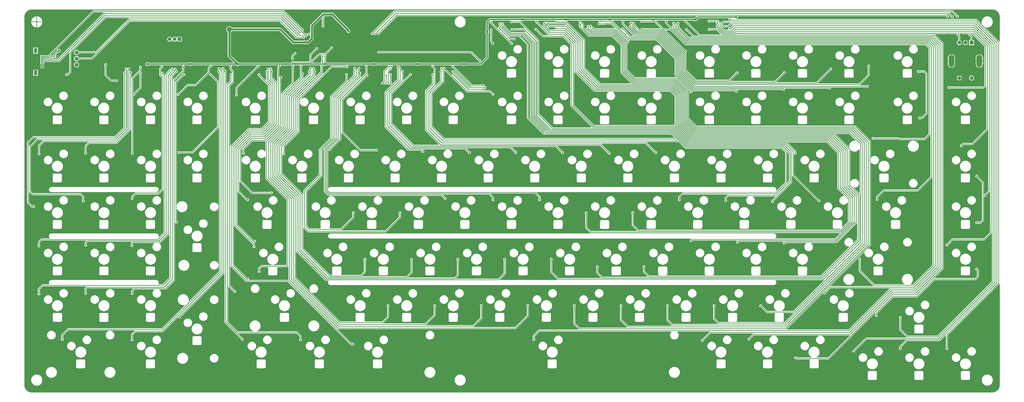
<source format=gtl>
G04*
G04 #@! TF.GenerationSoftware,Altium Limited,Altium Designer,23.5.1 (21)*
G04*
G04 Layer_Physical_Order=1*
G04 Layer_Color=255*
%FSLAX25Y25*%
%MOIN*%
G70*
G04*
G04 #@! TF.SameCoordinates,508BA793-0958-4452-B0AF-20FDD5A17331*
G04*
G04*
G04 #@! TF.FilePolarity,Positive*
G04*
G01*
G75*
%ADD11C,0.01000*%
%ADD13R,0.05118X0.07874*%
%ADD14R,0.03937X0.01181*%
%ADD15R,0.01575X0.01968*%
G04:AMPARAMS|DCode=18|XSize=94.49mil|YSize=196.85mil|CornerRadius=47.24mil|HoleSize=0mil|Usage=FLASHONLY|Rotation=180.000|XOffset=0mil|YOffset=0mil|HoleType=Round|Shape=RoundedRectangle|*
%AMROUNDEDRECTD18*
21,1,0.09449,0.10236,0,0,180.0*
21,1,0.00000,0.19685,0,0,180.0*
1,1,0.09449,0.00000,0.05118*
1,1,0.09449,0.00000,0.05118*
1,1,0.09449,0.00000,-0.05118*
1,1,0.09449,0.00000,-0.05118*
%
%ADD18ROUNDEDRECTD18*%
%ADD19C,0.06102*%
%ADD20R,0.06102X0.06102*%
%ADD29C,0.00799*%
%ADD30C,0.01100*%
%ADD31C,0.02000*%
%ADD32C,0.03000*%
%ADD33C,0.01968*%
%ADD34C,0.01200*%
%ADD35C,0.05906*%
%ADD36R,0.05906X0.05906*%
%ADD37C,0.06299*%
%ADD38R,0.06299X0.06299*%
%ADD39C,0.02362*%
%ADD40C,0.04000*%
%ADD41C,0.03937*%
%ADD42C,0.08000*%
%ADD43C,0.01968*%
%ADD44C,0.04500*%
G36*
X1562000Y628000D02*
X1562593D01*
X1563773Y627884D01*
X1564937Y627652D01*
X1566072Y627308D01*
X1567167Y626854D01*
X1568213Y626295D01*
X1569199Y625636D01*
X1570116Y624884D01*
X1570535Y624465D01*
X1570535D01*
X1570946Y624054D01*
X1571684Y623155D01*
X1572329Y622189D01*
X1572877Y621164D01*
X1573322Y620090D01*
X1573659Y618978D01*
X1573886Y617838D01*
X1574000Y616682D01*
X1574000Y616101D01*
X1574000Y616101D01*
X1574000Y616101D01*
Y576197D01*
X1573500Y576148D01*
X1573413Y576585D01*
X1573081Y577081D01*
X1551096Y599067D01*
X1551374Y599483D01*
X1551412Y599467D01*
X1553126Y599126D01*
X1554874D01*
X1556588Y599467D01*
X1558203Y600136D01*
X1559657Y601107D01*
X1560893Y602343D01*
X1561864Y603797D01*
X1562533Y605411D01*
X1562874Y607126D01*
Y608874D01*
X1562533Y610589D01*
X1561864Y612203D01*
X1560893Y613657D01*
X1559657Y614893D01*
X1558203Y615864D01*
X1556588Y616533D01*
X1554874Y616874D01*
X1553126D01*
X1551412Y616533D01*
X1549797Y615864D01*
X1548343Y614893D01*
X1547107Y613657D01*
X1546136Y612203D01*
X1545467Y610589D01*
X1545126Y608874D01*
Y607126D01*
X1545467Y605411D01*
X1545483Y605374D01*
X1545067Y605096D01*
X1538081Y612081D01*
X1537585Y612413D01*
X1537000Y612529D01*
X1149918D01*
X1149852Y613029D01*
X1150505Y613204D01*
X1151189Y613599D01*
X1151748Y614158D01*
X1152143Y614842D01*
X1152347Y615605D01*
Y616395D01*
X1152193Y616971D01*
X1152485Y617471D01*
X1486980D01*
X1487668Y616783D01*
Y616331D01*
X1488000Y615529D01*
X1488614Y614916D01*
X1489415Y614583D01*
X1490283D01*
X1491084Y614916D01*
X1491698Y615529D01*
X1492030Y616331D01*
Y617198D01*
X1491698Y618000D01*
X1491084Y618614D01*
X1490283Y618946D01*
X1489831D01*
X1488806Y619971D01*
X1488943Y620408D01*
X1488990Y620471D01*
X1491366D01*
X1495819Y616018D01*
Y615566D01*
X1496151Y614764D01*
X1496764Y614151D01*
X1497566Y613819D01*
X1498434D01*
X1499236Y614151D01*
X1499849Y614764D01*
X1500181Y615566D01*
Y616434D01*
X1499849Y617236D01*
X1499236Y617849D01*
X1498434Y618181D01*
X1497982D01*
X1493192Y622971D01*
X1493329Y623408D01*
X1493377Y623471D01*
X1497367D01*
X1503819Y617018D01*
Y616566D01*
X1504151Y615765D01*
X1504764Y615151D01*
X1505566Y614819D01*
X1506434D01*
X1507236Y615151D01*
X1507849Y615765D01*
X1508181Y616566D01*
Y617434D01*
X1507849Y618235D01*
X1507236Y618849D01*
X1506434Y619181D01*
X1505982D01*
X1499081Y626081D01*
X1498585Y626413D01*
X1498000Y626529D01*
X599000D01*
X598415Y626413D01*
X597919Y626081D01*
X562775Y590938D01*
X562323D01*
X561521Y590606D01*
X560908Y589992D01*
X560576Y589191D01*
Y588323D01*
X560908Y587521D01*
X561521Y586908D01*
X562323Y586576D01*
X563191D01*
X563992Y586908D01*
X564606Y587521D01*
X564938Y588323D01*
Y588775D01*
X565319Y589156D01*
X565819Y588949D01*
Y588566D01*
X566151Y587765D01*
X566764Y587151D01*
X567566Y586819D01*
X568434D01*
X569236Y587151D01*
X569849Y587765D01*
X570181Y588566D01*
Y588898D01*
X570466Y589121D01*
X570948Y588906D01*
Y588695D01*
X571280Y587893D01*
X571893Y587280D01*
X572695Y586948D01*
X573563D01*
X574364Y587280D01*
X574978Y587893D01*
X575310Y588695D01*
Y589147D01*
X603633Y617471D01*
X1085880D01*
X1086087Y616971D01*
X1084116Y615000D01*
X1083605D01*
X1082842Y614796D01*
X1082158Y614401D01*
X1081796Y614039D01*
X1018204D01*
X1017842Y614401D01*
X1017158Y614796D01*
X1016395Y615000D01*
X1015605D01*
X1014842Y614796D01*
X1014158Y614401D01*
X1013797Y614039D01*
X948203D01*
X947842Y614401D01*
X947158Y614796D01*
X946395Y615000D01*
X945605D01*
X944842Y614796D01*
X944158Y614401D01*
X943797Y614039D01*
X877203D01*
X876842Y614401D01*
X876158Y614796D01*
X875395Y615000D01*
X874605D01*
X873842Y614796D01*
X873158Y614401D01*
X872797Y614039D01*
X807203D01*
X806842Y614401D01*
X806158Y614796D01*
X805395Y615000D01*
X804605D01*
X803842Y614796D01*
X803158Y614401D01*
X802796Y614039D01*
X753000D01*
X752220Y613884D01*
X751558Y613442D01*
X747003Y608886D01*
X746560Y608225D01*
X746405Y607444D01*
Y593992D01*
X746139Y593726D01*
X745744Y593042D01*
X745540Y592279D01*
Y591489D01*
X745744Y590726D01*
X746139Y590042D01*
X746405Y589776D01*
Y551289D01*
X737155Y542039D01*
X713203D01*
X712842Y542401D01*
X712158Y542796D01*
X711395Y543000D01*
X710605D01*
X709842Y542796D01*
X709158Y542401D01*
X708797Y542039D01*
X637739D01*
X637354Y542424D01*
X636669Y542819D01*
X635907Y543024D01*
X635117D01*
X634354Y542819D01*
X633670Y542424D01*
X633308Y542063D01*
X574509D01*
X574509Y542063D01*
X574390Y542039D01*
X567204D01*
X566842Y542401D01*
X566158Y542796D01*
X565395Y543000D01*
X564605D01*
X563842Y542796D01*
X563158Y542401D01*
X562796Y542039D01*
X489204D01*
X488842Y542401D01*
X488597Y542542D01*
Y551512D01*
X488985Y551900D01*
X489317Y552701D01*
Y553569D01*
X488985Y554371D01*
X488943Y554413D01*
X488992Y554911D01*
X489004Y554919D01*
X497982Y563896D01*
X498434D01*
X499235Y564228D01*
X499849Y564842D01*
X500181Y565644D01*
Y566511D01*
X499849Y567313D01*
X499235Y567927D01*
X498434Y568259D01*
X497566D01*
X496765Y567927D01*
X496151Y567313D01*
X495819Y566511D01*
Y566059D01*
X487289Y557529D01*
X478085D01*
X477499Y557413D01*
X477003Y557081D01*
X466106Y546184D01*
X465849Y546236D01*
X465529Y546555D01*
Y554366D01*
X473982Y562819D01*
X474434D01*
X475236Y563151D01*
X475849Y563764D01*
X476181Y564566D01*
Y565434D01*
X475849Y566235D01*
X475236Y566849D01*
X474434Y567181D01*
X473566D01*
X472764Y566849D01*
X472151Y566235D01*
X471819Y565434D01*
Y564982D01*
X462919Y556081D01*
X462587Y555585D01*
X462471Y555000D01*
Y546555D01*
X462151Y546236D01*
X461819Y545434D01*
Y544566D01*
X461902Y544366D01*
X461624Y543950D01*
X436996D01*
X436416Y544530D01*
X435614Y544862D01*
X434747D01*
X433945Y544530D01*
X433331Y543917D01*
X432999Y543115D01*
Y542247D01*
X432860Y542039D01*
X426203D01*
X425842Y542401D01*
X425158Y542796D01*
X424395Y543000D01*
X423605D01*
X422842Y542796D01*
X422158Y542401D01*
X421797Y542039D01*
X348557D01*
X347995Y542601D01*
X347254Y543028D01*
X346428Y543250D01*
X346355D01*
X335549Y554056D01*
Y591698D01*
X336070Y591999D01*
X337001Y592930D01*
X337302Y593451D01*
X413944D01*
X434198Y573198D01*
X435024Y572645D01*
X436000Y572451D01*
X453415D01*
X453842Y572204D01*
X454605Y572000D01*
X455395D01*
X456158Y572204D01*
X456585Y572451D01*
X460000D01*
X460976Y572645D01*
X461802Y573198D01*
X467802Y579198D01*
X468355Y580024D01*
X468549Y581000D01*
Y600944D01*
X481869Y614264D01*
X482359Y614166D01*
X482490Y613851D01*
X482535Y613805D01*
Y602922D01*
X482216Y602602D01*
X481884Y601800D01*
Y600933D01*
X482216Y600131D01*
X482829Y599517D01*
X483631Y599185D01*
X484499D01*
X485300Y599517D01*
X485914Y600131D01*
X486246Y600933D01*
Y601800D01*
X485914Y602602D01*
X485594Y602922D01*
Y613257D01*
X486188Y613851D01*
X486520Y614652D01*
Y615520D01*
X486188Y616322D01*
X485574Y616935D01*
X485536Y616951D01*
X485636Y617451D01*
X497415D01*
X497842Y617204D01*
X498318Y617077D01*
X522000Y593395D01*
X522000Y593395D01*
Y592605D01*
X522204Y591842D01*
X522599Y591158D01*
X523158Y590599D01*
X523842Y590204D01*
X524605Y590000D01*
X525395D01*
X526158Y590204D01*
X526842Y590599D01*
X527401Y591158D01*
X527796Y591842D01*
X528000Y592605D01*
Y593395D01*
X527796Y594158D01*
X527401Y594842D01*
X527185Y595057D01*
X527164Y595167D01*
X526611Y595994D01*
X501923Y620682D01*
X501796Y621158D01*
X501401Y621842D01*
X500842Y622401D01*
X500158Y622796D01*
X499395Y623000D01*
X498605D01*
X497842Y622796D01*
X497415Y622549D01*
X484000D01*
X483025Y622355D01*
X482198Y621802D01*
X464198Y603802D01*
X463645Y602976D01*
X463451Y602000D01*
Y590483D01*
X462951Y590184D01*
X462398Y590414D01*
X461530D01*
X460729Y590082D01*
X460409Y589762D01*
X454401D01*
X451753Y592410D01*
X451870Y593000D01*
X452236Y593151D01*
X452849Y593764D01*
X453181Y594566D01*
Y595434D01*
X452849Y596236D01*
X452236Y596849D01*
X451434Y597181D01*
X450982D01*
X422081Y626081D01*
X421585Y626413D01*
X421000Y626529D01*
X114000D01*
X113415Y626413D01*
X112919Y626082D01*
X40975Y554138D01*
X34712D01*
Y554199D01*
X28776D01*
Y551018D01*
Y549049D01*
Y545112D01*
Y541175D01*
Y539207D01*
X31744D01*
X34712D01*
Y539207D01*
Y543205D01*
X58734D01*
X59320Y543321D01*
X59816Y543653D01*
X74971Y558808D01*
X75471Y558601D01*
Y527633D01*
X72461Y524624D01*
X72236Y524849D01*
X71434Y525181D01*
X70566D01*
X69765Y524849D01*
X69151Y524235D01*
X68819Y523434D01*
Y522566D01*
X69151Y521765D01*
X69765Y521151D01*
X70566Y520819D01*
X71434D01*
X72236Y521151D01*
X72555Y521471D01*
X73000D01*
X73585Y521587D01*
X74081Y521919D01*
X78081Y525918D01*
X78413Y526415D01*
X78529Y527000D01*
Y558366D01*
X134634Y614471D01*
X171123D01*
X171171Y614408D01*
X171308Y613971D01*
X117616Y560279D01*
X90886D01*
X90867Y560352D01*
X90320Y561298D01*
X89548Y562071D01*
X88602Y562617D01*
X87546Y562900D01*
X86454D01*
X85398Y562617D01*
X84452Y562071D01*
X83679Y561298D01*
X83133Y560352D01*
X82850Y559296D01*
Y558204D01*
X83133Y557148D01*
X83679Y556202D01*
X84452Y555430D01*
X85398Y554883D01*
X86454Y554600D01*
X87546D01*
X88602Y554883D01*
X89548Y555430D01*
X90320Y556202D01*
X90867Y557148D01*
X90886Y557221D01*
X117404D01*
X117596Y556759D01*
X111117Y550279D01*
X90886D01*
X90867Y550352D01*
X90320Y551298D01*
X89548Y552071D01*
X88602Y552617D01*
X87546Y552900D01*
X86454D01*
X85398Y552617D01*
X84452Y552071D01*
X83679Y551298D01*
X83133Y550352D01*
X82850Y549296D01*
Y548204D01*
X83133Y547148D01*
X83679Y546202D01*
X84452Y545430D01*
X85398Y544883D01*
X86454Y544600D01*
X87546D01*
X88602Y544883D01*
X89548Y545430D01*
X90320Y546202D01*
X90867Y547148D01*
X90886Y547221D01*
X111750D01*
X112335Y547337D01*
X112831Y547669D01*
X113081Y547919D01*
X173634Y608471D01*
X413367D01*
X440100Y581738D01*
X440596Y581406D01*
X441181Y581289D01*
X451626D01*
X451764Y581151D01*
X452566Y580819D01*
X453434D01*
X454236Y581151D01*
X454849Y581765D01*
X455181Y582566D01*
Y583434D01*
X455082Y583673D01*
X455393Y584190D01*
X455695Y584221D01*
X455764Y584151D01*
X456566Y583819D01*
X457434D01*
X458236Y584151D01*
X458849Y584764D01*
X459181Y585566D01*
Y586434D01*
X459361Y586703D01*
X460409D01*
X460729Y586383D01*
X461530Y586051D01*
X462398D01*
X462951Y586280D01*
X463451Y585982D01*
Y582056D01*
X458944Y577549D01*
X456585D01*
X456158Y577796D01*
X455395Y578000D01*
X454605D01*
X453842Y577796D01*
X453415Y577549D01*
X437056D01*
X416802Y597802D01*
X415976Y598355D01*
X415000Y598549D01*
X337302D01*
X337001Y599070D01*
X336070Y600001D01*
X334930Y600659D01*
X333658Y601000D01*
X332342D01*
X331070Y600659D01*
X329930Y600001D01*
X328999Y599070D01*
X328341Y597930D01*
X328000Y596658D01*
Y595342D01*
X328341Y594070D01*
X328999Y592930D01*
X329930Y591999D01*
X330451Y591698D01*
Y553000D01*
X330645Y552025D01*
X331198Y551198D01*
X339894Y542501D01*
X339703Y542039D01*
X272219D01*
X272030Y542228D01*
X271346Y542623D01*
X270583Y542827D01*
X269793D01*
X269030Y542623D01*
X268346Y542228D01*
X268025Y541906D01*
X203071D01*
X202709Y542268D01*
X202025Y542663D01*
X201262Y542867D01*
X200472D01*
X199709Y542663D01*
X199025Y542268D01*
X198467Y541709D01*
X198072Y541025D01*
X197867Y540262D01*
Y539472D01*
X198072Y538709D01*
X198467Y538025D01*
X199025Y537467D01*
X199709Y537072D01*
X200472Y536867D01*
X201262D01*
X202025Y537072D01*
X202709Y537467D01*
X203071Y537828D01*
X223377D01*
X223476Y537328D01*
X222961Y537115D01*
X222348Y536501D01*
X222016Y535699D01*
Y535458D01*
X220919Y534361D01*
X220587Y533865D01*
X220471Y533280D01*
Y522000D01*
X220587Y521415D01*
X220919Y520919D01*
X224471Y517367D01*
Y338633D01*
X218367Y332529D01*
X182000D01*
X181415Y332413D01*
X180919Y332081D01*
X175548Y326710D01*
X175216Y326214D01*
X175100Y325629D01*
Y324867D01*
X174697Y324464D01*
X174365Y323663D01*
Y322795D01*
X174697Y321993D01*
X175311Y321380D01*
X176113Y321048D01*
X176980D01*
X177782Y321380D01*
X178395Y321993D01*
X178728Y322795D01*
Y323663D01*
X178395Y324464D01*
X178158Y324702D01*
Y324995D01*
X182633Y329471D01*
X219000D01*
X219585Y329587D01*
X220081Y329919D01*
X226971Y336808D01*
X227408Y336671D01*
X227471Y336623D01*
Y268634D01*
X219688Y260850D01*
X219264Y261134D01*
X219397Y261456D01*
X219534Y262500D01*
X219397Y263544D01*
X218994Y264517D01*
X218353Y265353D01*
X217517Y265994D01*
X216544Y266397D01*
X215500Y266534D01*
X46500D01*
X45456Y266397D01*
X44483Y265994D01*
X43647Y265353D01*
X43006Y264517D01*
X42603Y263544D01*
X42465Y262500D01*
X42603Y261456D01*
X43006Y260483D01*
X43647Y259647D01*
X44452Y259029D01*
X44455Y258976D01*
X44200Y258529D01*
X31000D01*
X30415Y258413D01*
X29919Y258081D01*
X25049Y253212D01*
X24717Y252715D01*
X24601Y252130D01*
Y247960D01*
X24314Y247673D01*
X23982Y246871D01*
Y246004D01*
X24314Y245202D01*
X24928Y244588D01*
X25729Y244256D01*
X26597D01*
X27399Y244588D01*
X28012Y245202D01*
X28344Y246004D01*
Y246871D01*
X28012Y247673D01*
X27660Y248025D01*
Y251497D01*
X31633Y255471D01*
X102654D01*
X102846Y255009D01*
X100393Y252555D01*
X100061Y252059D01*
X99945Y251474D01*
Y249466D01*
X99625Y249147D01*
X99293Y248345D01*
Y247477D01*
X99625Y246676D01*
X100239Y246062D01*
X101040Y245730D01*
X101908D01*
X102710Y246062D01*
X103323Y246676D01*
X103655Y247477D01*
Y248345D01*
X103323Y249147D01*
X103004Y249466D01*
Y250841D01*
X105633Y253471D01*
X176010D01*
X176202Y253009D01*
X175212Y252019D01*
X174880Y251523D01*
X174764Y250938D01*
Y248719D01*
X174457Y248413D01*
X174125Y247611D01*
Y246743D01*
X174457Y245942D01*
X175071Y245328D01*
X175873Y244996D01*
X176740D01*
X177542Y245328D01*
X178155Y245942D01*
X178487Y246743D01*
Y247611D01*
X178155Y248413D01*
X177823Y248745D01*
Y250304D01*
X178989Y251471D01*
X212604D01*
X212756Y250971D01*
X211848Y250364D01*
X210886Y249402D01*
X210130Y248271D01*
X209610Y247014D01*
X209345Y245680D01*
Y244320D01*
X209610Y242986D01*
X210130Y241729D01*
X210886Y240598D01*
X211848Y239636D01*
X212979Y238880D01*
X214236Y238360D01*
X215570Y238094D01*
X216930D01*
X218264Y238360D01*
X219521Y238880D01*
X220652Y239636D01*
X221614Y240598D01*
X222370Y241729D01*
X222890Y242986D01*
X223155Y244320D01*
Y245680D01*
X222890Y247014D01*
X222370Y248271D01*
X221614Y249402D01*
X220652Y250364D01*
X219744Y250971D01*
X219896Y251471D01*
X222000D01*
X222585Y251587D01*
X223081Y251919D01*
X235971Y264808D01*
X236408Y264671D01*
X236471Y264623D01*
Y195633D01*
X225366Y184529D01*
X218893D01*
X218646Y185029D01*
X218994Y185483D01*
X219397Y186456D01*
X219534Y187500D01*
X219397Y188544D01*
X218994Y189517D01*
X218353Y190353D01*
X217517Y190994D01*
X216544Y191397D01*
X215500Y191534D01*
X46500D01*
X45456Y191397D01*
X44483Y190994D01*
X43647Y190353D01*
X43006Y189517D01*
X42603Y188544D01*
X42465Y187500D01*
X42603Y186456D01*
X43006Y185483D01*
X43354Y185029D01*
X43107Y184529D01*
X32000D01*
X31415Y184413D01*
X30919Y184081D01*
X25297Y178460D01*
X24966Y177964D01*
X24849Y177379D01*
Y170779D01*
X24530Y170459D01*
X24198Y169658D01*
Y168790D01*
X24530Y167988D01*
X25143Y167375D01*
X25945Y167043D01*
X26813D01*
X27614Y167375D01*
X28228Y167988D01*
X28560Y168790D01*
Y169658D01*
X28228Y170459D01*
X27908Y170779D01*
Y176745D01*
X32634Y181471D01*
X102623D01*
X102671Y181408D01*
X102808Y180971D01*
X100378Y178541D01*
X100047Y178045D01*
X99930Y177460D01*
Y171278D01*
X99611Y170958D01*
X99278Y170156D01*
Y169289D01*
X99611Y168487D01*
X100224Y167874D01*
X101026Y167542D01*
X101893D01*
X102695Y167874D01*
X103309Y168487D01*
X103641Y169289D01*
Y170156D01*
X103309Y170958D01*
X102989Y171278D01*
Y176826D01*
X104633Y178471D01*
X178654D01*
X178846Y178009D01*
X175534Y174697D01*
X175203Y174201D01*
X175086Y173616D01*
Y171458D01*
X174766Y171138D01*
X174434Y170336D01*
Y169469D01*
X174766Y168667D01*
X175380Y168054D01*
X176182Y167721D01*
X177049D01*
X177851Y168054D01*
X178464Y168667D01*
X178797Y169469D01*
Y170336D01*
X178464Y171138D01*
X178145Y171458D01*
Y172982D01*
X181633Y176471D01*
X212604D01*
X212756Y175971D01*
X211848Y175364D01*
X210886Y174402D01*
X210130Y173271D01*
X209610Y172014D01*
X209345Y170680D01*
Y169320D01*
X209610Y167986D01*
X210130Y166729D01*
X210886Y165598D01*
X211848Y164636D01*
X212979Y163880D01*
X214236Y163360D01*
X215570Y163094D01*
X216930D01*
X218264Y163360D01*
X219521Y163880D01*
X220652Y164636D01*
X221614Y165598D01*
X222370Y166729D01*
X222890Y167986D01*
X223155Y169320D01*
Y170680D01*
X222890Y172014D01*
X222370Y173271D01*
X221614Y174402D01*
X220652Y175364D01*
X219744Y175971D01*
X219896Y176471D01*
X231000D01*
X231585Y176587D01*
X232081Y176919D01*
X245081Y189919D01*
X245413Y190415D01*
X245529Y191000D01*
Y283959D01*
X246029Y284058D01*
X246151Y283765D01*
X246764Y283151D01*
X247566Y282819D01*
X248434D01*
X249236Y283151D01*
X249849Y283765D01*
X250181Y284566D01*
Y285434D01*
X249849Y286235D01*
X249236Y286849D01*
X248529Y287141D01*
Y305791D01*
X249020Y305889D01*
X249159Y305553D01*
X250127Y304104D01*
X251360Y302871D01*
X252809Y301903D01*
X254419Y301236D01*
X256129Y300896D01*
X257872D01*
X259581Y301236D01*
X261191Y301903D01*
X262640Y302871D01*
X263873Y304104D01*
X264841Y305553D01*
X265508Y307163D01*
X265848Y308873D01*
Y310615D01*
X265508Y312325D01*
X264841Y313935D01*
X263873Y315384D01*
X262640Y316617D01*
X261191Y317585D01*
X259581Y318252D01*
X257872Y318592D01*
X256129D01*
X254419Y318252D01*
X252809Y317585D01*
X251360Y316617D01*
X250127Y315384D01*
X249159Y313935D01*
X249020Y313599D01*
X248529Y313697D01*
Y489958D01*
X249029Y490058D01*
X249151Y489764D01*
X249764Y489151D01*
X250566Y488819D01*
X251434D01*
X252236Y489151D01*
X252849Y489764D01*
X253181Y490566D01*
Y491018D01*
X266634Y504471D01*
X279000D01*
X279585Y504587D01*
X280081Y504919D01*
X301081Y525918D01*
X301413Y526415D01*
X301529Y527000D01*
Y532911D01*
X303580Y534962D01*
X304032D01*
X304834Y535294D01*
X305448Y535908D01*
X305780Y536709D01*
Y537577D01*
X306036Y537961D01*
X332682D01*
X332923Y537600D01*
Y536732D01*
X333255Y535930D01*
X333575Y535611D01*
Y531680D01*
X333691Y531095D01*
X334022Y530599D01*
X337471Y527151D01*
Y525052D01*
X337009Y524861D01*
X336979Y524890D01*
X336178Y525222D01*
X335310D01*
X334508Y524890D01*
X333895Y524277D01*
X333563Y523475D01*
Y522607D01*
X333895Y521806D01*
X334214Y521486D01*
Y513377D01*
X329029Y508192D01*
X328592Y508329D01*
X328529Y508377D01*
Y526813D01*
X328413Y527398D01*
X328339Y527509D01*
X328362Y527566D01*
Y528434D01*
X328030Y529236D01*
X327417Y529849D01*
X326615Y530181D01*
X325747D01*
X325529Y530327D01*
Y531444D01*
X325413Y532030D01*
X325094Y532507D01*
Y533145D01*
X324762Y533947D01*
X324149Y534560D01*
X323347Y534892D01*
X322479D01*
X321677Y534560D01*
X321064Y533947D01*
X320732Y533145D01*
Y532277D01*
X321064Y531476D01*
X321677Y530862D01*
X322471Y530534D01*
Y529492D01*
X322408Y529445D01*
X321971Y529308D01*
X318899Y532380D01*
Y533058D01*
X318566Y533860D01*
X317953Y534473D01*
X317151Y534805D01*
X316284D01*
X315482Y534473D01*
X314868Y533860D01*
X314536Y533058D01*
Y532191D01*
X314868Y531389D01*
X315482Y530775D01*
X316058Y530537D01*
X315959Y530037D01*
X315312D01*
X314511Y529705D01*
X313897Y529091D01*
X313565Y528289D01*
Y527422D01*
X313897Y526620D01*
X314511Y526006D01*
X315312Y525674D01*
X315396D01*
X316471Y524599D01*
Y512419D01*
X316408Y512372D01*
X315971Y512235D01*
X305182Y523023D01*
Y523475D01*
X304850Y524277D01*
X304237Y524890D01*
X303435Y525222D01*
X302567D01*
X301766Y524890D01*
X301152Y524277D01*
X300820Y523475D01*
Y522607D01*
X301152Y521806D01*
X301766Y521192D01*
X302567Y520860D01*
X303019D01*
X313471Y510409D01*
Y439634D01*
X272899Y399062D01*
X253308D01*
X252988Y399382D01*
X252186Y399714D01*
X251319D01*
X250517Y399382D01*
X249903Y398768D01*
X249571Y397967D01*
Y397099D01*
X249903Y396297D01*
X250517Y395684D01*
X251319Y395352D01*
X252186D01*
X252988Y395684D01*
X253308Y396003D01*
X273533D01*
X274118Y396120D01*
X274614Y396451D01*
X315971Y437808D01*
X316408Y437671D01*
X316471Y437623D01*
Y205633D01*
X268022Y157185D01*
X267561Y157431D01*
X267848Y158873D01*
Y160616D01*
X267508Y162325D01*
X266841Y163935D01*
X265873Y165384D01*
X264640Y166617D01*
X263191Y167585D01*
X261581Y168252D01*
X259872Y168592D01*
X258128D01*
X256419Y168252D01*
X254809Y167585D01*
X253360Y166617D01*
X252127Y165384D01*
X251159Y163935D01*
X250492Y162325D01*
X250152Y160616D01*
Y158873D01*
X250492Y157163D01*
X251159Y155553D01*
X252127Y154104D01*
X253360Y152871D01*
X254809Y151903D01*
X256419Y151236D01*
X258128Y150896D01*
X259872D01*
X261313Y151183D01*
X261559Y150722D01*
X224366Y113529D01*
X73000D01*
X72415Y113413D01*
X71919Y113081D01*
X62987Y104150D01*
X62655Y103654D01*
X62539Y103068D01*
Y97441D01*
X62219Y97121D01*
X61887Y96319D01*
Y95452D01*
X62219Y94650D01*
X62833Y94037D01*
X63634Y93704D01*
X64502D01*
X65304Y94037D01*
X65917Y94650D01*
X66249Y95452D01*
Y96319D01*
X65917Y97121D01*
X65598Y97441D01*
Y102435D01*
X73633Y110471D01*
X180785D01*
X180833Y110408D01*
X180970Y109971D01*
X175547Y104547D01*
X175215Y104051D01*
X175099Y103466D01*
Y96738D01*
X174779Y96419D01*
X174447Y95617D01*
Y94749D01*
X174779Y93948D01*
X175393Y93334D01*
X176194Y93002D01*
X177062D01*
X177864Y93334D01*
X178477Y93948D01*
X178809Y94749D01*
Y95617D01*
X178477Y96419D01*
X178157Y96738D01*
Y102832D01*
X182796Y107471D01*
X226000D01*
X226585Y107587D01*
X227081Y107919D01*
X250410Y131247D01*
X251000Y131130D01*
X251151Y130764D01*
X251764Y130151D01*
X252566Y129819D01*
X253434D01*
X254236Y130151D01*
X254849Y130764D01*
X255181Y131566D01*
Y132018D01*
X324971Y201808D01*
X325408Y201671D01*
X325471Y201623D01*
Y123000D01*
X325587Y122415D01*
X325919Y121919D01*
X351819Y96018D01*
Y95566D01*
X352151Y94765D01*
X352765Y94151D01*
X353566Y93819D01*
X354434D01*
X355236Y94151D01*
X355849Y94765D01*
X356181Y95566D01*
Y96434D01*
X355849Y97236D01*
X355236Y97849D01*
X354434Y98181D01*
X353982D01*
X347154Y105009D01*
X347346Y105471D01*
X441366D01*
X446471Y100366D01*
Y96555D01*
X446151Y96236D01*
X445819Y95434D01*
Y94566D01*
X446151Y93765D01*
X446765Y93151D01*
X447566Y92819D01*
X448434D01*
X449235Y93151D01*
X449849Y93765D01*
X450181Y94566D01*
Y95434D01*
X449849Y96236D01*
X449529Y96555D01*
Y101000D01*
X449413Y101585D01*
X449081Y102081D01*
X443081Y108081D01*
X442585Y108413D01*
X442000Y108529D01*
X377352D01*
X377213Y108992D01*
X378823Y109659D01*
X380272Y110627D01*
X381505Y111860D01*
X382473Y113309D01*
X383140Y114919D01*
X383480Y116629D01*
Y118371D01*
X383140Y120081D01*
X382473Y121691D01*
X381505Y123140D01*
X380272Y124373D01*
X378823Y125341D01*
X377213Y126008D01*
X375503Y126348D01*
X373760D01*
X372051Y126008D01*
X370441Y125341D01*
X368992Y124373D01*
X367759Y123140D01*
X366791Y121691D01*
X366124Y120081D01*
X365784Y118371D01*
Y116629D01*
X366124Y114919D01*
X366791Y113309D01*
X367759Y111860D01*
X368992Y110627D01*
X370441Y109659D01*
X372051Y108992D01*
X371912Y108529D01*
X346634D01*
X331529Y123634D01*
Y180623D01*
X331592Y180671D01*
X332029Y180808D01*
X339819Y173018D01*
Y172566D01*
X340151Y171765D01*
X340764Y171151D01*
X341566Y170819D01*
X342434D01*
X343235Y171151D01*
X343849Y171765D01*
X344181Y172566D01*
Y173434D01*
X343849Y174235D01*
X343235Y174849D01*
X342434Y175181D01*
X341982D01*
X334529Y182633D01*
Y213623D01*
X334592Y213671D01*
X335029Y213808D01*
X359766Y189072D01*
X360262Y188740D01*
X360847Y188624D01*
X427213D01*
X528841Y86996D01*
X529338Y86664D01*
X529923Y86548D01*
X530323D01*
X530643Y86228D01*
X531445Y85896D01*
X532312D01*
X533114Y86228D01*
X533728Y86842D01*
X534060Y87643D01*
Y88511D01*
X533728Y89313D01*
X533114Y89926D01*
X532312Y90258D01*
X531445D01*
X530643Y89926D01*
X530440Y89723D01*
X508192Y111971D01*
X508399Y112471D01*
X794000D01*
X794585Y112587D01*
X795081Y112919D01*
X815081Y132919D01*
X815413Y133415D01*
X815529Y134000D01*
Y148445D01*
X815849Y148765D01*
X816181Y149566D01*
Y150434D01*
X815849Y151235D01*
X815236Y151849D01*
X814434Y152181D01*
X813566D01*
X812764Y151849D01*
X812151Y151235D01*
X811819Y150434D01*
Y149566D01*
X812151Y148765D01*
X812471Y148445D01*
Y134634D01*
X793366Y115529D01*
X727377D01*
X727329Y115592D01*
X727192Y116029D01*
X740081Y128919D01*
X740413Y129415D01*
X740529Y130000D01*
Y148445D01*
X740849Y148765D01*
X741181Y149566D01*
Y150434D01*
X740849Y151235D01*
X740236Y151849D01*
X739434Y152181D01*
X738566D01*
X737765Y151849D01*
X737151Y151235D01*
X736819Y150434D01*
Y149566D01*
X737151Y148765D01*
X737471Y148445D01*
Y130633D01*
X725366Y118529D01*
X650377D01*
X650329Y118592D01*
X650192Y119029D01*
X665081Y133919D01*
X665413Y134415D01*
X665529Y135000D01*
Y148445D01*
X665849Y148765D01*
X666181Y149566D01*
Y150434D01*
X665849Y151235D01*
X665236Y151849D01*
X664434Y152181D01*
X663566D01*
X662765Y151849D01*
X662151Y151235D01*
X661819Y150434D01*
Y149566D01*
X662151Y148765D01*
X662471Y148445D01*
Y135634D01*
X648366Y121529D01*
X581377D01*
X581329Y121592D01*
X581192Y122029D01*
X590081Y130919D01*
X590413Y131415D01*
X590529Y132000D01*
Y148445D01*
X590849Y148765D01*
X591181Y149566D01*
Y150434D01*
X590849Y151235D01*
X590236Y151849D01*
X589434Y152181D01*
X588566D01*
X587765Y151849D01*
X587151Y151235D01*
X586819Y150434D01*
Y149566D01*
X587151Y148765D01*
X587471Y148445D01*
Y132633D01*
X579366Y124529D01*
X550949D01*
X550786Y124789D01*
X550720Y125029D01*
X550786Y125129D01*
X550897Y125295D01*
X550897Y125295D01*
X550897Y125295D01*
X551082Y125741D01*
X551082Y125741D01*
X551082Y125741D01*
X551118Y125925D01*
X551159Y126131D01*
X551159Y126131D01*
X551159Y126131D01*
X551159Y126372D01*
X551159Y126372D01*
Y136132D01*
X551159Y136373D01*
X551082Y136763D01*
X550897Y137209D01*
X550676Y137540D01*
X550335Y137881D01*
X550004Y138102D01*
X549559Y138286D01*
X549168Y138364D01*
X548927D01*
X548927Y138364D01*
X538574Y138364D01*
X538542Y138358D01*
X538510Y138362D01*
X538250Y138346D01*
X538249Y138345D01*
X538248Y138346D01*
X538055Y138294D01*
X537866Y138243D01*
X537865Y138243D01*
X537864Y138242D01*
X537398Y138013D01*
X537397Y138012D01*
X537396Y138011D01*
X537241Y137892D01*
X537082Y137770D01*
X537082Y137769D01*
X537081Y137768D01*
X536739Y137377D01*
X536738Y137376D01*
X536737Y137375D01*
X536641Y137206D01*
X536541Y137032D01*
X536541Y137031D01*
X536540Y137030D01*
X536376Y136537D01*
X536376Y136535D01*
X536375Y136534D01*
X536351Y136339D01*
X536326Y136142D01*
X536326Y136141D01*
X536326Y136140D01*
X536342Y135919D01*
X536342Y126374D01*
X536342Y126132D01*
X536342Y126132D01*
X536342Y126131D01*
X536380Y125939D01*
X536419Y125742D01*
X536419Y125742D01*
X536419Y125741D01*
X536603Y125295D01*
X536604Y125295D01*
X536604Y125294D01*
X536714Y125129D01*
X536781Y125029D01*
X536714Y124788D01*
X536552Y124529D01*
X511633D01*
X464789Y171373D01*
X465108Y171762D01*
X465804Y171297D01*
X467078Y170769D01*
X468431Y170500D01*
X469809D01*
X471162Y170769D01*
X472436Y171297D01*
X473582Y172063D01*
X474557Y173038D01*
X475323Y174184D01*
X475851Y175458D01*
X476120Y176811D01*
Y178189D01*
X475851Y179542D01*
X475323Y180816D01*
X474557Y181962D01*
X473582Y182937D01*
X472436Y183703D01*
X471162Y184231D01*
X469809Y184500D01*
X468431D01*
X467078Y184231D01*
X465804Y183703D01*
X464658Y182937D01*
X463683Y181962D01*
X462917Y180816D01*
X462389Y179542D01*
X462120Y178189D01*
Y176811D01*
X462389Y175458D01*
X462917Y174184D01*
X463382Y173488D01*
X462994Y173169D01*
X440529Y195633D01*
Y236623D01*
X440592Y236671D01*
X441029Y236808D01*
X486919Y190919D01*
X487415Y190587D01*
X488000Y190471D01*
X492732D01*
X492979Y189971D01*
X492631Y189517D01*
X492228Y188544D01*
X492091Y187500D01*
X492228Y186456D01*
X492631Y185483D01*
X493272Y184647D01*
X494108Y184006D01*
X495081Y183603D01*
X496125Y183466D01*
X1210125D01*
X1211169Y183603D01*
X1212142Y184006D01*
X1212978Y184647D01*
X1213619Y185483D01*
X1214022Y186456D01*
X1214159Y187500D01*
X1214022Y188544D01*
X1213619Y189517D01*
X1212978Y190353D01*
X1212173Y190971D01*
X1212170Y191024D01*
X1212425Y191471D01*
X1290000D01*
X1290585Y191587D01*
X1290982Y191852D01*
X1291301Y191464D01*
X1241366Y141529D01*
X1222708D01*
X1222610Y142020D01*
X1222942Y142157D01*
X1224391Y143126D01*
X1225624Y144358D01*
X1226593Y145808D01*
X1227260Y147419D01*
X1227600Y149128D01*
Y150872D01*
X1227260Y152581D01*
X1226593Y154192D01*
X1225624Y155642D01*
X1224391Y156874D01*
X1222942Y157843D01*
X1221332Y158510D01*
X1219622Y158850D01*
X1217878D01*
X1216168Y158510D01*
X1214558Y157843D01*
X1213109Y156874D01*
X1211876Y155642D01*
X1210907Y154192D01*
X1210240Y152581D01*
X1209900Y150872D01*
Y149128D01*
X1210240Y147419D01*
X1210907Y145808D01*
X1211876Y144358D01*
X1213109Y143126D01*
X1214558Y142157D01*
X1214890Y142020D01*
X1214792Y141529D01*
X1199634D01*
X1191181Y149982D01*
Y150434D01*
X1190849Y151235D01*
X1190236Y151849D01*
X1189434Y152181D01*
X1188566D01*
X1187764Y151849D01*
X1187151Y151235D01*
X1186819Y150434D01*
Y149566D01*
X1187151Y148765D01*
X1187764Y148151D01*
X1188566Y147819D01*
X1189018D01*
X1197919Y138919D01*
X1198415Y138587D01*
X1199000Y138471D01*
X1212196D01*
X1212336Y138153D01*
X1212343Y137971D01*
X1212241Y137892D01*
X1212082Y137770D01*
X1212082Y137769D01*
X1212081Y137768D01*
X1211739Y137377D01*
X1211738Y137376D01*
X1211737Y137375D01*
X1211641Y137206D01*
X1211541Y137032D01*
X1211541Y137031D01*
X1211540Y137030D01*
X1211376Y136537D01*
X1211376Y136535D01*
X1211375Y136534D01*
X1211351Y136339D01*
X1211326Y136142D01*
X1211326Y136141D01*
X1211326Y136140D01*
X1211342Y135919D01*
X1211342Y126374D01*
X1211342Y126132D01*
X1211342Y126132D01*
X1211342Y126131D01*
X1211380Y125939D01*
X1211419Y125742D01*
X1211419Y125742D01*
X1211419Y125741D01*
X1211603Y125295D01*
X1211604Y125295D01*
X1211604Y125294D01*
X1211714Y125129D01*
X1211824Y124964D01*
X1211824Y124964D01*
X1211825Y124964D01*
X1212166Y124622D01*
X1212166Y124622D01*
X1212167Y124622D01*
X1212330Y124513D01*
X1212497Y124401D01*
X1212497Y124401D01*
X1212498Y124401D01*
X1212943Y124217D01*
X1212944Y124217D01*
X1212944Y124216D01*
X1213142Y124177D01*
X1213334Y124139D01*
X1213334Y124140D01*
X1213335Y124139D01*
X1213576Y124140D01*
X1223927D01*
X1224168Y124140D01*
X1224168Y124140D01*
X1224168Y124140D01*
X1224369Y124180D01*
X1224558Y124217D01*
X1224558Y124217D01*
X1224558Y124217D01*
X1225004Y124402D01*
X1225004Y124402D01*
X1225004Y124402D01*
X1225184Y124522D01*
X1225335Y124623D01*
X1225335Y124623D01*
X1225335Y124623D01*
X1225676Y124964D01*
X1225676Y124964D01*
X1225676Y124964D01*
X1225786Y125129D01*
X1225897Y125295D01*
X1225897Y125295D01*
X1225897Y125295D01*
X1226082Y125741D01*
X1226082Y125741D01*
X1226082Y125741D01*
X1226118Y125925D01*
X1226159Y126131D01*
X1226159Y126131D01*
X1226159Y126131D01*
X1226159Y126372D01*
X1226159Y126372D01*
Y136132D01*
X1226159Y136373D01*
X1226082Y136763D01*
X1225897Y137209D01*
X1225676Y137540D01*
X1225335Y137881D01*
X1225200Y137971D01*
X1225201Y138149D01*
X1225352Y138471D01*
X1241601D01*
X1241808Y137971D01*
X1227367Y123529D01*
X1121634D01*
X1115529Y129633D01*
Y148445D01*
X1115849Y148765D01*
X1116181Y149566D01*
Y150434D01*
X1115849Y151235D01*
X1115236Y151849D01*
X1114434Y152181D01*
X1113566D01*
X1112764Y151849D01*
X1112151Y151235D01*
X1111819Y150434D01*
Y149566D01*
X1112151Y148765D01*
X1112471Y148445D01*
Y129000D01*
X1112587Y128415D01*
X1112919Y127919D01*
X1119808Y121029D01*
X1119671Y120592D01*
X1119623Y120529D01*
X1047299D01*
X1040529Y127299D01*
Y148445D01*
X1040849Y148765D01*
X1041181Y149566D01*
Y150434D01*
X1040849Y151235D01*
X1040236Y151849D01*
X1039434Y152181D01*
X1038566D01*
X1037764Y151849D01*
X1037151Y151235D01*
X1036819Y150434D01*
Y149566D01*
X1037151Y148765D01*
X1037471Y148445D01*
Y126665D01*
X1037587Y126080D01*
X1037919Y125584D01*
X1045473Y118029D01*
X1045336Y117592D01*
X1045288Y117529D01*
X975634D01*
X965529Y127634D01*
Y148445D01*
X965849Y148765D01*
X966181Y149566D01*
Y150434D01*
X965849Y151235D01*
X965236Y151849D01*
X964434Y152181D01*
X963566D01*
X962764Y151849D01*
X962151Y151235D01*
X961819Y150434D01*
Y149566D01*
X962151Y148765D01*
X962471Y148445D01*
Y127000D01*
X962587Y126415D01*
X962919Y125919D01*
X973808Y115029D01*
X973671Y114592D01*
X973623Y114529D01*
X897633D01*
X890529Y121634D01*
Y148445D01*
X890849Y148765D01*
X891181Y149566D01*
Y150434D01*
X890849Y151235D01*
X890236Y151849D01*
X889434Y152181D01*
X888566D01*
X887764Y151849D01*
X887151Y151235D01*
X886819Y150434D01*
Y149566D01*
X887151Y148765D01*
X887471Y148445D01*
Y121000D01*
X887587Y120415D01*
X887919Y119919D01*
X895808Y112029D01*
X895671Y111592D01*
X895623Y111529D01*
X832000D01*
X831415Y111413D01*
X830919Y111081D01*
X822331Y102494D01*
X822000Y101998D01*
X821883Y101413D01*
Y96907D01*
X821564Y96588D01*
X821231Y95786D01*
Y94918D01*
X821564Y94117D01*
X822177Y93503D01*
X822979Y93171D01*
X823846D01*
X824648Y93503D01*
X825262Y94117D01*
X825594Y94918D01*
Y95786D01*
X825262Y96588D01*
X824942Y96907D01*
Y100779D01*
X832633Y108471D01*
X1045451D01*
X1045596Y107992D01*
X1045514Y107937D01*
X1044539Y106962D01*
X1043773Y105816D01*
X1043245Y104542D01*
X1042976Y103189D01*
Y101811D01*
X1043245Y100458D01*
X1043773Y99184D01*
X1044539Y98038D01*
X1045514Y97063D01*
X1046661Y96297D01*
X1047935Y95769D01*
X1049287Y95500D01*
X1050666D01*
X1052018Y95769D01*
X1053292Y96297D01*
X1054439Y97063D01*
X1055414Y98038D01*
X1056180Y99184D01*
X1056707Y100458D01*
X1056976Y101811D01*
Y103189D01*
X1056707Y104542D01*
X1056180Y105816D01*
X1055414Y106962D01*
X1054439Y107937D01*
X1054356Y107992D01*
X1054502Y108471D01*
X1106623D01*
X1106671Y108408D01*
X1106808Y107971D01*
X1095018Y96181D01*
X1094566D01*
X1093764Y95849D01*
X1093151Y95236D01*
X1092819Y94434D01*
Y93566D01*
X1093151Y92765D01*
X1093764Y92151D01*
X1094566Y91819D01*
X1095434D01*
X1096235Y92151D01*
X1096849Y92765D01*
X1097181Y93566D01*
Y94018D01*
X1108634Y105471D01*
X1176623D01*
X1176671Y105408D01*
X1176808Y104971D01*
X1170018Y98181D01*
X1169566D01*
X1168764Y97849D01*
X1168151Y97236D01*
X1167819Y96434D01*
Y95566D01*
X1168151Y94765D01*
X1168764Y94151D01*
X1169566Y93819D01*
X1170434D01*
X1171235Y94151D01*
X1171849Y94765D01*
X1172181Y95566D01*
Y96018D01*
X1178633Y102471D01*
X1332601D01*
X1332808Y101971D01*
X1297367Y66529D01*
X1278958D01*
X1278860Y67020D01*
X1279192Y67157D01*
X1280641Y68126D01*
X1281874Y69358D01*
X1282843Y70808D01*
X1283510Y72419D01*
X1283850Y74128D01*
Y75872D01*
X1283510Y77581D01*
X1282843Y79192D01*
X1281874Y80642D01*
X1280641Y81874D01*
X1279192Y82843D01*
X1277582Y83510D01*
X1275872Y83850D01*
X1274128D01*
X1272418Y83510D01*
X1270808Y82843D01*
X1269359Y81874D01*
X1268126Y80642D01*
X1267157Y79192D01*
X1266490Y77581D01*
X1266150Y75872D01*
Y74128D01*
X1266490Y72419D01*
X1267157Y70808D01*
X1268126Y69358D01*
X1269359Y68126D01*
X1270808Y67157D01*
X1271140Y67020D01*
X1271042Y66529D01*
X1247408D01*
X1247116Y67235D01*
X1246502Y67849D01*
X1245701Y68181D01*
X1244833D01*
X1244031Y67849D01*
X1243418Y67235D01*
X1243086Y66434D01*
Y65566D01*
X1243418Y64764D01*
X1244031Y64151D01*
X1244833Y63819D01*
X1245335D01*
X1245682Y63587D01*
X1246267Y63471D01*
X1268403D01*
X1268566Y62978D01*
X1268415Y62877D01*
X1268415Y62877D01*
X1268415Y62877D01*
X1268074Y62536D01*
X1268074Y62536D01*
X1268074Y62536D01*
X1267964Y62371D01*
X1267853Y62205D01*
X1267853Y62205D01*
X1267853Y62205D01*
X1267668Y61759D01*
X1267668Y61759D01*
X1267668Y61759D01*
X1267632Y61575D01*
X1267591Y61369D01*
X1267591Y61369D01*
X1267591Y61369D01*
X1267591Y61128D01*
Y51127D01*
X1267668Y50737D01*
X1267853Y50291D01*
X1268074Y49960D01*
X1268415Y49619D01*
X1268746Y49398D01*
X1269191Y49214D01*
X1269582Y49136D01*
X1269823D01*
X1269823Y49136D01*
X1280176Y49136D01*
X1280208Y49142D01*
X1280240Y49138D01*
X1280499Y49154D01*
X1280501Y49155D01*
X1280502Y49154D01*
X1280695Y49206D01*
X1280884Y49257D01*
X1280885Y49257D01*
X1280886Y49258D01*
X1281352Y49488D01*
X1281353Y49488D01*
X1281354Y49489D01*
X1281509Y49608D01*
X1281668Y49730D01*
X1281668Y49731D01*
X1281669Y49732D01*
X1282011Y50123D01*
X1282012Y50124D01*
X1282013Y50125D01*
X1282109Y50293D01*
X1282209Y50468D01*
X1282209Y50469D01*
X1282210Y50471D01*
X1282374Y50963D01*
X1282374Y50965D01*
X1282375Y50966D01*
X1282399Y51161D01*
X1282424Y51358D01*
X1282424Y51359D01*
X1282424Y51360D01*
X1282408Y51581D01*
X1282408Y61126D01*
X1282408Y61368D01*
X1282408Y61368D01*
X1282408Y61369D01*
X1282370Y61561D01*
X1282331Y61758D01*
X1282331Y61758D01*
X1282331Y61759D01*
X1282147Y62205D01*
X1282146Y62205D01*
X1282146Y62205D01*
X1282036Y62371D01*
X1281926Y62536D01*
X1281925Y62536D01*
X1281925Y62536D01*
X1281584Y62878D01*
X1281584Y62878D01*
X1281583Y62878D01*
X1281445Y62971D01*
X1281435Y63027D01*
X1281596Y63471D01*
X1298000D01*
X1298585Y63587D01*
X1299081Y63919D01*
X1373249Y138086D01*
X1373749Y137879D01*
Y135781D01*
X1373430Y135461D01*
X1373098Y134660D01*
Y133792D01*
X1373430Y132991D01*
X1374043Y132377D01*
X1374845Y132045D01*
X1375713D01*
X1376514Y132377D01*
X1377128Y132991D01*
X1377460Y133792D01*
Y134660D01*
X1377128Y135461D01*
X1376808Y135781D01*
Y137645D01*
X1402633Y163471D01*
X1441000D01*
X1441585Y163587D01*
X1442081Y163919D01*
X1469633Y191471D01*
X1535000D01*
X1535585Y191587D01*
X1536081Y191919D01*
X1540081Y195919D01*
X1540413Y196415D01*
X1540529Y197000D01*
Y207000D01*
X1540413Y207585D01*
X1540081Y208081D01*
X1539181Y208982D01*
Y209434D01*
X1538849Y210236D01*
X1538235Y210849D01*
X1537434Y211181D01*
X1536566D01*
X1535765Y210849D01*
X1535151Y210236D01*
X1534819Y209434D01*
Y208566D01*
X1535151Y207765D01*
X1535765Y207151D01*
X1536566Y206819D01*
X1537018D01*
X1537471Y206366D01*
Y197634D01*
X1534367Y194529D01*
X1469399D01*
X1469192Y195029D01*
X1483081Y208919D01*
X1483413Y209415D01*
X1483529Y210000D01*
Y574000D01*
X1483413Y574585D01*
X1483081Y575081D01*
X1471081Y587081D01*
X1470585Y587413D01*
X1470000Y587529D01*
X1150346D01*
X1150154Y587991D01*
X1150634Y588471D01*
X1504733D01*
X1505041Y587971D01*
X1504819Y587434D01*
Y586566D01*
X1505151Y585765D01*
X1505764Y585151D01*
X1506566Y584819D01*
X1507018D01*
X1507378Y584459D01*
Y578312D01*
X1507344Y578303D01*
X1506420Y577769D01*
X1505666Y577015D01*
X1505132Y576091D01*
X1504856Y575061D01*
Y573994D01*
X1505132Y572964D01*
X1505666Y572040D01*
X1506420Y571286D01*
X1507344Y570752D01*
X1508374Y570476D01*
X1509441D01*
X1510471Y570752D01*
X1511395Y571286D01*
X1512149Y572040D01*
X1512683Y572964D01*
X1512959Y573994D01*
Y575061D01*
X1512683Y576091D01*
X1512149Y577015D01*
X1511395Y577769D01*
X1510471Y578303D01*
X1510437Y578312D01*
Y585093D01*
X1510320Y585678D01*
X1509989Y586174D01*
X1509181Y586982D01*
Y587434D01*
X1508959Y587971D01*
X1509267Y588471D01*
X1523733D01*
X1524041Y587971D01*
X1523819Y587434D01*
Y586566D01*
X1524151Y585765D01*
X1524765Y585151D01*
X1525566Y584819D01*
X1526018D01*
X1527063Y583774D01*
Y578579D01*
X1524541D01*
Y570476D01*
X1532644D01*
Y578579D01*
X1530122D01*
Y584407D01*
X1530006Y584993D01*
X1529674Y585489D01*
X1528181Y586982D01*
Y587434D01*
X1527959Y587971D01*
X1528267Y588471D01*
X1529366D01*
X1549471Y568366D01*
Y505633D01*
X1547367Y503529D01*
X1493555D01*
X1493235Y503849D01*
X1492434Y504181D01*
X1491566D01*
X1490765Y503849D01*
X1490151Y503235D01*
X1489819Y502434D01*
Y501566D01*
X1490151Y500765D01*
X1490765Y500151D01*
X1491566Y499819D01*
X1492434D01*
X1493235Y500151D01*
X1493555Y500471D01*
X1548000D01*
X1548585Y500587D01*
X1549081Y500919D01*
X1551971Y503808D01*
X1552408Y503671D01*
X1552471Y503623D01*
Y435634D01*
X1529366Y412529D01*
X1515000D01*
X1514415Y412413D01*
X1513919Y412081D01*
X1512018Y410181D01*
X1511566D01*
X1510765Y409849D01*
X1510151Y409235D01*
X1509819Y408434D01*
Y407566D01*
X1510151Y406765D01*
X1510765Y406151D01*
X1511566Y405819D01*
X1512434D01*
X1513235Y406151D01*
X1513849Y406765D01*
X1514181Y407566D01*
Y408018D01*
X1515633Y409471D01*
X1530000D01*
X1530585Y409587D01*
X1531081Y409919D01*
X1554971Y433808D01*
X1555408Y433671D01*
X1555471Y433623D01*
Y335633D01*
X1550018Y330181D01*
X1549566D01*
X1549029Y329959D01*
X1548529Y330267D01*
Y349000D01*
X1548413Y349585D01*
X1548081Y350081D01*
X1539181Y358982D01*
Y359434D01*
X1538849Y360236D01*
X1538235Y360849D01*
X1537434Y361181D01*
X1536566D01*
X1535765Y360849D01*
X1535151Y360236D01*
X1534819Y359434D01*
Y358566D01*
X1535151Y357765D01*
X1535765Y357151D01*
X1536566Y356819D01*
X1537018D01*
X1545471Y348366D01*
Y288633D01*
X1542367Y285529D01*
X1538555D01*
X1538235Y285849D01*
X1537434Y286181D01*
X1536566D01*
X1535765Y285849D01*
X1535151Y285236D01*
X1534819Y284434D01*
Y283566D01*
X1535151Y282765D01*
X1535765Y282151D01*
X1536566Y281819D01*
X1537434D01*
X1538235Y282151D01*
X1538555Y282471D01*
X1543000D01*
X1543585Y282587D01*
X1544081Y282919D01*
X1548081Y286919D01*
X1548413Y287415D01*
X1548529Y288000D01*
Y325733D01*
X1549029Y326041D01*
X1549566Y325819D01*
X1550434D01*
X1551235Y326151D01*
X1551849Y326764D01*
X1552181Y327566D01*
Y328018D01*
X1557971Y333808D01*
X1558408Y333671D01*
X1558471Y333623D01*
Y268634D01*
X1548367Y258529D01*
X1498000D01*
X1497415Y258413D01*
X1496919Y258081D01*
X1489018Y250181D01*
X1488566D01*
X1487764Y249849D01*
X1487151Y249236D01*
X1486819Y248434D01*
Y247566D01*
X1487151Y246764D01*
X1487764Y246151D01*
X1488566Y245819D01*
X1489434D01*
X1490236Y246151D01*
X1490849Y246764D01*
X1491181Y247566D01*
Y248018D01*
X1498633Y255471D01*
X1549000D01*
X1549585Y255587D01*
X1550081Y255919D01*
X1560971Y266808D01*
X1561408Y266671D01*
X1561471Y266623D01*
Y189634D01*
X1473367Y101529D01*
X1425634D01*
X1415529Y111634D01*
Y129445D01*
X1415849Y129764D01*
X1416181Y130566D01*
Y131434D01*
X1415849Y132236D01*
X1415236Y132849D01*
X1414434Y133181D01*
X1413566D01*
X1412764Y132849D01*
X1412151Y132236D01*
X1411819Y131434D01*
Y130566D01*
X1412151Y129764D01*
X1412471Y129445D01*
Y111000D01*
X1412587Y110415D01*
X1412919Y109919D01*
X1423808Y99029D01*
X1423671Y98592D01*
X1423623Y98529D01*
X1359000D01*
X1358415Y98413D01*
X1357919Y98081D01*
X1339018Y79181D01*
X1338566D01*
X1337764Y78849D01*
X1337151Y78236D01*
X1336819Y77434D01*
Y76566D01*
X1337151Y75765D01*
X1337764Y75151D01*
X1338566Y74819D01*
X1339434D01*
X1340236Y75151D01*
X1340849Y75765D01*
X1341181Y76566D01*
Y77018D01*
X1359634Y95471D01*
X1422654D01*
X1422846Y95009D01*
X1412919Y85081D01*
X1412587Y84585D01*
X1412471Y84000D01*
Y82555D01*
X1412151Y82235D01*
X1411819Y81434D01*
Y80566D01*
X1412151Y79764D01*
X1412764Y79151D01*
X1413566Y78819D01*
X1414434D01*
X1415236Y79151D01*
X1415849Y79764D01*
X1416181Y80566D01*
Y81434D01*
X1415849Y82235D01*
X1415529Y82555D01*
Y83367D01*
X1425134Y92971D01*
X1476500D01*
X1477085Y93087D01*
X1477581Y93419D01*
X1486971Y102808D01*
X1487471Y102601D01*
Y82555D01*
X1487151Y82235D01*
X1486819Y81434D01*
Y80566D01*
X1487151Y79764D01*
X1487764Y79151D01*
X1488566Y78819D01*
X1489434D01*
X1490236Y79151D01*
X1490849Y79764D01*
X1491181Y80566D01*
Y81434D01*
X1490849Y82235D01*
X1490529Y82555D01*
Y102366D01*
X1573081Y184919D01*
X1573413Y185415D01*
X1573500Y185852D01*
X1574000Y185803D01*
X1574000Y30000D01*
Y22000D01*
X1574000Y21419D01*
X1573886Y20262D01*
X1573659Y19123D01*
X1573322Y18010D01*
X1572877Y16937D01*
X1572329Y15912D01*
X1571684Y14945D01*
X1570946Y14047D01*
X1570116Y13217D01*
X1569199Y12464D01*
X1568213Y11805D01*
X1567167Y11246D01*
X1566072Y10792D01*
X1564937Y10448D01*
X1563773Y10217D01*
X1562593Y10101D01*
X1562000Y10101D01*
X14407D01*
X13227Y10217D01*
X12063Y10448D01*
X10928Y10792D01*
X9833Y11246D01*
X8787Y11805D01*
X7801Y12464D01*
X6884Y13217D01*
X6464Y13636D01*
X6054Y14047D01*
X5316Y14945D01*
X4671Y15912D01*
X4123Y16937D01*
X3678Y18010D01*
X3341Y19123D01*
X3114Y20262D01*
X3000Y21419D01*
Y22000D01*
Y616101D01*
Y616682D01*
X3114Y617838D01*
X3341Y618978D01*
X3678Y620090D01*
X4123Y621164D01*
X4671Y622189D01*
X5316Y623155D01*
X6054Y624054D01*
X6464Y624465D01*
X6884Y624884D01*
X7801Y625636D01*
X8787Y626295D01*
X9833Y626854D01*
X10928Y627308D01*
X12063Y627652D01*
X13227Y627884D01*
X14407Y628000D01*
X15000Y628000D01*
X15000Y628000D01*
X1562000Y628000D01*
D02*
G37*
G36*
X825865Y609545D02*
X825819Y609434D01*
Y608566D01*
X826151Y607764D01*
X826764Y607151D01*
X826882Y607102D01*
X827179Y606658D01*
X846808Y587029D01*
X846671Y586592D01*
X846623Y586529D01*
X838634D01*
X829181Y595982D01*
Y596434D01*
X828849Y597235D01*
X828236Y597849D01*
X827434Y598181D01*
X826566D01*
X825764Y597849D01*
X825151Y597235D01*
X824819Y596434D01*
Y595566D01*
X825151Y594765D01*
X825764Y594151D01*
X826566Y593819D01*
X827018D01*
X836919Y583919D01*
X837415Y583587D01*
X838000Y583471D01*
X870366D01*
X882471Y571367D01*
Y473000D01*
X882587Y472415D01*
X882919Y471919D01*
X916846Y437991D01*
X916654Y437529D01*
X854634D01*
X832529Y459633D01*
Y578000D01*
X832413Y578585D01*
X832081Y579081D01*
X801918Y609245D01*
X801595Y609461D01*
X801746Y609961D01*
X802796D01*
X803158Y609599D01*
X803842Y609204D01*
X804605Y609000D01*
X805395D01*
X806158Y609204D01*
X806842Y609599D01*
X807203Y609961D01*
X825587D01*
X825865Y609545D01*
D02*
G37*
G36*
X858233Y609499D02*
X858151Y609417D01*
X857819Y608615D01*
Y607747D01*
X857673Y607529D01*
X846555D01*
X846235Y607849D01*
X845434Y608181D01*
X844566D01*
X843764Y607849D01*
X843320Y607405D01*
X843000Y607290D01*
X842680Y607405D01*
X842235Y607849D01*
X841434Y608181D01*
X840566D01*
X839764Y607849D01*
X839151Y607235D01*
X838819Y606434D01*
Y605566D01*
X839151Y604765D01*
X839471Y604445D01*
Y603206D01*
X839434Y603181D01*
X838566D01*
X837764Y602849D01*
X837151Y602236D01*
X837000Y601870D01*
X836410Y601753D01*
X830010Y608153D01*
X830181Y608566D01*
Y609434D01*
X830135Y609545D01*
X830413Y609961D01*
X858042D01*
X858233Y609499D01*
D02*
G37*
G36*
X1136865Y613545D02*
X1136819Y613434D01*
Y612566D01*
X1137151Y611764D01*
X1137764Y611151D01*
X1138566Y610819D01*
X1139018D01*
X1139808Y610029D01*
X1139671Y609592D01*
X1139623Y609529D01*
X1129000D01*
X1128415Y609413D01*
X1127919Y609081D01*
X1127018Y608181D01*
X1126566D01*
X1125764Y607849D01*
X1125372Y607457D01*
X1125007Y607306D01*
X1124712Y607450D01*
X1121762Y610400D01*
X1121266Y610732D01*
X1120681Y610848D01*
X1107593D01*
X1107274Y611168D01*
X1106472Y611500D01*
X1105604D01*
X1104803Y611168D01*
X1104189Y610554D01*
X1103857Y609753D01*
Y608885D01*
X1104189Y608083D01*
X1104803Y607470D01*
X1105604Y607138D01*
X1106472D01*
X1107274Y607470D01*
X1107593Y607790D01*
X1117007D01*
X1117198Y607328D01*
X1117129Y607258D01*
X1116797Y606456D01*
Y605588D01*
X1117129Y604787D01*
X1117742Y604173D01*
X1118544Y603841D01*
X1118713D01*
X1118845Y603659D01*
X1118590Y603159D01*
X1118544D01*
X1117742Y602827D01*
X1117129Y602213D01*
X1116797Y601411D01*
Y600544D01*
X1117129Y599742D01*
X1117709Y599162D01*
Y598762D01*
X1117825Y598176D01*
X1117939Y598007D01*
X1117671Y597507D01*
X1107594D01*
X1107274Y597827D01*
X1106472Y598159D01*
X1105605D01*
X1104803Y597827D01*
X1104189Y597213D01*
X1103857Y596412D01*
Y595544D01*
X1104189Y594742D01*
X1104803Y594129D01*
X1105605Y593797D01*
X1106472D01*
X1107274Y594129D01*
X1107594Y594448D01*
X1118389D01*
X1124846Y587991D01*
X1124654Y587529D01*
X1091634D01*
X1070181Y608982D01*
Y609434D01*
X1070135Y609545D01*
X1070413Y609961D01*
X1081796D01*
X1082158Y609599D01*
X1082842Y609204D01*
X1083605Y609000D01*
X1084395D01*
X1085158Y609204D01*
X1085842Y609599D01*
X1086401Y610158D01*
X1086796Y610842D01*
X1087000Y611605D01*
Y612116D01*
X1088845Y613961D01*
X1136587D01*
X1136865Y613545D01*
D02*
G37*
G36*
X1139671Y606408D02*
X1139808Y605971D01*
X1136366Y602529D01*
X1128555D01*
X1128236Y602849D01*
X1127434Y603181D01*
X1126566D01*
X1125848Y602884D01*
X1125348Y603086D01*
Y603914D01*
X1125848Y604116D01*
X1126566Y603819D01*
X1127434D01*
X1128236Y604151D01*
X1128849Y604765D01*
X1129181Y605566D01*
Y606018D01*
X1129634Y606471D01*
X1139623D01*
X1139671Y606408D01*
D02*
G37*
G36*
X843320Y604595D02*
X843764Y604151D01*
X844566Y603819D01*
X845434D01*
X846235Y604151D01*
X846555Y604471D01*
X873367D01*
X874808Y603029D01*
X874601Y602529D01*
X848555D01*
X848236Y602849D01*
X847434Y603181D01*
X846566D01*
X845765Y602849D01*
X845151Y602236D01*
X844819Y601434D01*
Y601051D01*
X844319Y600844D01*
X842529Y602633D01*
Y604445D01*
X842680Y604595D01*
X843000Y604710D01*
X843320Y604595D01*
D02*
G37*
G36*
X1143671Y603408D02*
X1143808Y602971D01*
X1139847Y599010D01*
X1139434Y599181D01*
X1138566D01*
X1137764Y598849D01*
X1137151Y598236D01*
X1136819Y597434D01*
Y596566D01*
X1137041Y596029D01*
X1136733Y595529D01*
X1130947D01*
X1127910Y598566D01*
X1128007Y599056D01*
X1128236Y599151D01*
X1128555Y599471D01*
X1137000D01*
X1137585Y599587D01*
X1138081Y599919D01*
X1141634Y603471D01*
X1143623D01*
X1143671Y603408D01*
D02*
G37*
G36*
X994865Y609545D02*
X994819Y609434D01*
Y608566D01*
X995151Y607764D01*
X995765Y607151D01*
X996566Y606819D01*
X997434D01*
X998236Y607151D01*
X998555Y607471D01*
X1018367D01*
X1027846Y597991D01*
X1027654Y597529D01*
X999555D01*
X999236Y597849D01*
X998434Y598181D01*
X997566D01*
X996764Y597849D01*
X996151Y597235D01*
X995819Y596434D01*
Y595566D01*
X995673Y595348D01*
X994609D01*
X988889Y601068D01*
Y601520D01*
X988557Y602322D01*
X987943Y602935D01*
X987142Y603267D01*
X986274D01*
X985945Y603131D01*
X985529Y603409D01*
Y604445D01*
X985849Y604765D01*
X986181Y605566D01*
Y606434D01*
X985849Y607235D01*
X985236Y607849D01*
X984434Y608181D01*
X983566D01*
X982765Y607849D01*
X982320Y607405D01*
X982000Y607290D01*
X981680Y607405D01*
X981236Y607849D01*
X980434Y608181D01*
X979566D01*
X978765Y607849D01*
X978151Y607235D01*
X977819Y606434D01*
Y605566D01*
X978151Y604765D01*
X978765Y604151D01*
X979566Y603819D01*
X979724D01*
X980099Y603405D01*
X979600Y603112D01*
X979434Y603181D01*
X978566D01*
X977765Y602849D01*
X977151Y602236D01*
X976819Y601434D01*
Y600566D01*
X977151Y599764D01*
X977539Y599376D01*
Y599277D01*
X977655Y598692D01*
X977987Y598195D01*
X988191Y587991D01*
X988000Y587529D01*
X986633D01*
X968711Y605452D01*
Y607626D01*
X968849Y607764D01*
X969181Y608566D01*
Y609434D01*
X969135Y609545D01*
X969413Y609961D01*
X994587D01*
X994865Y609545D01*
D02*
G37*
G36*
X927865D02*
X927819Y609434D01*
Y608566D01*
X928151Y607764D01*
X928302Y607613D01*
X928185Y607023D01*
X927765Y606849D01*
X927151Y606236D01*
X926819Y605434D01*
Y604566D01*
X927151Y603764D01*
X927765Y603151D01*
X928566Y602819D01*
X929434D01*
X930235Y603151D01*
X930555Y603471D01*
X938533D01*
X939118Y603587D01*
X939614Y603919D01*
X940122Y604426D01*
X948019D01*
X954454Y597991D01*
X954263Y597529D01*
X920634D01*
X920181Y597982D01*
Y598434D01*
X919849Y599235D01*
X919236Y599849D01*
X918434Y600181D01*
X917566D01*
X917512Y600159D01*
X917159Y600512D01*
X917181Y600566D01*
Y601434D01*
X916849Y602236D01*
X916236Y602849D01*
X915434Y603181D01*
X914566D01*
X913764Y602849D01*
X913320Y602405D01*
X913000Y602290D01*
X912680Y602405D01*
X912236Y602849D01*
X911434Y603181D01*
X910566D01*
X909764Y602849D01*
X909151Y602236D01*
X908819Y601434D01*
Y600566D01*
X909151Y599764D01*
X909471Y599445D01*
Y598206D01*
X909434Y598181D01*
X908566D01*
X907765Y597849D01*
X907151Y597235D01*
X906999Y596867D01*
X906508Y596770D01*
X904529Y598748D01*
Y604000D01*
X904413Y604585D01*
X904081Y605081D01*
X900181Y608982D01*
Y609434D01*
X900135Y609545D01*
X900413Y609961D01*
X927587D01*
X927865Y609545D01*
D02*
G37*
G36*
X1034865D02*
X1034819Y609434D01*
Y608566D01*
X1035151Y607764D01*
X1035471Y607445D01*
Y606000D01*
X1035587Y605415D01*
X1035919Y604919D01*
X1042932Y597905D01*
X1042740Y597444D01*
X1037957D01*
X1037637Y597763D01*
X1036835Y598095D01*
X1035968D01*
X1035166Y597763D01*
X1034552Y597150D01*
X1034309Y596561D01*
X1033758Y596405D01*
X1020664Y609499D01*
X1020855Y609961D01*
X1034587D01*
X1034865Y609545D01*
D02*
G37*
G36*
X785736Y609499D02*
X785636Y609399D01*
X785304Y608597D01*
Y607730D01*
X785636Y606928D01*
X786250Y606314D01*
X787052Y605982D01*
X787919D01*
X788721Y606314D01*
X789041Y606634D01*
X800203D01*
X809346Y597491D01*
X809027Y597103D01*
X808630Y597368D01*
X808045Y597485D01*
X789786D01*
X789466Y597804D01*
X788665Y598137D01*
X787797D01*
X786996Y597804D01*
X786382Y597191D01*
X786050Y596389D01*
Y595522D01*
X786382Y594720D01*
X786996Y594106D01*
X787797Y593774D01*
X788665D01*
X789466Y594106D01*
X789786Y594426D01*
X807411D01*
X810301Y591536D01*
X809982Y591148D01*
X809585Y591413D01*
X809000Y591529D01*
X786633D01*
X777590Y600572D01*
Y601386D01*
X777258Y602187D01*
X776645Y602801D01*
X775843Y603133D01*
X774975D01*
X774889Y603097D01*
X774606Y603521D01*
X774849Y603764D01*
X775181Y604566D01*
Y605434D01*
X774849Y606236D01*
X774235Y606849D01*
X773434Y607181D01*
X772566D01*
X771765Y606849D01*
X771320Y606405D01*
X771000Y606290D01*
X770680Y606405D01*
X770235Y606849D01*
X769434Y607181D01*
X768566D01*
X767765Y606849D01*
X767151Y606236D01*
X766819Y605434D01*
Y604566D01*
X767151Y603764D01*
X767471Y603445D01*
Y601000D01*
X767536Y600669D01*
X767554Y600380D01*
X767234Y600043D01*
X766764Y599849D01*
X766151Y599235D01*
X765819Y598434D01*
Y598051D01*
X765319Y597844D01*
X756624Y606539D01*
X756849Y606765D01*
X757181Y607566D01*
Y608434D01*
X756849Y609235D01*
X756624Y609461D01*
X756831Y609961D01*
X785545D01*
X785736Y609499D01*
D02*
G37*
G36*
X859058Y598971D02*
X858764Y598849D01*
X858151Y598236D01*
X857819Y597434D01*
Y596566D01*
X858041Y596029D01*
X857733Y595529D01*
X849634D01*
X846844Y598319D01*
X847051Y598819D01*
X847434D01*
X848236Y599151D01*
X848555Y599471D01*
X858959D01*
X859058Y598971D01*
D02*
G37*
G36*
X1065865Y609545D02*
X1065819Y609434D01*
Y608566D01*
X1066151Y607764D01*
X1066765Y607151D01*
X1067566Y606819D01*
X1068018D01*
X1088846Y585991D01*
X1088654Y585529D01*
X1081692D01*
X1071325Y595896D01*
Y596348D01*
X1070993Y597150D01*
X1070380Y597763D01*
X1069578Y598095D01*
X1068710D01*
X1067908Y597763D01*
X1067295Y597150D01*
X1066963Y596348D01*
Y595480D01*
X1067295Y594679D01*
X1067908Y594065D01*
X1068710Y593733D01*
X1069162D01*
X1078904Y583991D01*
X1078713Y583529D01*
X1073633D01*
X1057624Y599539D01*
X1057849Y599764D01*
X1058181Y600566D01*
Y601434D01*
X1057849Y602236D01*
X1057236Y602849D01*
X1056641Y603095D01*
X1056382Y603587D01*
X1056370Y603681D01*
X1056381Y603705D01*
X1056521Y603855D01*
X1057236Y604151D01*
X1057849Y604765D01*
X1058181Y605566D01*
Y606434D01*
X1057849Y607235D01*
X1057236Y607849D01*
X1056434Y608181D01*
X1055566D01*
X1054764Y607849D01*
X1054151Y607235D01*
X1053819Y606434D01*
Y605774D01*
X1052787Y604742D01*
X1052289Y604791D01*
X1051181Y605899D01*
Y606434D01*
X1050849Y607235D01*
X1050235Y607849D01*
X1049434Y608181D01*
X1048566D01*
X1047764Y607849D01*
X1047151Y607235D01*
X1046819Y606434D01*
Y605566D01*
X1047151Y604765D01*
X1047764Y604151D01*
X1048566Y603819D01*
X1048936D01*
X1049434Y603321D01*
X1049150Y602897D01*
X1048504Y603165D01*
X1047636D01*
X1046835Y602833D01*
X1046221Y602219D01*
X1045889Y601417D01*
Y600550D01*
X1046221Y599748D01*
X1046266Y599703D01*
X1046250Y599620D01*
X1045707Y599455D01*
X1038529Y606634D01*
Y607445D01*
X1038849Y607764D01*
X1039181Y608566D01*
Y609434D01*
X1039135Y609545D01*
X1039413Y609961D01*
X1065587D01*
X1065865Y609545D01*
D02*
G37*
G36*
X964865D02*
X964819Y609434D01*
Y608566D01*
X965151Y607764D01*
X965652Y607264D01*
Y604819D01*
X965768Y604234D01*
X966100Y603737D01*
X983846Y585991D01*
X983654Y585529D01*
X979634D01*
X974660Y590503D01*
Y590870D01*
X974543Y591455D01*
X974212Y591951D01*
X968620Y597543D01*
Y597633D01*
X968288Y598434D01*
X967674Y599048D01*
X966872Y599380D01*
X966005D01*
X965203Y599048D01*
X964590Y598434D01*
X964258Y597633D01*
Y596765D01*
X964365Y596505D01*
X963941Y596221D01*
X950664Y609499D01*
X950855Y609961D01*
X964587D01*
X964865Y609545D01*
D02*
G37*
G36*
X130671Y623408D02*
X130808Y622971D01*
X56069Y548232D01*
X49404D01*
X49181Y548566D01*
Y549434D01*
X49153Y549501D01*
X49481Y550009D01*
X49638Y550016D01*
Y550016D01*
X54075D01*
Y552000D01*
Y553984D01*
X53057D01*
Y554749D01*
X57121Y558814D01*
X57879Y558611D01*
X58669D01*
X59432Y558816D01*
X60116Y559210D01*
X60675Y559769D01*
X61070Y560453D01*
X61274Y561216D01*
Y562006D01*
X61070Y562769D01*
X60675Y563453D01*
X60116Y564012D01*
X59432Y564407D01*
X58669Y564611D01*
X57879D01*
X57116Y564407D01*
X56432Y564012D01*
X55874Y563453D01*
X55479Y562769D01*
X55274Y562006D01*
Y561581D01*
X50272Y556579D01*
X49918Y556049D01*
X49794Y555425D01*
Y553984D01*
X49638D01*
Y553492D01*
X45362D01*
X45155Y553992D01*
X114634Y623471D01*
X130623D01*
X130671Y623408D01*
D02*
G37*
G36*
X481041Y553971D02*
X480819Y553434D01*
Y552566D01*
X481151Y551764D01*
X481469Y551447D01*
Y544553D01*
X481147Y544232D01*
X480815Y543430D01*
Y542562D01*
X480860Y542455D01*
X480582Y542039D01*
X466940D01*
X466749Y542501D01*
X478718Y554471D01*
X480733D01*
X481041Y553971D01*
D02*
G37*
G36*
X752819Y608228D02*
Y607566D01*
X753151Y606765D01*
X753471Y606445D01*
Y606000D01*
X753587Y605415D01*
X753919Y604919D01*
X785819Y573018D01*
Y572566D01*
X786151Y571765D01*
X786764Y571151D01*
X787566Y570819D01*
X788434D01*
X789235Y571151D01*
X789849Y571765D01*
X790181Y572566D01*
Y573434D01*
X789849Y574235D01*
X789235Y574849D01*
X788434Y575181D01*
X787982D01*
X784337Y578826D01*
X784655Y579215D01*
X785052Y578949D01*
X785638Y578833D01*
X790445D01*
X790765Y578513D01*
X791566Y578181D01*
X792434D01*
X793235Y578513D01*
X793849Y579127D01*
X794181Y579928D01*
Y580796D01*
X793849Y581598D01*
X793235Y582211D01*
X792434Y582543D01*
X791566D01*
X790765Y582211D01*
X790445Y581892D01*
X786271D01*
X784192Y583971D01*
X784399Y584471D01*
X799367D01*
X812471Y571367D01*
Y453000D01*
X812587Y452415D01*
X812919Y451919D01*
X837919Y426919D01*
X838415Y426587D01*
X839000Y426471D01*
X1044366D01*
X1049247Y421590D01*
X1049130Y421000D01*
X1048765Y420849D01*
X1048445Y420529D01*
X679634D01*
X660529Y439634D01*
Y492367D01*
X679081Y510919D01*
X679413Y511415D01*
X679529Y512000D01*
Y529601D01*
X679857Y529791D01*
X680018Y529819D01*
X714919Y494919D01*
X715415Y494587D01*
X716000Y494471D01*
X752269D01*
X755586Y491154D01*
Y490683D01*
X755918Y489881D01*
X756531Y489268D01*
X757333Y488936D01*
X758201D01*
X759002Y489268D01*
X759616Y489881D01*
X759948Y490683D01*
Y491551D01*
X759616Y492352D01*
X759002Y492966D01*
X758201Y493298D01*
X757767D01*
X753984Y497081D01*
X753488Y497413D01*
X752902Y497529D01*
X744267D01*
X743959Y498029D01*
X744181Y498566D01*
Y499434D01*
X744159Y499488D01*
X744512Y499841D01*
X744566Y499819D01*
X745434D01*
X746236Y500151D01*
X746849Y500765D01*
X747181Y501566D01*
Y502434D01*
X746849Y503235D01*
X746236Y503849D01*
X745434Y504181D01*
X744566D01*
X744512Y504159D01*
X744159Y504512D01*
X744181Y504566D01*
Y505434D01*
X743849Y506236D01*
X743235Y506849D01*
X742434Y507181D01*
X741566D01*
X740765Y506849D01*
X740445Y506529D01*
X724634D01*
X695181Y535982D01*
Y536434D01*
X694849Y537235D01*
X694624Y537461D01*
X694831Y537961D01*
X708797D01*
X709158Y537599D01*
X709842Y537204D01*
X710605Y537000D01*
X711395D01*
X712158Y537204D01*
X712842Y537599D01*
X713203Y537961D01*
X738000D01*
X738780Y538116D01*
X739442Y538558D01*
X749886Y549003D01*
X749886Y549003D01*
X750328Y549664D01*
X750484Y550445D01*
X750484Y550445D01*
Y589585D01*
X750940Y590042D01*
X751335Y590726D01*
X751540Y591489D01*
Y592279D01*
X751335Y593042D01*
X750940Y593726D01*
X750484Y594183D01*
Y606600D01*
X752320Y608436D01*
X752819Y608228D01*
D02*
G37*
G36*
X521941Y537461D02*
X521472Y537267D01*
X521152Y536947D01*
X497865D01*
X497280Y536831D01*
X496783Y536499D01*
X484643Y524359D01*
X484131Y524554D01*
X483849Y525236D01*
X483236Y525849D01*
X482870Y526000D01*
X482753Y526590D01*
X482821Y526658D01*
X483152Y527154D01*
X483269Y527739D01*
Y535184D01*
X483849Y535765D01*
X484181Y536566D01*
Y537434D01*
X484472Y537862D01*
X484869Y537888D01*
X485158Y537599D01*
X485842Y537204D01*
X486605Y537000D01*
X487395D01*
X488158Y537204D01*
X488842Y537599D01*
X489204Y537961D01*
X521841D01*
X521941Y537461D01*
D02*
G37*
G36*
X433095Y537545D02*
X432999Y537314D01*
Y536446D01*
X433331Y535644D01*
X433651Y535325D01*
Y509814D01*
X417029Y493192D01*
X416592Y493329D01*
X416529Y493377D01*
Y516340D01*
X416646D01*
X417447Y516672D01*
X418061Y517286D01*
X418393Y518087D01*
Y518955D01*
X418061Y519757D01*
X417447Y520370D01*
X416646Y520702D01*
X415778D01*
X414976Y520370D01*
X414363Y519757D01*
X414031Y518955D01*
X414029Y518954D01*
X413529Y519186D01*
Y534505D01*
X414012Y534988D01*
X414465D01*
X415266Y535320D01*
X415880Y535933D01*
X416212Y536735D01*
Y537603D01*
X416451Y537961D01*
X421797D01*
X422158Y537599D01*
X422842Y537204D01*
X423605Y537000D01*
X424395D01*
X425158Y537204D01*
X425842Y537599D01*
X426203Y537961D01*
X432817D01*
X433095Y537545D01*
D02*
G37*
G36*
X301417Y537577D02*
Y537125D01*
X298919Y534626D01*
X298587Y534130D01*
X298471Y533545D01*
Y527633D01*
X278366Y507529D01*
X266000D01*
X265415Y507413D01*
X264919Y507081D01*
X251018Y493181D01*
X250566D01*
X249764Y492849D01*
X249151Y492236D01*
X249029Y491942D01*
X248529Y492041D01*
Y509693D01*
X259697Y520860D01*
X260149D01*
X260950Y521192D01*
X261564Y521806D01*
X261896Y522607D01*
Y523475D01*
X261564Y524277D01*
X260950Y524890D01*
X260149Y525222D01*
X259281D01*
X258479Y524890D01*
X257866Y524277D01*
X257534Y523475D01*
Y523023D01*
X246029Y511518D01*
X245592Y511656D01*
X245529Y511703D01*
Y513218D01*
X260081Y527770D01*
X260413Y528266D01*
X260529Y528852D01*
Y533662D01*
X260849Y533982D01*
X261181Y534783D01*
Y535651D01*
X260849Y536453D01*
X260236Y537066D01*
X259603Y537328D01*
X259703Y537828D01*
X267945D01*
X268346Y537427D01*
X269030Y537032D01*
X269793Y536827D01*
X270583D01*
X271346Y537032D01*
X272030Y537427D01*
X272565Y537961D01*
X301161D01*
X301417Y537577D01*
D02*
G37*
G36*
X479865Y537545D02*
X479819Y537434D01*
Y536566D01*
X480151Y535765D01*
X480210Y535706D01*
Y528373D01*
X472173Y520335D01*
X471673Y520543D01*
Y526272D01*
X472253Y526852D01*
X472585Y527654D01*
Y528522D01*
X472253Y529323D01*
X471639Y529937D01*
X470838Y530269D01*
X470182D01*
X469794Y530638D01*
X469755Y530721D01*
X469772Y530959D01*
X470235Y531151D01*
X470849Y531765D01*
X471181Y532566D01*
Y533434D01*
X470849Y534235D01*
X470235Y534849D01*
X469434Y535181D01*
X468566D01*
X467765Y534849D01*
X467151Y534235D01*
X466819Y533434D01*
Y532866D01*
X466681Y532745D01*
X466181Y532972D01*
Y533434D01*
X465849Y534235D01*
X465236Y534849D01*
X464434Y535181D01*
X463566D01*
X462765Y534849D01*
X462151Y534235D01*
X461819Y533434D01*
Y532566D01*
X462151Y531765D01*
X462471Y531445D01*
Y530327D01*
X462253Y530181D01*
X461385D01*
X460583Y529849D01*
X459970Y529236D01*
X459638Y528434D01*
Y527566D01*
X459970Y526764D01*
X460289Y526445D01*
Y524452D01*
X453029Y517192D01*
X452529Y517399D01*
Y522445D01*
X452849Y522764D01*
X453181Y523566D01*
Y524434D01*
X452849Y525236D01*
X452236Y525849D01*
X451434Y526181D01*
X450566D01*
X450189Y526433D01*
Y535087D01*
X450509Y535407D01*
X450841Y536209D01*
Y537077D01*
X450682Y537461D01*
X451016Y537961D01*
X479587D01*
X479865Y537545D01*
D02*
G37*
G36*
X1050471Y548366D02*
Y522000D01*
X1050587Y521415D01*
X1050919Y520919D01*
X1052846Y518991D01*
X1052654Y518529D01*
X1019847D01*
X1019799Y518579D01*
X1019601Y519029D01*
X1019609Y519043D01*
X1019709Y519218D01*
X1019709Y519219D01*
X1019710Y519220D01*
X1019874Y519713D01*
X1019874Y519715D01*
X1019875Y519716D01*
X1019899Y519911D01*
X1019924Y520108D01*
X1019924Y520109D01*
X1019924Y520111D01*
X1019908Y520331D01*
X1019908Y529876D01*
X1019908Y530118D01*
X1019908Y530118D01*
X1019908Y530119D01*
X1019870Y530311D01*
X1019831Y530508D01*
X1019831Y530508D01*
X1019831Y530509D01*
X1019647Y530955D01*
X1019646Y530955D01*
X1019646Y530956D01*
X1019536Y531121D01*
X1019426Y531286D01*
X1019425Y531286D01*
X1019425Y531286D01*
X1019084Y531628D01*
X1019084Y531628D01*
X1019083Y531628D01*
X1018920Y531737D01*
X1018753Y531849D01*
X1018753Y531849D01*
X1018752Y531849D01*
X1018307Y532033D01*
X1018306Y532033D01*
X1018306Y532033D01*
X1018108Y532073D01*
X1017916Y532111D01*
X1017916Y532110D01*
X1017915Y532111D01*
X1017676Y532110D01*
X1017676Y532110D01*
X1007323Y532110D01*
X1007082Y532110D01*
X1007082Y532110D01*
X1007082Y532110D01*
X1006881Y532070D01*
X1006692Y532033D01*
X1006692Y532033D01*
X1006692Y532033D01*
X1006246Y531848D01*
X1006246Y531848D01*
X1006246Y531848D01*
X1006066Y531728D01*
X1005915Y531627D01*
X1005915Y531627D01*
X1005915Y531627D01*
X1005574Y531286D01*
X1005574Y531286D01*
X1005574Y531286D01*
X1005464Y531121D01*
X1005353Y530955D01*
X1005353Y530955D01*
X1005353Y530955D01*
X1005168Y530509D01*
X1005168Y530509D01*
X1005168Y530509D01*
X1005132Y530325D01*
X1005091Y530119D01*
X1005091Y530119D01*
X1005091Y530119D01*
X1005091Y529878D01*
Y519877D01*
X1005168Y519487D01*
X1005353Y519041D01*
X1005361Y519029D01*
X1005093Y518529D01*
X986633D01*
X974529Y530633D01*
Y573794D01*
X974566Y573819D01*
X975434D01*
X976235Y574151D01*
X976849Y574764D01*
X977181Y575566D01*
Y576434D01*
X976849Y577236D01*
X976235Y577849D01*
X975942Y577971D01*
X976042Y578471D01*
X1020366D01*
X1050471Y548366D01*
D02*
G37*
G36*
X551865Y537545D02*
X551819Y537434D01*
Y536566D01*
X552151Y535765D01*
X552731Y535184D01*
Y525894D01*
X545211Y518373D01*
X544710Y518580D01*
Y524055D01*
X545030Y524375D01*
X545362Y525176D01*
Y526044D01*
X545030Y526846D01*
X544417Y527459D01*
X543615Y527791D01*
X542747D01*
X542529Y527937D01*
Y530859D01*
X543235Y531151D01*
X543849Y531765D01*
X544181Y532566D01*
Y533434D01*
X543849Y534235D01*
X543235Y534849D01*
X542434Y535181D01*
X541566D01*
X540765Y534849D01*
X540151Y534235D01*
X539819Y533434D01*
Y532665D01*
X539587Y532318D01*
X539471Y531733D01*
Y531377D01*
X539408Y531329D01*
X538971Y531192D01*
X537181Y532982D01*
Y533434D01*
X536849Y534235D01*
X536236Y534849D01*
X535434Y535181D01*
X534566D01*
X533765Y534849D01*
X533151Y534235D01*
X532819Y533434D01*
Y532566D01*
X533151Y531765D01*
X533765Y531151D01*
X534566Y530819D01*
X534751D01*
X534820Y530693D01*
X534524Y530193D01*
X534073D01*
X533271Y529861D01*
X532658Y529248D01*
X532326Y528446D01*
Y527578D01*
X532658Y526777D01*
X532834Y526600D01*
Y521997D01*
X523803Y512966D01*
X523303Y513173D01*
Y521486D01*
X523623Y521806D01*
X523954Y522607D01*
Y523475D01*
X523623Y524277D01*
X523009Y524890D01*
X522207Y525222D01*
X521340D01*
X520538Y524890D01*
X519924Y524277D01*
X519592Y523475D01*
Y522607D01*
X519924Y521806D01*
X520244Y521486D01*
Y513407D01*
X495919Y489081D01*
X495587Y488585D01*
X495471Y488000D01*
Y420634D01*
X477919Y403081D01*
X477587Y402585D01*
X477471Y402000D01*
Y361633D01*
X452919Y337081D01*
X452587Y336585D01*
X452471Y336000D01*
Y330377D01*
X452408Y330329D01*
X451971Y330192D01*
X418529Y363633D01*
Y393958D01*
X419029Y394058D01*
X419151Y393764D01*
X419765Y393151D01*
X420566Y392819D01*
X421434D01*
X422235Y393151D01*
X422849Y393764D01*
X423181Y394566D01*
Y395434D01*
X422849Y396235D01*
X422529Y396555D01*
Y406366D01*
X446081Y429919D01*
X446413Y430415D01*
X446529Y431000D01*
Y477091D01*
X447029Y477140D01*
X447110Y476736D01*
X447630Y475479D01*
X448386Y474348D01*
X449348Y473386D01*
X450479Y472630D01*
X451736Y472110D01*
X453070Y471844D01*
X454430D01*
X455764Y472110D01*
X457021Y472630D01*
X458152Y473386D01*
X459114Y474348D01*
X459870Y475479D01*
X460390Y476736D01*
X460655Y478070D01*
Y479430D01*
X460390Y480764D01*
X459870Y482021D01*
X459114Y483152D01*
X458152Y484114D01*
X457021Y484870D01*
X455764Y485390D01*
X454430Y485655D01*
X453070D01*
X451736Y485390D01*
X450479Y484870D01*
X449598Y484281D01*
X449280Y484669D01*
X498498Y533888D01*
X521152D01*
X521472Y533568D01*
X522274Y533237D01*
X523141D01*
X523943Y533568D01*
X524557Y534182D01*
X524889Y534984D01*
Y535851D01*
X524557Y536653D01*
X523943Y537267D01*
X523474Y537461D01*
X523574Y537961D01*
X551587D01*
X551865Y537545D01*
D02*
G37*
G36*
X258397Y537328D02*
X257765Y537066D01*
X257151Y536453D01*
X256819Y535651D01*
Y534783D01*
X257151Y533982D01*
X257471Y533662D01*
Y529485D01*
X243029Y515044D01*
X242592Y515181D01*
X242529Y515229D01*
Y520366D01*
X247982Y525819D01*
X248434D01*
X249236Y526151D01*
X249849Y526764D01*
X250181Y527566D01*
Y528434D01*
X249849Y529236D01*
X249236Y529849D01*
X248434Y530181D01*
X247973D01*
X247766Y530681D01*
X247849Y530764D01*
X248181Y531566D01*
Y532434D01*
X247849Y533236D01*
X247235Y533849D01*
X246434Y534181D01*
X245566D01*
X244764Y533849D01*
X244151Y533236D01*
X243819Y532434D01*
Y531566D01*
X244151Y530764D01*
X244376Y530539D01*
X243029Y529192D01*
X242529Y529399D01*
Y530445D01*
X242849Y530764D01*
X243181Y531566D01*
Y532434D01*
X242849Y533236D01*
X242235Y533849D01*
X241434Y534181D01*
X240566D01*
X239764Y533849D01*
X239151Y533236D01*
X238819Y532434D01*
Y531781D01*
X238668Y531651D01*
X238350Y531491D01*
X237637Y531787D01*
X236769D01*
X235968Y531455D01*
X235354Y530841D01*
X235022Y530039D01*
Y529587D01*
X230919Y525484D01*
X230587Y524988D01*
X230471Y524403D01*
Y522377D01*
X230408Y522329D01*
X229971Y522192D01*
X227181Y524982D01*
Y525434D01*
X226849Y526235D01*
X226236Y526849D01*
X225434Y527181D01*
X224566D01*
X224029Y526959D01*
X223529Y527267D01*
Y532646D01*
X223968Y533084D01*
X224630D01*
X225432Y533417D01*
X226046Y534030D01*
X226378Y534832D01*
Y535699D01*
X226046Y536501D01*
X225432Y537115D01*
X224917Y537328D01*
X225016Y537828D01*
X258297D01*
X258397Y537328D01*
D02*
G37*
G36*
X446638Y537461D02*
X446479Y537077D01*
Y536209D01*
X446811Y535407D01*
X447131Y535087D01*
Y519293D01*
X437210Y509373D01*
X436710Y509580D01*
Y535325D01*
X437029Y535644D01*
X437361Y536446D01*
Y537314D01*
X437266Y537545D01*
X437543Y537961D01*
X446304D01*
X446638Y537461D01*
D02*
G37*
G36*
X895865Y609545D02*
X895819Y609434D01*
Y608566D01*
X896151Y607764D01*
X896764Y607151D01*
X897566Y606819D01*
X897672D01*
X897764Y606681D01*
X897594Y606252D01*
X897512Y606159D01*
X896764Y605849D01*
X896151Y605235D01*
X895819Y604434D01*
Y603566D01*
X896151Y602765D01*
X896471Y602445D01*
Y600000D01*
X896587Y599415D01*
X896919Y598919D01*
X910919Y584919D01*
X911415Y584587D01*
X912000Y584471D01*
X949366D01*
X963471Y570366D01*
Y526000D01*
X963587Y525415D01*
X963919Y524919D01*
X979846Y508991D01*
X979654Y508529D01*
X931633D01*
X906529Y533634D01*
Y579000D01*
X906413Y579585D01*
X906081Y580081D01*
X877081Y609081D01*
X877018Y609124D01*
X876975Y609239D01*
X876988Y609745D01*
X877203Y609961D01*
X895587D01*
X895865Y609545D01*
D02*
G37*
G36*
X633670Y537623D02*
X634354Y537228D01*
X635117Y537024D01*
X635907D01*
X636669Y537228D01*
X637354Y537623D01*
X637691Y537961D01*
X659169D01*
X659376Y537461D01*
X659151Y537235D01*
X658819Y536434D01*
Y535566D01*
X659151Y534764D01*
X659764Y534151D01*
X660566Y533819D01*
X661018D01*
X662471Y532367D01*
Y524870D01*
X661971Y524678D01*
X661235Y524982D01*
X660367D01*
X659566Y524650D01*
X658952Y524037D01*
X658620Y523235D01*
Y522367D01*
X658952Y521566D01*
X659471Y521047D01*
Y508634D01*
X648919Y498081D01*
X648587Y497585D01*
X648471Y497000D01*
Y433000D01*
X648587Y432415D01*
X648919Y431919D01*
X670846Y409991D01*
X670654Y409529D01*
X630633D01*
X595529Y444633D01*
Y491366D01*
X624982Y520819D01*
X625434D01*
X626235Y521151D01*
X626849Y521765D01*
X627181Y522566D01*
Y523434D01*
X626849Y524235D01*
X626235Y524849D01*
X625434Y525181D01*
X624566D01*
X623765Y524849D01*
X623151Y524235D01*
X622819Y523434D01*
Y522982D01*
X614029Y514192D01*
X613529Y514399D01*
Y526445D01*
X613849Y526764D01*
X614181Y527566D01*
Y528434D01*
X613849Y529236D01*
X613236Y529849D01*
X612434Y530181D01*
X611566D01*
X610765Y529849D01*
X610151Y529236D01*
X610029Y528942D01*
X609529Y529041D01*
Y531445D01*
X609849Y531765D01*
X610181Y532566D01*
Y533434D01*
X609849Y534235D01*
X609235Y534849D01*
X608434Y535181D01*
X607566D01*
X607135Y535544D01*
X606849Y536236D01*
X606236Y536849D01*
X605434Y537181D01*
X604566D01*
X603764Y536849D01*
X603151Y536236D01*
X602819Y535434D01*
Y534566D01*
X603151Y533765D01*
X603471Y533445D01*
Y515633D01*
X583919Y496081D01*
X583587Y495585D01*
X583471Y495000D01*
Y438000D01*
X583587Y437415D01*
X583919Y436919D01*
X619919Y400919D01*
X620415Y400587D01*
X621000Y400471D01*
X641366D01*
X642819Y399018D01*
Y398566D01*
X643151Y397764D01*
X643764Y397151D01*
X644566Y396819D01*
X645434D01*
X646236Y397151D01*
X646849Y397764D01*
X647181Y398566D01*
Y399434D01*
X646849Y400236D01*
X646236Y400849D01*
X645434Y401181D01*
X644982D01*
X644154Y402009D01*
X644346Y402471D01*
X712366D01*
X717819Y397018D01*
Y396566D01*
X718151Y395764D01*
X718764Y395151D01*
X719566Y394819D01*
X720434D01*
X721236Y395151D01*
X721849Y395764D01*
X722181Y396566D01*
Y397434D01*
X721849Y398236D01*
X721236Y398849D01*
X720434Y399181D01*
X719982D01*
X715154Y404009D01*
X715346Y404471D01*
X785346D01*
X792477Y397340D01*
Y396887D01*
X792809Y396086D01*
X793423Y395472D01*
X794225Y395140D01*
X795092D01*
X795894Y395472D01*
X796508Y396086D01*
X796840Y396887D01*
Y397755D01*
X796508Y398557D01*
X795894Y399170D01*
X795092Y399502D01*
X794640D01*
X788134Y406009D01*
X788325Y406471D01*
X858366D01*
X867819Y397018D01*
Y396566D01*
X868151Y395764D01*
X868764Y395151D01*
X869566Y394819D01*
X870434D01*
X871235Y395151D01*
X871849Y395764D01*
X872181Y396566D01*
Y397434D01*
X871849Y398236D01*
X871235Y398849D01*
X870434Y399181D01*
X869982D01*
X861154Y408009D01*
X861346Y408471D01*
X930367D01*
X942819Y396018D01*
Y395566D01*
X943151Y394764D01*
X943764Y394151D01*
X944566Y393819D01*
X945434D01*
X946235Y394151D01*
X946849Y394764D01*
X947181Y395566D01*
Y396434D01*
X946849Y397235D01*
X946235Y397849D01*
X945434Y398181D01*
X944982D01*
X932192Y410971D01*
X932329Y411408D01*
X932377Y411471D01*
X1003366D01*
X1017819Y397018D01*
Y396566D01*
X1018151Y395764D01*
X1018764Y395151D01*
X1019566Y394819D01*
X1020434D01*
X1021235Y395151D01*
X1021849Y395764D01*
X1022181Y396566D01*
Y397434D01*
X1021849Y398236D01*
X1021235Y398849D01*
X1020434Y399181D01*
X1019982D01*
X1005192Y413971D01*
X1005329Y414408D01*
X1005377Y414471D01*
X1051445D01*
X1051764Y414151D01*
X1052566Y413819D01*
X1053434D01*
X1054235Y414151D01*
X1054849Y414764D01*
X1055000Y415130D01*
X1055590Y415247D01*
X1066919Y403919D01*
X1067415Y403587D01*
X1068000Y403471D01*
X1222367D01*
X1228471Y397366D01*
Y349634D01*
X1214016Y335179D01*
X1213619Y335483D01*
X1214022Y336456D01*
X1214159Y337500D01*
X1214022Y338544D01*
X1213619Y339517D01*
X1212978Y340353D01*
X1212142Y340994D01*
X1211169Y341397D01*
X1210125Y341534D01*
X496125D01*
X495081Y341397D01*
X494108Y340994D01*
X493272Y340353D01*
X493029Y340037D01*
X492529Y340206D01*
Y400958D01*
X493029Y401058D01*
X493151Y400765D01*
X493764Y400151D01*
X494566Y399819D01*
X495434D01*
X496236Y400151D01*
X496849Y400765D01*
X497181Y401566D01*
Y402018D01*
X513081Y417919D01*
X513413Y418415D01*
X513529Y419000D01*
Y428623D01*
X513592Y428671D01*
X514029Y428808D01*
X542919Y399919D01*
X543415Y399587D01*
X544000Y399471D01*
X568445D01*
X568764Y399151D01*
X569566Y398819D01*
X570434D01*
X571236Y399151D01*
X571849Y399764D01*
X572181Y400566D01*
Y401434D01*
X571849Y402236D01*
X571236Y402849D01*
X570434Y403181D01*
X569566D01*
X568764Y402849D01*
X568445Y402529D01*
X544633D01*
X516529Y430633D01*
Y481252D01*
X554831Y519554D01*
X555283D01*
X556084Y519886D01*
X556698Y520499D01*
X557030Y521301D01*
Y522168D01*
X556698Y522970D01*
X556084Y523584D01*
X555638Y523768D01*
X555577Y523854D01*
X555475Y524377D01*
X555674Y524675D01*
X555790Y525261D01*
Y535706D01*
X555849Y535765D01*
X556181Y536566D01*
Y537434D01*
X556135Y537545D01*
X556413Y537961D01*
X562796D01*
X563158Y537599D01*
X563842Y537204D01*
X564605Y537000D01*
X565395D01*
X566158Y537204D01*
X566842Y537599D01*
X567204Y537961D01*
X574485D01*
X574604Y537984D01*
X589725D01*
X589774Y537484D01*
X589415Y537413D01*
X588918Y537081D01*
X581919Y530081D01*
X581587Y529585D01*
X581471Y529000D01*
Y512634D01*
X580018Y511181D01*
X579566D01*
X578764Y510849D01*
X578151Y510236D01*
X577819Y509434D01*
Y508566D01*
X578151Y507764D01*
X578764Y507151D01*
X579566Y506819D01*
X580434D01*
X581236Y507151D01*
X581849Y507764D01*
X582181Y508566D01*
Y508672D01*
X582319Y508764D01*
X582748Y508594D01*
X582841Y508512D01*
X583151Y507764D01*
X583765Y507151D01*
X584566Y506819D01*
X585434D01*
X586236Y507151D01*
X586680Y507595D01*
X587000Y507710D01*
X587320Y507595D01*
X587765Y507151D01*
X588566Y506819D01*
X589434D01*
X590236Y507151D01*
X590680Y507595D01*
X591000Y507710D01*
X591320Y507595D01*
X591764Y507151D01*
X592566Y506819D01*
X593434D01*
X594236Y507151D01*
X594849Y507764D01*
X595181Y508566D01*
Y509434D01*
X594849Y510236D01*
X594236Y510849D01*
X594017Y510940D01*
Y521486D01*
X594337Y521806D01*
X594669Y522607D01*
Y523475D01*
X594337Y524277D01*
X593723Y524890D01*
X592922Y525222D01*
X592054D01*
X591252Y524890D01*
X591029Y524667D01*
X590529Y524874D01*
Y528367D01*
X592502Y530339D01*
X592954D01*
X593756Y530672D01*
X594370Y531285D01*
X594702Y532087D01*
Y532954D01*
X594534Y533360D01*
X594440Y533791D01*
X594784Y533964D01*
X595235Y534151D01*
X595849Y534764D01*
X596181Y535566D01*
Y536434D01*
X595849Y537235D01*
X595600Y537484D01*
X595807Y537984D01*
X633308D01*
X633670Y537623D01*
D02*
G37*
G36*
X691376Y537461D02*
X691151Y537235D01*
X690819Y536434D01*
Y535566D01*
X691151Y534764D01*
X691764Y534151D01*
X692566Y533819D01*
X693018D01*
X722808Y504029D01*
X722671Y503592D01*
X722623Y503529D01*
X721633D01*
X696544Y528618D01*
X696048Y528950D01*
X695463Y529066D01*
X695050D01*
X694470Y529647D01*
X693668Y529979D01*
X692800D01*
X691999Y529647D01*
X691385Y529033D01*
X691053Y528231D01*
Y527364D01*
X691385Y526562D01*
X691999Y525949D01*
X692800Y525617D01*
X693668D01*
X694470Y525949D01*
X694529Y526008D01*
X694830D01*
X719808Y501029D01*
X719671Y500592D01*
X719623Y500529D01*
X718634D01*
X695984Y523179D01*
Y523395D01*
X695682Y524124D01*
X695124Y524682D01*
X694395Y524984D01*
X693605D01*
X692876Y524682D01*
X692318Y524124D01*
X692016Y523395D01*
Y522854D01*
X691516Y522647D01*
X681181Y532982D01*
Y533434D01*
X680849Y534235D01*
X680235Y534849D01*
X679434Y535181D01*
X678566D01*
X677765Y534849D01*
X677320Y534405D01*
X677000Y534290D01*
X676680Y534405D01*
X676235Y534849D01*
X675434Y535181D01*
X674566D01*
X673765Y534849D01*
X673151Y534235D01*
X672819Y533434D01*
Y532566D01*
X673151Y531765D01*
X673765Y531151D01*
X674566Y530819D01*
X674751D01*
X675141Y530430D01*
X674858Y530006D01*
X674434Y530181D01*
X673566D01*
X672764Y529849D01*
X672151Y529236D01*
X671819Y528434D01*
Y527566D01*
X672151Y526764D01*
X672471Y526445D01*
Y512634D01*
X666029Y506192D01*
X665529Y506399D01*
Y533000D01*
X665413Y533585D01*
X665081Y534081D01*
X663181Y535982D01*
Y536434D01*
X662849Y537235D01*
X662624Y537461D01*
X662831Y537961D01*
X691169D01*
X691376Y537461D01*
D02*
G37*
G36*
X1066919Y570919D02*
X1067415Y570587D01*
X1068000Y570471D01*
X1113124D01*
X1113223Y569971D01*
X1112979Y569870D01*
X1111848Y569114D01*
X1110886Y568152D01*
X1110130Y567021D01*
X1109610Y565764D01*
X1109344Y564430D01*
Y563070D01*
X1109610Y561736D01*
X1110130Y560479D01*
X1110886Y559348D01*
X1111848Y558386D01*
X1112979Y557630D01*
X1114236Y557110D01*
X1115570Y556845D01*
X1116930D01*
X1118264Y557110D01*
X1119521Y557630D01*
X1120652Y558386D01*
X1121614Y559348D01*
X1122370Y560479D01*
X1122890Y561736D01*
X1123155Y563070D01*
Y564430D01*
X1122890Y565764D01*
X1122370Y567021D01*
X1121614Y568152D01*
X1120652Y569114D01*
X1119521Y569870D01*
X1119277Y569971D01*
X1119376Y570471D01*
X1188124D01*
X1188223Y569971D01*
X1187979Y569870D01*
X1186848Y569114D01*
X1185886Y568152D01*
X1185130Y567021D01*
X1184610Y565764D01*
X1184344Y564430D01*
Y563070D01*
X1184610Y561736D01*
X1185130Y560479D01*
X1185886Y559348D01*
X1186848Y558386D01*
X1187979Y557630D01*
X1189236Y557110D01*
X1190570Y556845D01*
X1191930D01*
X1193264Y557110D01*
X1194521Y557630D01*
X1195652Y558386D01*
X1196614Y559348D01*
X1197370Y560479D01*
X1197890Y561736D01*
X1198155Y563070D01*
Y564430D01*
X1197890Y565764D01*
X1197370Y567021D01*
X1196614Y568152D01*
X1195652Y569114D01*
X1194521Y569870D01*
X1194277Y569971D01*
X1194376Y570471D01*
X1263124D01*
X1263223Y569971D01*
X1262979Y569870D01*
X1261848Y569114D01*
X1260886Y568152D01*
X1260130Y567021D01*
X1259610Y565764D01*
X1259344Y564430D01*
Y563070D01*
X1259610Y561736D01*
X1260130Y560479D01*
X1260886Y559348D01*
X1261848Y558386D01*
X1262979Y557630D01*
X1264236Y557110D01*
X1265570Y556845D01*
X1266930D01*
X1268264Y557110D01*
X1269521Y557630D01*
X1270652Y558386D01*
X1271614Y559348D01*
X1272370Y560479D01*
X1272890Y561736D01*
X1273155Y563070D01*
Y564430D01*
X1272890Y565764D01*
X1272370Y567021D01*
X1271614Y568152D01*
X1270652Y569114D01*
X1269521Y569870D01*
X1269277Y569971D01*
X1269376Y570471D01*
X1338124D01*
X1338223Y569971D01*
X1337979Y569870D01*
X1336848Y569114D01*
X1335886Y568152D01*
X1335130Y567021D01*
X1334610Y565764D01*
X1334344Y564430D01*
Y563070D01*
X1334610Y561736D01*
X1335130Y560479D01*
X1335886Y559348D01*
X1336848Y558386D01*
X1337979Y557630D01*
X1339236Y557110D01*
X1340570Y556845D01*
X1341930D01*
X1343264Y557110D01*
X1344521Y557630D01*
X1345652Y558386D01*
X1346614Y559348D01*
X1347370Y560479D01*
X1347890Y561736D01*
X1348155Y563070D01*
Y564430D01*
X1347890Y565764D01*
X1347370Y567021D01*
X1346614Y568152D01*
X1345652Y569114D01*
X1344521Y569870D01*
X1344277Y569971D01*
X1344376Y570471D01*
X1431874D01*
X1431973Y569971D01*
X1431729Y569870D01*
X1430598Y569114D01*
X1429636Y568152D01*
X1428880Y567021D01*
X1428360Y565764D01*
X1428094Y564430D01*
Y563070D01*
X1428360Y561736D01*
X1428880Y560479D01*
X1429636Y559348D01*
X1430598Y558386D01*
X1431729Y557630D01*
X1432986Y557110D01*
X1434320Y556845D01*
X1435680D01*
X1437014Y557110D01*
X1438271Y557630D01*
X1439402Y558386D01*
X1440364Y559348D01*
X1441120Y560479D01*
X1441640Y561736D01*
X1441905Y563070D01*
Y564430D01*
X1441640Y565764D01*
X1441120Y567021D01*
X1440364Y568152D01*
X1439402Y569114D01*
X1438271Y569870D01*
X1438027Y569971D01*
X1438126Y570471D01*
X1454366D01*
X1459471Y565367D01*
Y427633D01*
X1452367Y420529D01*
X1412818D01*
X1412266Y421081D01*
X1411770Y421413D01*
X1411184Y421529D01*
X1371555D01*
X1371235Y421849D01*
X1370434Y422181D01*
X1369566D01*
X1368764Y421849D01*
X1368151Y421236D01*
X1367819Y420434D01*
Y419566D01*
X1368151Y418764D01*
X1368764Y418151D01*
X1369566Y417819D01*
X1370434D01*
X1371235Y418151D01*
X1371555Y418471D01*
X1410551D01*
X1411103Y417919D01*
X1411599Y417587D01*
X1412184Y417471D01*
X1453000D01*
X1453585Y417587D01*
X1454081Y417919D01*
X1461971Y425808D01*
X1462408Y425671D01*
X1462471Y425623D01*
Y358633D01*
X1441366Y337529D01*
X1387000D01*
X1386415Y337413D01*
X1385919Y337081D01*
X1375550Y326713D01*
X1375219Y326217D01*
X1375102Y325632D01*
Y323055D01*
X1374783Y322735D01*
X1374451Y321933D01*
Y321065D01*
X1374783Y320264D01*
X1375396Y319650D01*
X1376198Y319318D01*
X1377066D01*
X1377867Y319650D01*
X1378481Y320264D01*
X1378813Y321065D01*
Y321933D01*
X1378481Y322735D01*
X1378161Y323055D01*
Y324998D01*
X1387634Y334471D01*
X1442000D01*
X1442585Y334587D01*
X1443081Y334919D01*
X1464971Y356808D01*
X1465408Y356671D01*
X1465471Y356623D01*
Y215634D01*
X1434367Y184529D01*
X1430265D01*
X1430114Y185029D01*
X1431008Y185627D01*
X1432241Y186860D01*
X1433209Y188309D01*
X1433876Y189919D01*
X1434216Y191629D01*
Y193371D01*
X1433876Y195081D01*
X1433209Y196691D01*
X1432241Y198140D01*
X1431008Y199373D01*
X1429559Y200341D01*
X1427949Y201008D01*
X1426240Y201348D01*
X1424497D01*
X1422787Y201008D01*
X1421177Y200341D01*
X1419728Y199373D01*
X1418495Y198140D01*
X1417527Y196691D01*
X1416860Y195081D01*
X1416520Y193371D01*
Y191629D01*
X1416860Y189919D01*
X1417527Y188309D01*
X1418495Y186860D01*
X1419728Y185627D01*
X1420623Y185029D01*
X1420471Y184529D01*
X1372633D01*
X1350034Y207129D01*
Y223483D01*
X1350354Y223803D01*
X1350686Y224605D01*
Y225472D01*
X1350354Y226274D01*
X1349740Y226888D01*
X1348939Y227220D01*
X1348071D01*
X1347269Y226888D01*
X1346656Y226274D01*
X1346324Y225472D01*
Y224605D01*
X1346656Y223803D01*
X1346975Y223483D01*
Y206495D01*
X1347092Y205910D01*
X1347423Y205414D01*
X1370808Y182029D01*
X1370671Y181592D01*
X1370623Y181529D01*
X1301399D01*
X1301192Y182029D01*
X1355925Y236762D01*
X1356386Y236516D01*
X1356219Y235680D01*
Y234320D01*
X1356485Y232986D01*
X1357005Y231729D01*
X1357761Y230598D01*
X1358723Y229636D01*
X1359854Y228880D01*
X1361111Y228360D01*
X1362445Y228095D01*
X1363805D01*
X1365139Y228360D01*
X1366396Y228880D01*
X1367527Y229636D01*
X1368489Y230598D01*
X1369245Y231729D01*
X1369765Y232986D01*
X1370030Y234320D01*
Y235680D01*
X1369765Y237014D01*
X1369245Y238271D01*
X1368489Y239402D01*
X1367527Y240364D01*
X1366396Y241120D01*
X1365139Y241640D01*
X1363805Y241905D01*
X1362445D01*
X1361609Y241739D01*
X1361363Y242200D01*
X1366081Y246919D01*
X1366413Y247415D01*
X1366529Y248000D01*
Y380645D01*
X1367008Y380790D01*
X1367136Y380598D01*
X1368098Y379636D01*
X1369229Y378880D01*
X1370486Y378360D01*
X1371820Y378095D01*
X1373180D01*
X1374514Y378360D01*
X1375771Y378880D01*
X1376902Y379636D01*
X1377864Y380598D01*
X1378620Y381729D01*
X1379140Y382986D01*
X1379405Y384320D01*
Y385680D01*
X1379140Y387014D01*
X1378620Y388271D01*
X1377864Y389402D01*
X1376902Y390364D01*
X1375771Y391120D01*
X1374514Y391640D01*
X1373180Y391905D01*
X1371820D01*
X1370486Y391640D01*
X1369229Y391120D01*
X1368098Y390364D01*
X1367136Y389402D01*
X1367008Y389210D01*
X1366529Y389355D01*
Y416000D01*
X1366413Y416585D01*
X1366081Y417081D01*
X1343081Y440081D01*
X1342585Y440413D01*
X1342000Y440529D01*
X1085633D01*
X1073529Y452633D01*
Y497654D01*
X1073991Y497846D01*
X1075376Y496461D01*
X1075151Y496236D01*
X1074819Y495434D01*
Y494566D01*
X1075151Y493764D01*
X1075764Y493151D01*
X1076566Y492819D01*
X1077434D01*
X1078236Y493151D01*
X1078849Y493764D01*
X1079181Y494566D01*
Y495434D01*
X1078951Y495990D01*
X1078951Y495993D01*
X1079267Y496471D01*
X1147367D01*
X1147819Y496018D01*
Y495566D01*
X1148151Y494765D01*
X1148765Y494151D01*
X1149566Y493819D01*
X1150434D01*
X1151235Y494151D01*
X1151849Y494765D01*
X1152181Y495566D01*
Y496434D01*
X1151849Y497235D01*
X1151235Y497849D01*
X1150942Y497971D01*
X1151042Y498471D01*
X1223859D01*
X1224151Y497764D01*
X1224765Y497151D01*
X1225566Y496819D01*
X1226434D01*
X1227236Y497151D01*
X1227849Y497764D01*
X1228181Y498566D01*
Y499434D01*
X1227959Y499971D01*
X1228267Y500471D01*
X1297859D01*
X1298151Y499764D01*
X1298765Y499151D01*
X1299566Y498819D01*
X1300434D01*
X1301235Y499151D01*
X1301849Y499764D01*
X1302181Y500566D01*
Y501434D01*
X1301959Y501971D01*
X1302267Y502471D01*
X1359445D01*
X1359764Y502151D01*
X1360566Y501819D01*
X1361434D01*
X1362236Y502151D01*
X1362849Y502765D01*
X1363181Y503566D01*
Y504434D01*
X1362849Y505235D01*
X1362236Y505849D01*
X1361434Y506181D01*
X1360566D01*
X1359764Y505849D01*
X1359445Y505529D01*
X1349377D01*
X1349329Y505592D01*
X1349192Y506029D01*
X1364081Y520919D01*
X1364413Y521415D01*
X1364529Y522000D01*
Y535349D01*
X1364904Y535723D01*
X1365236Y536525D01*
Y537393D01*
X1364904Y538194D01*
X1364291Y538808D01*
X1363489Y539140D01*
X1362621D01*
X1361819Y538808D01*
X1361206Y538194D01*
X1360874Y537393D01*
Y536525D01*
X1361206Y535723D01*
X1361471Y535459D01*
Y522634D01*
X1347367Y508529D01*
X1281346D01*
X1281154Y508991D01*
X1301982Y529819D01*
X1302434D01*
X1303236Y530151D01*
X1303849Y530764D01*
X1304181Y531566D01*
Y532434D01*
X1303849Y533236D01*
X1303236Y533849D01*
X1302434Y534181D01*
X1301566D01*
X1300764Y533849D01*
X1300151Y533236D01*
X1299819Y532434D01*
Y531982D01*
X1278366Y510529D01*
X1214346D01*
X1214154Y510991D01*
X1226982Y523819D01*
X1227434D01*
X1228236Y524151D01*
X1228849Y524764D01*
X1229181Y525566D01*
Y526434D01*
X1228849Y527236D01*
X1228236Y527849D01*
X1227434Y528181D01*
X1226566D01*
X1225764Y527849D01*
X1225151Y527236D01*
X1224819Y526434D01*
Y525982D01*
X1211366Y512529D01*
X1140346D01*
X1140154Y512991D01*
X1150941Y523778D01*
X1151489D01*
X1152291Y524110D01*
X1152904Y524723D01*
X1153236Y525525D01*
Y526393D01*
X1152904Y527194D01*
X1152291Y527808D01*
X1151489Y528140D01*
X1150621D01*
X1149819Y527808D01*
X1149206Y527194D01*
X1148874Y526393D01*
Y526037D01*
X1137366Y514529D01*
X1085633D01*
X1069529Y530633D01*
Y557000D01*
X1069413Y557585D01*
X1069081Y558081D01*
X1068753Y558410D01*
X1068870Y559000D01*
X1069236Y559151D01*
X1069849Y559764D01*
X1070181Y560566D01*
Y561434D01*
X1069849Y562235D01*
X1069236Y562849D01*
X1068434Y563181D01*
X1067566D01*
X1067153Y563010D01*
X1036892Y593271D01*
X1037049Y593821D01*
X1037637Y594065D01*
X1037957Y594385D01*
X1043452D01*
X1066919Y570919D01*
D02*
G37*
G36*
X411849Y537603D02*
Y537150D01*
X410919Y536220D01*
X410587Y535723D01*
X410471Y535138D01*
Y511377D01*
X410408Y511329D01*
X409971Y511192D01*
X402798Y518365D01*
Y526446D01*
X403117Y526766D01*
X403449Y527567D01*
Y528435D01*
X403117Y529237D01*
X402504Y529850D01*
X401702Y530182D01*
X401556D01*
X401349Y530682D01*
X401785Y531118D01*
X402117Y531920D01*
Y532788D01*
X401785Y533589D01*
X401172Y534203D01*
X400370Y534535D01*
X399502D01*
X398701Y534203D01*
X398087Y533589D01*
X397793Y532880D01*
X397459Y532814D01*
X397273Y532830D01*
X397038Y533398D01*
X396424Y534011D01*
X395622Y534343D01*
X394755D01*
X393953Y534011D01*
X393340Y533398D01*
X393008Y532596D01*
Y531729D01*
X393340Y530927D01*
X393788Y530479D01*
X393581Y529979D01*
X393156D01*
X392354Y529647D01*
X391741Y529033D01*
X391409Y528232D01*
Y527364D01*
X391741Y526562D01*
X392060Y526243D01*
Y513810D01*
X391560Y513602D01*
X383010Y522153D01*
X383181Y522566D01*
Y523434D01*
X382849Y524235D01*
X382236Y524849D01*
X381434Y525181D01*
X380566D01*
X379765Y524849D01*
X379151Y524235D01*
X378819Y523434D01*
Y522566D01*
X379151Y521765D01*
X379765Y521151D01*
X379882Y521102D01*
X380179Y520658D01*
X395471Y505367D01*
Y447634D01*
X384366Y436529D01*
X364000D01*
X363415Y436413D01*
X362919Y436081D01*
X335029Y408192D01*
X334592Y408329D01*
X334529Y408377D01*
Y504366D01*
X340081Y509919D01*
X340413Y510415D01*
X340529Y511000D01*
Y527784D01*
X340413Y528369D01*
X340081Y528866D01*
X336633Y532314D01*
Y535611D01*
X336953Y535930D01*
X337285Y536732D01*
Y537600D01*
X337526Y537961D01*
X343443D01*
X344005Y537399D01*
X344746Y536972D01*
X345572Y536750D01*
X346428D01*
X347254Y536972D01*
X347995Y537399D01*
X348557Y537961D01*
X377275D01*
X377609Y537461D01*
X377450Y537077D01*
Y536624D01*
X343919Y503093D01*
X343587Y502597D01*
X343471Y502011D01*
Y491555D01*
X343151Y491235D01*
X342819Y490434D01*
Y489566D01*
X343151Y488764D01*
X343764Y488151D01*
X344566Y487819D01*
X345434D01*
X346235Y488151D01*
X346849Y488764D01*
X347181Y489566D01*
Y490434D01*
X346849Y491235D01*
X346529Y491555D01*
Y501378D01*
X379613Y534461D01*
X380065D01*
X380867Y534794D01*
X381480Y535407D01*
X381812Y536209D01*
Y537077D01*
X381653Y537461D01*
X381987Y537961D01*
X411610D01*
X411849Y537603D01*
D02*
G37*
G36*
X829471Y577366D02*
Y459000D01*
X829587Y458415D01*
X829852Y458018D01*
X829464Y457699D01*
X828529Y458634D01*
Y577000D01*
X828413Y577585D01*
X828148Y577982D01*
X828536Y578301D01*
X829471Y577366D01*
D02*
G37*
G36*
X919919Y495919D02*
X920415Y495587D01*
X921000Y495471D01*
X944374D01*
X944473Y494971D01*
X944229Y494870D01*
X943098Y494114D01*
X942136Y493152D01*
X941380Y492021D01*
X940860Y490764D01*
X940594Y489430D01*
Y488070D01*
X940860Y486736D01*
X941380Y485479D01*
X942136Y484348D01*
X943098Y483386D01*
X944229Y482630D01*
X945486Y482110D01*
X946820Y481845D01*
X948180D01*
X949514Y482110D01*
X950771Y482630D01*
X951902Y483386D01*
X952864Y484348D01*
X953620Y485479D01*
X954140Y486736D01*
X954405Y488070D01*
Y489430D01*
X954140Y490764D01*
X953620Y492021D01*
X952864Y493152D01*
X951902Y494114D01*
X950771Y494870D01*
X950527Y494971D01*
X950626Y495471D01*
X1019374D01*
X1019473Y494971D01*
X1019229Y494870D01*
X1018098Y494114D01*
X1017136Y493152D01*
X1016380Y492021D01*
X1015860Y490764D01*
X1015594Y489430D01*
Y488070D01*
X1015860Y486736D01*
X1016380Y485479D01*
X1017136Y484348D01*
X1018098Y483386D01*
X1019229Y482630D01*
X1020486Y482110D01*
X1021820Y481845D01*
X1023180D01*
X1024514Y482110D01*
X1025771Y482630D01*
X1026902Y483386D01*
X1027864Y484348D01*
X1028620Y485479D01*
X1029140Y486736D01*
X1029405Y488070D01*
Y489430D01*
X1029140Y490764D01*
X1028620Y492021D01*
X1027864Y493152D01*
X1026902Y494114D01*
X1025771Y494870D01*
X1025527Y494971D01*
X1025626Y495471D01*
X1043367D01*
X1050471Y488367D01*
Y442000D01*
X1050487Y441916D01*
X1050170Y441529D01*
X920634D01*
X888529Y473633D01*
Y526623D01*
X888592Y526671D01*
X889029Y526808D01*
X919919Y495919D01*
D02*
G37*
G36*
X825471Y576367D02*
Y458000D01*
X825587Y457415D01*
X825919Y456919D01*
X848846Y433991D01*
X848654Y433529D01*
X847633D01*
X824529Y456634D01*
Y576000D01*
X824413Y576585D01*
X824148Y576982D01*
X824536Y577301D01*
X825471Y576367D01*
D02*
G37*
G36*
X821471Y575366D02*
Y456000D01*
X821587Y455415D01*
X821919Y454919D01*
X844846Y431991D01*
X844654Y431529D01*
X843633D01*
X820529Y454634D01*
Y574000D01*
X820413Y574585D01*
X820081Y575081D01*
X807154Y588009D01*
X807346Y588471D01*
X808366D01*
X821471Y575366D01*
D02*
G37*
G36*
X817471Y573366D02*
Y454000D01*
X817587Y453415D01*
X817919Y452919D01*
X840846Y429991D01*
X840654Y429529D01*
X839633D01*
X815529Y453633D01*
Y572000D01*
X815413Y572585D01*
X815081Y573081D01*
X802154Y586009D01*
X802346Y586471D01*
X804366D01*
X817471Y573366D01*
D02*
G37*
G36*
X1342218Y416619D02*
X1341982Y416178D01*
X1341127Y416348D01*
X1339384D01*
X1337675Y416008D01*
X1336065Y415341D01*
X1334616Y414373D01*
X1333383Y413140D01*
X1332415Y411691D01*
X1331748Y410081D01*
X1331408Y408371D01*
Y406629D01*
X1331457Y406383D01*
X1331016Y406147D01*
X1310154Y427009D01*
X1310346Y427471D01*
X1331367D01*
X1342218Y416619D01*
D02*
G37*
G36*
X1348471Y402968D02*
Y331346D01*
X1348009Y331154D01*
X1339048Y340115D01*
X1339283Y340556D01*
X1339567Y340500D01*
X1340945D01*
X1342298Y340769D01*
X1343572Y341297D01*
X1344718Y342063D01*
X1345693Y343038D01*
X1346459Y344184D01*
X1346987Y345458D01*
X1347256Y346811D01*
Y348189D01*
X1346987Y349542D01*
X1346459Y350816D01*
X1345693Y351962D01*
X1344718Y352937D01*
X1343572Y353703D01*
X1342298Y354231D01*
X1340945Y354500D01*
X1339567D01*
X1338214Y354231D01*
X1336940Y353703D01*
X1335794Y352937D01*
X1334819Y351962D01*
X1334053Y350816D01*
X1334020Y350736D01*
X1333529Y350834D01*
Y401060D01*
X1333991Y401252D01*
X1334616Y400627D01*
X1336065Y399659D01*
X1337675Y398992D01*
X1339384Y398652D01*
X1341127D01*
X1342837Y398992D01*
X1344447Y399659D01*
X1345896Y400627D01*
X1347129Y401860D01*
X1347971Y403120D01*
X1348471Y402968D01*
D02*
G37*
G36*
X1312471Y396367D02*
Y339000D01*
X1312587Y338415D01*
X1312919Y337919D01*
X1323509Y327328D01*
X1323273Y326887D01*
X1323180Y326905D01*
X1321820D01*
X1320486Y326640D01*
X1319229Y326120D01*
X1318098Y325364D01*
X1317136Y324402D01*
X1316380Y323271D01*
X1315860Y322014D01*
X1315594Y320680D01*
Y319320D01*
X1315860Y317986D01*
X1316380Y316729D01*
X1317136Y315598D01*
X1318098Y314636D01*
X1319229Y313880D01*
X1320486Y313360D01*
X1321820Y313094D01*
X1323180D01*
X1324514Y313360D01*
X1325771Y313880D01*
X1326902Y314636D01*
X1327864Y315598D01*
X1328620Y316729D01*
X1328971Y317577D01*
X1329471Y317477D01*
Y285633D01*
X1320409Y276572D01*
X1319909Y276779D01*
Y286132D01*
X1319909Y286373D01*
X1319832Y286763D01*
X1319647Y287209D01*
X1319426Y287540D01*
X1319085Y287881D01*
X1318754Y288102D01*
X1318309Y288286D01*
X1317918Y288364D01*
X1317677D01*
X1317677Y288364D01*
X1307324Y288364D01*
X1307292Y288358D01*
X1307260Y288362D01*
X1307001Y288346D01*
X1306999Y288345D01*
X1306998Y288346D01*
X1306805Y288294D01*
X1306616Y288244D01*
X1306615Y288243D01*
X1306614Y288242D01*
X1306148Y288013D01*
X1306147Y288012D01*
X1306146Y288011D01*
X1305991Y287892D01*
X1305832Y287770D01*
X1305832Y287769D01*
X1305831Y287768D01*
X1305489Y287377D01*
X1305488Y287376D01*
X1305487Y287375D01*
X1305391Y287207D01*
X1305291Y287032D01*
X1305291Y287031D01*
X1305290Y287030D01*
X1305126Y286537D01*
X1305126Y286535D01*
X1305125Y286534D01*
X1305101Y286339D01*
X1305076Y286142D01*
X1305076Y286141D01*
X1305076Y286139D01*
X1305092Y285919D01*
X1305092Y276374D01*
X1305092Y276132D01*
X1305092Y276132D01*
X1305092Y276132D01*
X1305130Y275939D01*
X1305169Y275742D01*
X1305169Y275742D01*
X1305169Y275741D01*
X1305353Y275295D01*
X1305354Y275295D01*
X1305354Y275294D01*
X1305464Y275129D01*
X1305574Y274964D01*
X1305574Y274964D01*
X1305575Y274964D01*
X1305916Y274622D01*
X1305916Y274622D01*
X1305917Y274622D01*
X1306080Y274513D01*
X1306247Y274401D01*
X1306247Y274401D01*
X1306248Y274401D01*
X1306693Y274217D01*
X1306694Y274217D01*
X1306694Y274216D01*
X1306892Y274177D01*
X1307084Y274139D01*
X1307084Y274140D01*
X1307085Y274139D01*
X1307326Y274140D01*
X1317270D01*
X1317477Y273640D01*
X1316366Y272529D01*
X992634D01*
X984529Y280633D01*
Y298445D01*
X984849Y298764D01*
X985181Y299566D01*
Y300434D01*
X984849Y301236D01*
X984235Y301849D01*
X983434Y302181D01*
X982566D01*
X981765Y301849D01*
X981151Y301236D01*
X980819Y300434D01*
Y299566D01*
X981151Y298764D01*
X981471Y298445D01*
Y280000D01*
X981587Y279415D01*
X981919Y278919D01*
X989846Y270991D01*
X989654Y270529D01*
X915633D01*
X909529Y276634D01*
Y298445D01*
X909849Y298764D01*
X910181Y299566D01*
Y300434D01*
X909849Y301236D01*
X909235Y301849D01*
X908434Y302181D01*
X907566D01*
X906765Y301849D01*
X906151Y301236D01*
X905819Y300434D01*
Y299566D01*
X906151Y298764D01*
X906471Y298445D01*
Y276000D01*
X906587Y275415D01*
X906919Y274919D01*
X913918Y267919D01*
X914415Y267587D01*
X915000Y267471D01*
X1316654D01*
X1316846Y267009D01*
X1308366Y258529D01*
X1212425D01*
X1212170Y258976D01*
X1212173Y259029D01*
X1212978Y259647D01*
X1213619Y260483D01*
X1214022Y261456D01*
X1214159Y262500D01*
X1214022Y263544D01*
X1213619Y264517D01*
X1212978Y265353D01*
X1212142Y265994D01*
X1211169Y266397D01*
X1210125Y266534D01*
X496125D01*
X495081Y266397D01*
X494108Y265994D01*
X493272Y265353D01*
X492631Y264517D01*
X492228Y263544D01*
X492091Y262500D01*
X492228Y261456D01*
X492631Y260483D01*
X493272Y259647D01*
X494108Y259006D01*
X495081Y258603D01*
X496125Y258466D01*
X1077620D01*
X1077652Y258423D01*
X1077803Y257965D01*
X1077018Y257181D01*
X1076566D01*
X1075764Y256849D01*
X1075151Y256236D01*
X1074819Y255434D01*
Y254566D01*
X1075151Y253765D01*
X1075764Y253151D01*
X1076566Y252819D01*
X1077434D01*
X1078236Y253151D01*
X1078849Y253765D01*
X1079181Y254566D01*
Y255018D01*
X1079634Y255471D01*
X1151654D01*
X1151846Y255009D01*
X1151410Y254573D01*
X1150958D01*
X1150156Y254241D01*
X1149543Y253627D01*
X1149211Y252825D01*
Y251958D01*
X1149543Y251156D01*
X1150156Y250543D01*
X1150958Y250211D01*
X1151826D01*
X1152627Y250543D01*
X1153241Y251156D01*
X1153573Y251958D01*
Y252410D01*
X1154634Y253471D01*
X1225959D01*
X1226058Y252971D01*
X1225764Y252849D01*
X1225151Y252236D01*
X1224819Y251434D01*
Y250566D01*
X1225151Y249764D01*
X1225764Y249151D01*
X1226566Y248819D01*
X1227434D01*
X1228236Y249151D01*
X1228849Y249764D01*
X1229181Y250566D01*
Y251018D01*
X1229494Y251331D01*
X1262395D01*
X1262547Y250831D01*
X1261848Y250364D01*
X1260886Y249402D01*
X1260130Y248271D01*
X1259610Y247014D01*
X1259344Y245680D01*
Y244320D01*
X1259610Y242986D01*
X1260130Y241729D01*
X1260886Y240598D01*
X1261848Y239636D01*
X1262979Y238880D01*
X1264236Y238360D01*
X1265570Y238094D01*
X1266930D01*
X1268264Y238360D01*
X1269521Y238880D01*
X1270652Y239636D01*
X1271614Y240598D01*
X1272370Y241729D01*
X1272890Y242986D01*
X1273155Y244320D01*
Y245680D01*
X1272890Y247014D01*
X1272370Y248271D01*
X1271614Y249402D01*
X1270652Y250364D01*
X1269953Y250831D01*
X1270105Y251331D01*
X1310860D01*
X1311445Y251447D01*
X1311942Y251779D01*
X1343971Y283808D01*
X1344408Y283671D01*
X1344471Y283623D01*
Y257633D01*
X1338298Y251461D01*
X1337857Y251697D01*
X1337880Y251811D01*
Y253189D01*
X1337611Y254542D01*
X1337083Y255816D01*
X1336317Y256962D01*
X1335342Y257937D01*
X1334196Y258703D01*
X1332922Y259231D01*
X1331569Y259500D01*
X1330190D01*
X1328838Y259231D01*
X1327564Y258703D01*
X1326418Y257937D01*
X1325443Y256962D01*
X1324677Y255816D01*
X1324149Y254542D01*
X1323880Y253189D01*
Y251811D01*
X1324149Y250458D01*
X1324677Y249184D01*
X1325443Y248038D01*
X1326418Y247063D01*
X1327564Y246297D01*
X1328838Y245769D01*
X1330190Y245500D01*
X1331569D01*
X1331683Y245523D01*
X1331919Y245082D01*
X1285367Y198529D01*
X1009634D01*
X1002529Y205633D01*
Y211445D01*
X1002849Y211765D01*
X1003181Y212566D01*
Y213434D01*
X1002849Y214235D01*
X1002236Y214849D01*
X1001434Y215181D01*
X1000566D01*
X999765Y214849D01*
X999151Y214235D01*
X998819Y213434D01*
Y212566D01*
X999151Y211765D01*
X999471Y211445D01*
Y205000D01*
X999587Y204415D01*
X999919Y203919D01*
X1006846Y196991D01*
X1006654Y196529D01*
X934634D01*
X927529Y203633D01*
Y211445D01*
X927849Y211765D01*
X928181Y212566D01*
Y213434D01*
X927849Y214235D01*
X927236Y214849D01*
X926434Y215181D01*
X925566D01*
X924765Y214849D01*
X924151Y214235D01*
X923819Y213434D01*
Y212566D01*
X924151Y211765D01*
X924471Y211445D01*
Y203000D01*
X924587Y202415D01*
X924919Y201919D01*
X931846Y194991D01*
X931654Y194529D01*
X863634D01*
X852956Y205207D01*
Y223459D01*
X853275Y223779D01*
X853607Y224580D01*
Y225448D01*
X853275Y226250D01*
X852662Y226863D01*
X851860Y227195D01*
X850992D01*
X850191Y226863D01*
X849577Y226250D01*
X849245Y225448D01*
Y224580D01*
X849577Y223779D01*
X849897Y223459D01*
Y204574D01*
X850013Y203989D01*
X850345Y203492D01*
X861803Y192034D01*
X861652Y191577D01*
X861620Y191534D01*
X769351D01*
X769159Y191997D01*
X777803Y200640D01*
X778135Y201136D01*
X778251Y201722D01*
Y223398D01*
X778571Y223718D01*
X778903Y224520D01*
Y225387D01*
X778571Y226189D01*
X777957Y226802D01*
X777156Y227135D01*
X776288D01*
X775486Y226802D01*
X774873Y226189D01*
X774541Y225387D01*
Y224520D01*
X774873Y223718D01*
X775192Y223398D01*
Y202355D01*
X766366Y193529D01*
X698346D01*
X698154Y193991D01*
X702431Y198268D01*
X702763Y198765D01*
X702879Y199350D01*
Y223437D01*
X703199Y223757D01*
X703531Y224558D01*
Y225426D01*
X703199Y226228D01*
X702585Y226841D01*
X701784Y227173D01*
X700916D01*
X700114Y226841D01*
X699501Y226228D01*
X699169Y225426D01*
Y224558D01*
X699501Y223757D01*
X699821Y223437D01*
Y199983D01*
X695366Y195529D01*
X621346D01*
X621154Y195991D01*
X627552Y202389D01*
X627883Y202885D01*
X627999Y203470D01*
Y223375D01*
X628319Y223695D01*
X628651Y224497D01*
Y225364D01*
X628319Y226166D01*
X627705Y226780D01*
X626904Y227112D01*
X626036D01*
X625235Y226780D01*
X624621Y226166D01*
X624289Y225364D01*
Y224497D01*
X624621Y223695D01*
X624941Y223375D01*
Y204103D01*
X618366Y197529D01*
X547346D01*
X547154Y197991D01*
X552473Y203310D01*
X552805Y203806D01*
X552921Y204392D01*
Y223418D01*
X553241Y223738D01*
X553573Y224539D01*
Y225407D01*
X553241Y226209D01*
X552627Y226822D01*
X551826Y227154D01*
X550958D01*
X550156Y226822D01*
X549543Y226209D01*
X549211Y225407D01*
Y224539D01*
X549543Y223738D01*
X549862Y223418D01*
Y205025D01*
X544367Y199529D01*
X513407D01*
X513179Y200029D01*
X513261Y200123D01*
X513262Y200124D01*
X513263Y200125D01*
X513359Y200293D01*
X513459Y200468D01*
X513459Y200469D01*
X513460Y200470D01*
X513624Y200963D01*
X513624Y200965D01*
X513625Y200966D01*
X513649Y201161D01*
X513674Y201358D01*
X513674Y201359D01*
X513674Y201361D01*
X513658Y201581D01*
X513658Y211126D01*
X513658Y211368D01*
X513658Y211368D01*
X513658Y211368D01*
X513620Y211561D01*
X513581Y211758D01*
X513581Y211758D01*
X513581Y211759D01*
X513397Y212205D01*
X513396Y212205D01*
X513396Y212206D01*
X513286Y212371D01*
X513176Y212536D01*
X513176Y212536D01*
X513175Y212536D01*
X512834Y212878D01*
X512834Y212878D01*
X512833Y212878D01*
X512670Y212987D01*
X512503Y213099D01*
X512503Y213099D01*
X512502Y213099D01*
X512056Y213283D01*
X512056Y213283D01*
X512056Y213283D01*
X511858Y213323D01*
X511666Y213361D01*
X511666Y213360D01*
X511665Y213361D01*
X511426Y213360D01*
X511426Y213360D01*
X501073Y213360D01*
X500832Y213360D01*
X500832Y213360D01*
X500832Y213360D01*
X500631Y213320D01*
X500442Y213283D01*
X500442Y213283D01*
X500442Y213283D01*
X499996Y213098D01*
X499996Y213098D01*
X499996Y213098D01*
X499816Y212978D01*
X499665Y212877D01*
X499665Y212877D01*
X499665Y212877D01*
X499324Y212536D01*
X499324Y212536D01*
X499324Y212536D01*
X499214Y212371D01*
X499103Y212205D01*
X499103Y212205D01*
X499103Y212205D01*
X498918Y211759D01*
X498918Y211759D01*
X498918Y211759D01*
X498881Y211575D01*
X498841Y211369D01*
X498841Y211369D01*
X498841Y211369D01*
X498841Y211128D01*
Y201127D01*
X498918Y200737D01*
X499103Y200291D01*
X499278Y200029D01*
X499207Y199778D01*
X499048Y199529D01*
X495634D01*
X452529Y242634D01*
Y274623D01*
X452592Y274671D01*
X453029Y274808D01*
X458919Y268919D01*
X459415Y268587D01*
X460000Y268471D01*
X585000D01*
X585585Y268587D01*
X586081Y268919D01*
X608800Y291637D01*
X609132Y292134D01*
X609248Y292719D01*
Y298413D01*
X609568Y298733D01*
X609900Y299535D01*
Y300402D01*
X609568Y301204D01*
X608954Y301817D01*
X608153Y302150D01*
X607285D01*
X606483Y301817D01*
X605870Y301204D01*
X605538Y300402D01*
Y299535D01*
X605870Y298733D01*
X606189Y298413D01*
Y293352D01*
X584367Y271529D01*
X514377D01*
X514329Y271592D01*
X514192Y272029D01*
X534081Y291919D01*
X534413Y292415D01*
X534529Y293000D01*
Y298445D01*
X534849Y298764D01*
X535181Y299566D01*
Y300434D01*
X534849Y301236D01*
X534235Y301849D01*
X533434Y302181D01*
X532566D01*
X531765Y301849D01*
X531151Y301236D01*
X530819Y300434D01*
Y299566D01*
X531151Y298764D01*
X531471Y298445D01*
Y293634D01*
X512366Y274529D01*
X494699D01*
X494536Y274789D01*
X494470Y275029D01*
X494536Y275129D01*
X494647Y275295D01*
X494647Y275295D01*
X494647Y275295D01*
X494832Y275741D01*
X494832Y275741D01*
X494832Y275741D01*
X494868Y275925D01*
X494909Y276131D01*
X494909Y276131D01*
X494909Y276131D01*
X494909Y276372D01*
X494909Y276372D01*
Y286132D01*
X494909Y286373D01*
X494832Y286763D01*
X494647Y287209D01*
X494426Y287540D01*
X494085Y287881D01*
X493754Y288102D01*
X493309Y288286D01*
X492918Y288364D01*
X492677D01*
X492677Y288364D01*
X482324Y288364D01*
X482292Y288358D01*
X482260Y288362D01*
X482000Y288346D01*
X481999Y288345D01*
X481998Y288346D01*
X481805Y288294D01*
X481616Y288244D01*
X481615Y288243D01*
X481614Y288242D01*
X481148Y288013D01*
X481147Y288012D01*
X481146Y288011D01*
X480991Y287892D01*
X480832Y287770D01*
X480832Y287769D01*
X480831Y287768D01*
X480489Y287377D01*
X480488Y287376D01*
X480487Y287375D01*
X480391Y287207D01*
X480291Y287032D01*
X480291Y287031D01*
X480290Y287030D01*
X480126Y286537D01*
X480126Y286535D01*
X480125Y286534D01*
X480101Y286339D01*
X480076Y286142D01*
X480076Y286141D01*
X480076Y286139D01*
X480092Y285919D01*
X480092Y276374D01*
X480092Y276132D01*
X480092Y276132D01*
X480092Y276132D01*
X480130Y275939D01*
X480169Y275742D01*
X480169Y275742D01*
X480169Y275741D01*
X480353Y275295D01*
X480354Y275295D01*
X480354Y275294D01*
X480464Y275129D01*
X480531Y275029D01*
X480464Y274788D01*
X480302Y274529D01*
X462634D01*
X458529Y278633D01*
Y334366D01*
X483081Y358919D01*
X483413Y359415D01*
X483529Y360000D01*
Y401367D01*
X485009Y402846D01*
X485471Y402654D01*
Y334000D01*
X485587Y333415D01*
X485919Y332919D01*
X490919Y327919D01*
X491415Y327587D01*
X492000Y327471D01*
X674367D01*
X678819Y323018D01*
Y322566D01*
X679151Y321764D01*
X679765Y321151D01*
X680566Y320819D01*
X681434D01*
X682235Y321151D01*
X682849Y321764D01*
X683181Y322566D01*
Y323434D01*
X682849Y324236D01*
X682235Y324849D01*
X681434Y325181D01*
X680982D01*
X677154Y329009D01*
X677346Y329471D01*
X751367D01*
X756471Y324366D01*
Y322555D01*
X756151Y322235D01*
X755819Y321434D01*
Y320566D01*
X756151Y319764D01*
X756765Y319151D01*
X757566Y318819D01*
X758434D01*
X759235Y319151D01*
X759849Y319764D01*
X760181Y320566D01*
Y321434D01*
X759849Y322235D01*
X759529Y322555D01*
Y325000D01*
X759413Y325585D01*
X759081Y326081D01*
X754154Y331009D01*
X754346Y331471D01*
X825366D01*
X831207Y325630D01*
Y322291D01*
X830887Y321972D01*
X830555Y321170D01*
Y320302D01*
X830887Y319501D01*
X831501Y318887D01*
X832302Y318555D01*
X833170D01*
X833972Y318887D01*
X834585Y319501D01*
X834917Y320302D01*
Y321170D01*
X834585Y321972D01*
X834266Y322291D01*
Y326264D01*
X834149Y326849D01*
X833818Y327345D01*
X828159Y333003D01*
X828351Y333466D01*
X1210125D01*
X1211169Y333603D01*
X1212142Y334006D01*
X1212446Y333609D01*
X1211366Y332529D01*
X1063000D01*
X1062415Y332413D01*
X1061919Y332081D01*
X1056919Y327081D01*
X1056587Y326585D01*
X1056471Y326000D01*
Y322555D01*
X1056151Y322235D01*
X1055819Y321434D01*
Y320566D01*
X1056151Y319764D01*
X1056765Y319151D01*
X1057566Y318819D01*
X1058434D01*
X1059235Y319151D01*
X1059849Y319764D01*
X1060181Y320566D01*
Y321434D01*
X1059849Y322235D01*
X1059529Y322555D01*
Y325366D01*
X1063634Y329471D01*
X1135623D01*
X1135671Y329408D01*
X1135808Y328971D01*
X1131399Y324562D01*
X1131068Y324066D01*
X1130951Y323481D01*
Y321326D01*
X1130632Y321007D01*
X1130299Y320205D01*
Y319338D01*
X1130632Y318536D01*
X1131245Y317922D01*
X1132047Y317590D01*
X1132914D01*
X1133716Y317922D01*
X1134330Y318536D01*
X1134662Y319338D01*
Y320205D01*
X1134330Y321007D01*
X1134010Y321326D01*
Y322847D01*
X1137634Y326471D01*
X1168854D01*
X1169006Y325971D01*
X1168098Y325364D01*
X1167136Y324402D01*
X1166380Y323271D01*
X1165860Y322014D01*
X1165594Y320680D01*
Y319320D01*
X1165860Y317986D01*
X1166380Y316729D01*
X1167136Y315598D01*
X1168098Y314636D01*
X1169229Y313880D01*
X1170486Y313360D01*
X1171820Y313094D01*
X1173180D01*
X1174514Y313360D01*
X1175771Y313880D01*
X1176902Y314636D01*
X1177864Y315598D01*
X1178620Y316729D01*
X1179140Y317986D01*
X1179405Y319320D01*
Y320680D01*
X1179140Y322014D01*
X1178620Y323271D01*
X1177864Y324402D01*
X1176902Y325364D01*
X1175994Y325971D01*
X1176146Y326471D01*
X1212601D01*
X1212808Y325971D01*
X1207179Y320342D01*
X1206882Y319898D01*
X1206765Y319849D01*
X1206151Y319235D01*
X1205819Y318434D01*
Y317566D01*
X1206151Y316764D01*
X1206765Y316151D01*
X1207566Y315819D01*
X1208434D01*
X1209235Y316151D01*
X1209849Y316764D01*
X1210181Y317566D01*
Y318434D01*
X1210010Y318847D01*
X1239081Y347919D01*
X1239413Y348415D01*
X1239529Y349000D01*
Y359739D01*
X1239592Y359786D01*
X1240029Y359924D01*
X1280305Y319648D01*
Y319196D01*
X1280637Y318394D01*
X1281250Y317781D01*
X1282052Y317449D01*
X1282920D01*
X1283721Y317781D01*
X1284335Y318394D01*
X1284667Y319196D01*
Y320064D01*
X1284335Y320865D01*
X1283721Y321479D01*
X1282920Y321811D01*
X1282468D01*
X1242529Y361749D01*
Y394958D01*
X1243029Y395058D01*
X1243151Y394764D01*
X1243764Y394151D01*
X1244566Y393819D01*
X1245434D01*
X1246235Y394151D01*
X1246849Y394764D01*
X1247181Y395566D01*
Y396434D01*
X1246849Y397235D01*
X1246529Y397555D01*
Y399000D01*
X1246413Y399585D01*
X1246081Y400081D01*
X1233154Y413009D01*
X1233346Y413471D01*
X1295366D01*
X1312471Y396367D01*
D02*
G37*
G36*
X391482Y415057D02*
X391471Y415000D01*
Y398646D01*
X390971Y398494D01*
X390364Y399402D01*
X389402Y400364D01*
X388271Y401120D01*
X387014Y401640D01*
X385680Y401905D01*
X384320D01*
X382986Y401640D01*
X381729Y401120D01*
X380598Y400364D01*
X379636Y399402D01*
X378880Y398271D01*
X378360Y397014D01*
X378095Y395680D01*
Y394320D01*
X378360Y392986D01*
X378880Y391729D01*
X379636Y390598D01*
X380598Y389636D01*
X381729Y388880D01*
X382986Y388360D01*
X384320Y388094D01*
X385680D01*
X387014Y388360D01*
X388271Y388880D01*
X389402Y389636D01*
X390364Y390598D01*
X390971Y391506D01*
X391471Y391354D01*
Y355000D01*
X391587Y354415D01*
X391919Y353919D01*
X425471Y320367D01*
Y215529D01*
X385000D01*
X384415Y215413D01*
X383919Y215081D01*
X379737Y210900D01*
X379406Y210404D01*
X379290Y209819D01*
Y207121D01*
X378970Y206802D01*
X378638Y206000D01*
Y205132D01*
X378970Y204331D01*
X379583Y203717D01*
X380385Y203385D01*
X381253D01*
X382054Y203717D01*
X382668Y204331D01*
X383000Y205132D01*
Y206000D01*
X382668Y206802D01*
X382348Y207121D01*
Y209185D01*
X385633Y212471D01*
X395560D01*
X395608Y212440D01*
X395881Y211971D01*
X395793Y211759D01*
X395793Y211759D01*
X395793Y211759D01*
X395757Y211575D01*
X395716Y211369D01*
X395716Y211369D01*
X395716Y211369D01*
X395716Y211128D01*
Y201127D01*
X395793Y200737D01*
X395978Y200291D01*
X396199Y199960D01*
X396540Y199619D01*
X396871Y199398D01*
X397316Y199214D01*
X397707Y199136D01*
X397948D01*
X397948Y199136D01*
X408301Y199136D01*
X408333Y199142D01*
X408365Y199138D01*
X408625Y199154D01*
X408626Y199155D01*
X408627Y199154D01*
X408820Y199206D01*
X409009Y199257D01*
X409010Y199257D01*
X409011Y199258D01*
X409477Y199487D01*
X409478Y199488D01*
X409479Y199489D01*
X409634Y199608D01*
X409793Y199730D01*
X409793Y199731D01*
X409794Y199732D01*
X410136Y200123D01*
X410137Y200124D01*
X410138Y200125D01*
X410234Y200293D01*
X410334Y200468D01*
X410334Y200469D01*
X410335Y200470D01*
X410499Y200963D01*
X410499Y200965D01*
X410500Y200966D01*
X410524Y201161D01*
X410549Y201358D01*
X410549Y201359D01*
X410549Y201361D01*
X410533Y201581D01*
X410533Y211126D01*
X410533Y211368D01*
X410533Y211368D01*
X410533Y211368D01*
X410495Y211561D01*
X410456Y211758D01*
X410456Y211758D01*
X410456Y211759D01*
X410368Y211971D01*
X410641Y212439D01*
X410690Y212471D01*
X426414D01*
X427000Y212587D01*
X427496Y212919D01*
X427971Y213393D01*
X428408Y213256D01*
X428471Y213209D01*
Y192068D01*
X428393Y191937D01*
X428031Y191646D01*
X427847Y191683D01*
X365356D01*
X365022Y192183D01*
X365181Y192566D01*
Y193434D01*
X364849Y194236D01*
X364235Y194849D01*
X363434Y195181D01*
X362566D01*
X362153Y195010D01*
X340529Y216634D01*
Y278623D01*
X340592Y278671D01*
X341029Y278808D01*
X371471Y248366D01*
Y246555D01*
X371151Y246235D01*
X370819Y245434D01*
Y244566D01*
X371151Y243764D01*
X371764Y243151D01*
X372566Y242819D01*
X373434D01*
X374236Y243151D01*
X374849Y243764D01*
X375181Y244566D01*
Y245434D01*
X374849Y246235D01*
X374529Y246555D01*
Y249000D01*
X374413Y249585D01*
X374081Y250081D01*
X372579Y251584D01*
X372729Y252141D01*
X372764Y252151D01*
X373566Y251819D01*
X374434D01*
X375236Y252151D01*
X375849Y252765D01*
X376181Y253566D01*
Y254434D01*
X375849Y255236D01*
X375236Y255849D01*
X374434Y256181D01*
X373566D01*
X372764Y255849D01*
X372539Y255624D01*
X346529Y281633D01*
Y333623D01*
X346592Y333671D01*
X347029Y333808D01*
X360766Y320072D01*
X361123Y319833D01*
X361151Y319764D01*
X361765Y319151D01*
X362566Y318819D01*
X363434D01*
X364235Y319151D01*
X364849Y319764D01*
X365181Y320566D01*
Y321434D01*
X364849Y322235D01*
X364235Y322849D01*
X363434Y323181D01*
X362566D01*
X362153Y323010D01*
X349529Y335633D01*
Y349623D01*
X349592Y349671D01*
X350029Y349808D01*
X368919Y330919D01*
X369415Y330587D01*
X370000Y330471D01*
X399445D01*
X399764Y330151D01*
X400566Y329819D01*
X401434D01*
X402236Y330151D01*
X402849Y330765D01*
X403181Y331566D01*
Y332434D01*
X402849Y333236D01*
X402236Y333849D01*
X401434Y334181D01*
X400566D01*
X399764Y333849D01*
X399445Y333529D01*
X370634D01*
X352529Y351634D01*
Y401367D01*
X353971Y402808D01*
X354471Y402601D01*
Y397555D01*
X354151Y397235D01*
X353819Y396434D01*
Y395566D01*
X354151Y394764D01*
X354765Y394151D01*
X355566Y393819D01*
X356434D01*
X357236Y394151D01*
X357849Y394764D01*
X358181Y395566D01*
Y396434D01*
X357849Y397235D01*
X357529Y397555D01*
Y402366D01*
X370634Y415471D01*
X391000D01*
X391057Y415482D01*
X391482Y415057D01*
D02*
G37*
G36*
X1234471Y395367D02*
Y351634D01*
X1232029Y349192D01*
X1231529Y349399D01*
Y397601D01*
X1232029Y397808D01*
X1234471Y395367D01*
D02*
G37*
G36*
X1396671Y178408D02*
X1396808Y177971D01*
X1330367Y111529D01*
X1231377D01*
X1231329Y111592D01*
X1231192Y112029D01*
X1289427Y170264D01*
X1290017Y170147D01*
X1290193Y169722D01*
X1290807Y169109D01*
X1291608Y168777D01*
X1292476D01*
X1293278Y169109D01*
X1293891Y169722D01*
X1294223Y170524D01*
Y171061D01*
X1301633Y178471D01*
X1396623D01*
X1396671Y178408D01*
D02*
G37*
%LPC*%
G36*
X23874Y616874D02*
X23500D01*
Y608500D01*
X31874D01*
Y608874D01*
X31533Y610589D01*
X30864Y612203D01*
X29893Y613657D01*
X28657Y614893D01*
X27203Y615864D01*
X25589Y616533D01*
X23874Y616874D01*
D02*
G37*
G36*
X22500D02*
X22126D01*
X20412Y616533D01*
X18797Y615864D01*
X17343Y614893D01*
X16107Y613657D01*
X15136Y612203D01*
X14467Y610589D01*
X14126Y608874D01*
Y608500D01*
X22500D01*
Y616874D01*
D02*
G37*
G36*
X705874D02*
X704126D01*
X702412Y616533D01*
X700797Y615864D01*
X699343Y614893D01*
X698107Y613657D01*
X697136Y612203D01*
X696467Y610589D01*
X696126Y608874D01*
Y607126D01*
X696467Y605411D01*
X697136Y603797D01*
X698107Y602343D01*
X699343Y601107D01*
X700797Y600136D01*
X702412Y599467D01*
X704126Y599126D01*
X705874D01*
X707588Y599467D01*
X709203Y600136D01*
X710657Y601107D01*
X711893Y602343D01*
X712864Y603797D01*
X713533Y605411D01*
X713874Y607126D01*
Y608874D01*
X713533Y610589D01*
X712864Y612203D01*
X711893Y613657D01*
X710657Y614893D01*
X709203Y615864D01*
X707588Y616533D01*
X705874Y616874D01*
D02*
G37*
G36*
X31874Y607500D02*
X23500D01*
Y599126D01*
X23874D01*
X25589Y599467D01*
X27203Y600136D01*
X28657Y601107D01*
X29893Y602343D01*
X30864Y603797D01*
X31533Y605411D01*
X31874Y607126D01*
Y607500D01*
D02*
G37*
G36*
X22500D02*
X14126D01*
Y607126D01*
X14467Y605411D01*
X15136Y603797D01*
X16107Y602343D01*
X17343Y601107D01*
X18797Y600136D01*
X20412Y599467D01*
X22126Y599126D01*
X22500D01*
Y607500D01*
D02*
G37*
G36*
X256764Y584118D02*
X248858D01*
Y582279D01*
X248358Y582145D01*
X248100Y582592D01*
X247364Y583328D01*
X246463Y583849D01*
X245457Y584118D01*
X244417D01*
X243411Y583849D01*
X242510Y583328D01*
X241774Y582592D01*
X241261Y581703D01*
X241152Y581677D01*
X240848D01*
X240739Y581703D01*
X240226Y582592D01*
X239490Y583328D01*
X238589Y583849D01*
X237583Y584118D01*
X236543D01*
X235537Y583849D01*
X234636Y583328D01*
X233900Y582592D01*
X233380Y581691D01*
X233110Y580686D01*
Y579645D01*
X233380Y578640D01*
X233900Y577738D01*
X234636Y577002D01*
X235537Y576482D01*
X236543Y576213D01*
X237583D01*
X238589Y576482D01*
X239490Y577002D01*
X240226Y577738D01*
X240739Y578627D01*
X240848Y578653D01*
X241152D01*
X241261Y578627D01*
X241774Y577738D01*
X242510Y577002D01*
X243411Y576482D01*
X244417Y576213D01*
X245457D01*
X246463Y576482D01*
X247364Y577002D01*
X248100Y577738D01*
X248358Y578186D01*
X248858Y578052D01*
Y576213D01*
X256764D01*
Y584118D01*
D02*
G37*
G36*
X1519283Y578579D02*
X1519250D01*
Y575028D01*
X1522801D01*
Y575061D01*
X1522525Y576091D01*
X1521992Y577015D01*
X1521237Y577769D01*
X1520314Y578303D01*
X1519283Y578579D01*
D02*
G37*
G36*
X1518250D02*
X1518217D01*
X1517186Y578303D01*
X1516263Y577769D01*
X1515508Y577015D01*
X1514975Y576091D01*
X1514699Y575061D01*
Y575028D01*
X1518250D01*
Y578579D01*
D02*
G37*
G36*
X1522801Y574028D02*
X1519250D01*
Y570476D01*
X1519283D01*
X1520314Y570752D01*
X1521237Y571286D01*
X1521992Y572040D01*
X1522525Y572964D01*
X1522801Y573994D01*
Y574028D01*
D02*
G37*
G36*
X1518250D02*
X1514699D01*
Y573994D01*
X1514975Y572964D01*
X1515508Y572040D01*
X1516263Y571286D01*
X1517186Y570752D01*
X1518217Y570476D01*
X1518250D01*
Y574028D01*
D02*
G37*
G36*
X24673Y566600D02*
X17555D01*
Y556726D01*
X24673D01*
Y566600D01*
D02*
G37*
G36*
X439434Y559181D02*
X438566D01*
X437765Y558849D01*
X437151Y558236D01*
X436819Y557434D01*
Y556982D01*
X433919Y554081D01*
X433587Y553585D01*
X433471Y553000D01*
Y550555D01*
X433151Y550236D01*
X432819Y549434D01*
Y548566D01*
X433151Y547764D01*
X433765Y547151D01*
X434566Y546819D01*
X435434D01*
X436236Y547151D01*
X436849Y547764D01*
X437181Y548566D01*
Y549434D01*
X436849Y550236D01*
X436529Y550555D01*
Y552366D01*
X438982Y554819D01*
X439434D01*
X440236Y555151D01*
X440849Y555764D01*
X441181Y556566D01*
Y557434D01*
X440849Y558236D01*
X440236Y558849D01*
X439434Y559181D01*
D02*
G37*
G36*
X1541691Y555826D02*
Y545500D01*
X1546965D01*
Y550118D01*
X1546768Y551612D01*
X1546191Y553005D01*
X1545274Y554201D01*
X1544078Y555118D01*
X1542685Y555695D01*
X1541691Y555826D01*
D02*
G37*
G36*
X1496809Y555826D02*
Y545500D01*
X1502083D01*
Y550118D01*
X1501886Y551612D01*
X1501309Y553005D01*
X1500392Y554201D01*
X1499196Y555118D01*
X1497803Y555695D01*
X1496809Y555826D01*
D02*
G37*
G36*
X1495809Y555826D02*
X1494815Y555695D01*
X1493422Y555118D01*
X1492226Y554201D01*
X1491309Y553005D01*
X1490732Y551612D01*
X1490535Y550118D01*
Y545500D01*
X1495809D01*
Y555826D01*
D02*
G37*
G36*
X1540691Y555826D02*
X1539697Y555695D01*
X1538304Y555118D01*
X1537108Y554201D01*
X1536191Y553005D01*
X1535614Y551612D01*
X1535417Y550118D01*
Y545500D01*
X1540691D01*
Y555826D01*
D02*
G37*
G36*
X573904Y561336D02*
X573036D01*
X572235Y561004D01*
X571621Y560390D01*
X571289Y559589D01*
Y558721D01*
X571621Y557919D01*
X572235Y557306D01*
X573036Y556974D01*
X573904D01*
X574706Y557306D01*
X575025Y557625D01*
X722212D01*
X734447Y545390D01*
Y544918D01*
X734779Y544117D01*
X735393Y543503D01*
X736195Y543171D01*
X737062D01*
X737864Y543503D01*
X738477Y544117D01*
X738809Y544918D01*
Y545786D01*
X738477Y546588D01*
X737864Y547201D01*
X737062Y547533D01*
X736630D01*
X723927Y560236D01*
X723430Y560568D01*
X722845Y560684D01*
X575025D01*
X574706Y561004D01*
X573904Y561336D01*
D02*
G37*
G36*
X34712Y538329D02*
X31744D01*
X28776D01*
Y537360D01*
X31744D01*
X34712D01*
Y538329D01*
D02*
G37*
G36*
Y536360D02*
X31744D01*
X28776D01*
Y535392D01*
X31744D01*
X34712D01*
Y536360D01*
D02*
G37*
G36*
X87546Y542900D02*
X86454D01*
X85398Y542617D01*
X84452Y542071D01*
X83679Y541298D01*
X83133Y540352D01*
X82850Y539296D01*
Y538204D01*
X83133Y537148D01*
X83679Y536202D01*
X84452Y535429D01*
X85398Y534883D01*
X86454Y534600D01*
X87546D01*
X88602Y534883D01*
X89548Y535429D01*
X90320Y536202D01*
X90867Y537148D01*
X91149Y538204D01*
Y539296D01*
X90867Y540352D01*
X90320Y541298D01*
X89548Y542071D01*
X88602Y542617D01*
X87546Y542900D01*
D02*
G37*
G36*
X1546965Y544500D02*
X1541691D01*
Y534174D01*
X1542685Y534305D01*
X1544078Y534882D01*
X1545274Y535799D01*
X1546191Y536995D01*
X1546768Y538387D01*
X1546965Y539882D01*
Y544500D01*
D02*
G37*
G36*
X1495809D02*
X1490535D01*
Y539882D01*
X1490732Y538387D01*
X1491309Y536995D01*
X1492226Y535799D01*
X1493422Y534882D01*
X1494815Y534305D01*
X1495809Y534174D01*
Y544500D01*
D02*
G37*
G36*
X1502083D02*
X1496809D01*
Y534174D01*
X1497803Y534305D01*
X1499196Y534882D01*
X1500392Y535799D01*
X1501309Y536995D01*
X1501886Y538387D01*
X1502083Y539882D01*
Y544500D01*
D02*
G37*
G36*
X1540691D02*
X1535417D01*
Y539882D01*
X1535614Y538387D01*
X1536191Y536995D01*
X1537108Y535799D01*
X1538304Y534882D01*
X1539697Y534305D01*
X1540691Y534174D01*
Y544500D01*
D02*
G37*
G36*
X34712Y534392D02*
X32244D01*
Y533301D01*
X34712D01*
Y534392D01*
D02*
G37*
G36*
X31244D02*
X28776D01*
Y533301D01*
X31244D01*
Y534392D01*
D02*
G37*
G36*
X24673Y530774D02*
X17555D01*
Y520900D01*
X24673D01*
Y530774D01*
D02*
G37*
G36*
X190434Y537181D02*
X189566D01*
X188765Y536849D01*
X188151Y536236D01*
X187819Y535434D01*
Y534566D01*
X188151Y533765D01*
X188471Y533445D01*
Y530633D01*
X176029Y518192D01*
X175592Y518329D01*
X175529Y518377D01*
Y524445D01*
X175849Y524764D01*
X176181Y525566D01*
Y526434D01*
X175849Y527236D01*
X175235Y527849D01*
X174434Y528181D01*
X173566D01*
X173029Y527959D01*
X172529Y528267D01*
Y530445D01*
X172849Y530764D01*
X173181Y531566D01*
Y532434D01*
X172849Y533236D01*
X172236Y533849D01*
X171434Y534181D01*
X170566D01*
X169764Y533849D01*
X169320Y533405D01*
X169000Y533290D01*
X168680Y533405D01*
X168236Y533849D01*
X167434Y534181D01*
X166566D01*
X165764Y533849D01*
X165151Y533236D01*
X164819Y532434D01*
Y531566D01*
X165151Y530764D01*
X165471Y530445D01*
Y528483D01*
X165055Y528206D01*
X164744Y528334D01*
X163877D01*
X163075Y528002D01*
X162461Y527389D01*
X162129Y526587D01*
Y525719D01*
X162461Y524918D01*
X162781Y524598D01*
Y437944D01*
X148366Y423529D01*
X17000D01*
X16415Y423413D01*
X15919Y423081D01*
X7919Y415081D01*
X7587Y414585D01*
X7471Y414000D01*
Y316000D01*
X7587Y315415D01*
X7919Y314919D01*
X13919Y308919D01*
X14415Y308587D01*
X15000Y308471D01*
X16445D01*
X16765Y308151D01*
X17566Y307819D01*
X18434D01*
X19236Y308151D01*
X19849Y308765D01*
X20181Y309566D01*
Y310434D01*
X19849Y311235D01*
X19236Y311849D01*
X18434Y312181D01*
X17566D01*
X16765Y311849D01*
X16445Y311529D01*
X15633D01*
X10529Y316634D01*
Y332623D01*
X10592Y332671D01*
X11029Y332808D01*
X14919Y328919D01*
X15415Y328587D01*
X16000Y328471D01*
X93366D01*
X96471Y325366D01*
Y320555D01*
X96151Y320235D01*
X95819Y319434D01*
Y318566D01*
X96151Y317764D01*
X96764Y317151D01*
X97566Y316819D01*
X98434D01*
X99235Y317151D01*
X99849Y317764D01*
X100181Y318566D01*
Y319434D01*
X99849Y320235D01*
X99529Y320555D01*
Y326000D01*
X99413Y326585D01*
X99081Y327081D01*
X95081Y331081D01*
X94585Y331413D01*
X94000Y331529D01*
X16634D01*
X13529Y334633D01*
Y405866D01*
X25133Y417471D01*
X32623D01*
X32671Y417408D01*
X32808Y416971D01*
X25346Y409509D01*
X25015Y409013D01*
X24899Y408428D01*
Y396579D01*
X24579Y396259D01*
X24247Y395458D01*
Y394590D01*
X24579Y393788D01*
X25192Y393175D01*
X25994Y392843D01*
X26862D01*
X27663Y393175D01*
X28277Y393788D01*
X28609Y394590D01*
Y395458D01*
X28277Y396259D01*
X27957Y396579D01*
Y407795D01*
X34633Y414471D01*
X105542D01*
X105590Y414408D01*
X105727Y413971D01*
X100367Y408611D01*
X100036Y408115D01*
X99919Y407529D01*
Y397627D01*
X99600Y397308D01*
X99268Y396506D01*
Y395638D01*
X99600Y394837D01*
X100213Y394223D01*
X101015Y393891D01*
X101883D01*
X102684Y394223D01*
X103298Y394837D01*
X103630Y395638D01*
Y396506D01*
X103298Y397308D01*
X102978Y397627D01*
Y406896D01*
X107553Y411471D01*
X152000D01*
X152585Y411587D01*
X153081Y411919D01*
X174971Y433808D01*
X175408Y433671D01*
X175471Y433623D01*
Y397324D01*
X175120Y396973D01*
X174788Y396171D01*
Y395304D01*
X175120Y394502D01*
X175733Y393888D01*
X176535Y393556D01*
X177402D01*
X178204Y393888D01*
X178818Y394502D01*
X179150Y395304D01*
Y396171D01*
X178818Y396973D01*
X178529Y397261D01*
Y488673D01*
X178747Y488819D01*
X179615D01*
X180417Y489151D01*
X181030Y489764D01*
X181362Y490566D01*
Y491199D01*
X190961Y500798D01*
X191293Y501294D01*
X191409Y501880D01*
Y524275D01*
X191729Y524595D01*
X192061Y525396D01*
Y526264D01*
X191729Y527066D01*
X191115Y527679D01*
X190715Y527845D01*
X190598Y528435D01*
X191081Y528919D01*
X191413Y529415D01*
X191529Y530000D01*
Y533445D01*
X191849Y533765D01*
X192181Y534566D01*
Y535434D01*
X191849Y536236D01*
X191235Y536849D01*
X190434Y537181D01*
D02*
G37*
G36*
X1509441Y521492D02*
X1509407D01*
Y517941D01*
X1512959D01*
Y517974D01*
X1512683Y519005D01*
X1512149Y519928D01*
X1511395Y520683D01*
X1510471Y521216D01*
X1509441Y521492D01*
D02*
G37*
G36*
X1508407D02*
X1508374D01*
X1507344Y521216D01*
X1506420Y520683D01*
X1505666Y519928D01*
X1505132Y519005D01*
X1504856Y517974D01*
Y517941D01*
X1508407D01*
Y521492D01*
D02*
G37*
G36*
X1529126D02*
X1528059D01*
X1527029Y521216D01*
X1526105Y520683D01*
X1525351Y519928D01*
X1524817Y519005D01*
X1524541Y517974D01*
Y516908D01*
X1524817Y515877D01*
X1525351Y514954D01*
X1526105Y514199D01*
X1527029Y513666D01*
X1528059Y513390D01*
X1529126D01*
X1530156Y513666D01*
X1531080Y514199D01*
X1531834Y514954D01*
X1532368Y515877D01*
X1532644Y516908D01*
Y517974D01*
X1532368Y519005D01*
X1531834Y519928D01*
X1531080Y520683D01*
X1530156Y521216D01*
X1529126Y521492D01*
D02*
G37*
G36*
X1512959Y516941D02*
X1509407D01*
Y513390D01*
X1509441D01*
X1510471Y513666D01*
X1511395Y514199D01*
X1512149Y514954D01*
X1512683Y515877D01*
X1512959Y516908D01*
Y516941D01*
D02*
G37*
G36*
X1508407D02*
X1504856D01*
Y516908D01*
X1505132Y515877D01*
X1505666Y514954D01*
X1506420Y514199D01*
X1507344Y513666D01*
X1508374Y513390D01*
X1508407D01*
Y516941D01*
D02*
G37*
G36*
X134434Y541181D02*
X133566D01*
X132764Y540849D01*
X132151Y540236D01*
X131819Y539434D01*
Y538566D01*
X132151Y537765D01*
X132471Y537445D01*
Y522000D01*
X132587Y521415D01*
X132919Y520919D01*
X141727Y512110D01*
X142223Y511779D01*
X142808Y511662D01*
X149910D01*
X150230Y511342D01*
X151031Y511011D01*
X151899D01*
X152700Y511342D01*
X153314Y511956D01*
X153646Y512758D01*
Y513625D01*
X153314Y514427D01*
X152700Y515041D01*
X151899Y515373D01*
X151031D01*
X150230Y515041D01*
X149910Y514721D01*
X143442D01*
X135529Y522634D01*
Y537445D01*
X135849Y537765D01*
X136181Y538566D01*
Y539434D01*
X135849Y540236D01*
X135236Y540849D01*
X134434Y541181D01*
D02*
G37*
G36*
X1529430Y495655D02*
X1528070D01*
X1526736Y495390D01*
X1525479Y494870D01*
X1524348Y494114D01*
X1523386Y493152D01*
X1522630Y492021D01*
X1522110Y490764D01*
X1521844Y489430D01*
Y488070D01*
X1522110Y486736D01*
X1522630Y485479D01*
X1523386Y484348D01*
X1524348Y483386D01*
X1525479Y482630D01*
X1526736Y482110D01*
X1528070Y481845D01*
X1529430D01*
X1530764Y482110D01*
X1532021Y482630D01*
X1533152Y483386D01*
X1534114Y484348D01*
X1534870Y485479D01*
X1535390Y486736D01*
X1535655Y488070D01*
Y489430D01*
X1535390Y490764D01*
X1534870Y492021D01*
X1534114Y493152D01*
X1533152Y494114D01*
X1532021Y494870D01*
X1530764Y495390D01*
X1529430Y495655D01*
D02*
G37*
G36*
X291930D02*
X290570D01*
X289236Y495390D01*
X287979Y494870D01*
X286848Y494114D01*
X285886Y493152D01*
X285130Y492021D01*
X284610Y490764D01*
X284345Y489430D01*
Y488070D01*
X284610Y486736D01*
X285130Y485479D01*
X285886Y484348D01*
X286848Y483386D01*
X287979Y482630D01*
X289236Y482110D01*
X290570Y481845D01*
X291930D01*
X293264Y482110D01*
X294521Y482630D01*
X295652Y483386D01*
X296614Y484348D01*
X297370Y485479D01*
X297890Y486736D01*
X298155Y488070D01*
Y489430D01*
X297890Y490764D01*
X297370Y492021D01*
X296614Y493152D01*
X295652Y494114D01*
X294521Y494870D01*
X293264Y495390D01*
X291930Y495655D01*
D02*
G37*
G36*
X216930D02*
X215570D01*
X214236Y495390D01*
X212979Y494870D01*
X211848Y494114D01*
X210886Y493152D01*
X210130Y492021D01*
X209610Y490764D01*
X209345Y489430D01*
Y488070D01*
X209610Y486736D01*
X210130Y485479D01*
X210886Y484348D01*
X211848Y483386D01*
X212979Y482630D01*
X214236Y482110D01*
X215570Y481845D01*
X216930D01*
X218264Y482110D01*
X219521Y482630D01*
X220652Y483386D01*
X221614Y484348D01*
X222370Y485479D01*
X222890Y486736D01*
X223155Y488070D01*
Y489430D01*
X222890Y490764D01*
X222370Y492021D01*
X221614Y493152D01*
X220652Y494114D01*
X219521Y494870D01*
X218264Y495390D01*
X216930Y495655D01*
D02*
G37*
G36*
X141680D02*
X140320D01*
X138986Y495390D01*
X137729Y494870D01*
X136598Y494114D01*
X135636Y493152D01*
X134880Y492021D01*
X134360Y490764D01*
X134095Y489430D01*
Y488070D01*
X134360Y486736D01*
X134880Y485479D01*
X135636Y484348D01*
X136598Y483386D01*
X137729Y482630D01*
X138986Y482110D01*
X140320Y481845D01*
X141680D01*
X143014Y482110D01*
X144271Y482630D01*
X145402Y483386D01*
X146364Y484348D01*
X147120Y485479D01*
X147640Y486736D01*
X147906Y488070D01*
Y489430D01*
X147640Y490764D01*
X147120Y492021D01*
X146364Y493152D01*
X145402Y494114D01*
X144271Y494870D01*
X143014Y495390D01*
X141680Y495655D01*
D02*
G37*
G36*
X66680D02*
X65320D01*
X63986Y495390D01*
X62729Y494870D01*
X61598Y494114D01*
X60636Y493152D01*
X59880Y492021D01*
X59360Y490764D01*
X59095Y489430D01*
Y488070D01*
X59360Y486736D01*
X59880Y485479D01*
X60636Y484348D01*
X61598Y483386D01*
X62729Y482630D01*
X63986Y482110D01*
X65320Y481845D01*
X66680D01*
X68014Y482110D01*
X69271Y482630D01*
X70402Y483386D01*
X71364Y484348D01*
X72120Y485479D01*
X72640Y486736D01*
X72905Y488070D01*
Y489430D01*
X72640Y490764D01*
X72120Y492021D01*
X71364Y493152D01*
X70402Y494114D01*
X69271Y494870D01*
X68014Y495390D01*
X66680Y495655D01*
D02*
G37*
G36*
X1504430Y485655D02*
X1503070D01*
X1501736Y485390D01*
X1500479Y484870D01*
X1499348Y484114D01*
X1498386Y483152D01*
X1497630Y482021D01*
X1497110Y480764D01*
X1496844Y479430D01*
Y478070D01*
X1497110Y476736D01*
X1497630Y475479D01*
X1498386Y474348D01*
X1499348Y473386D01*
X1500479Y472630D01*
X1501736Y472110D01*
X1503070Y471844D01*
X1504430D01*
X1505764Y472110D01*
X1507021Y472630D01*
X1508152Y473386D01*
X1509114Y474348D01*
X1509870Y475479D01*
X1510390Y476736D01*
X1510655Y478070D01*
Y479430D01*
X1510390Y480764D01*
X1509870Y482021D01*
X1509114Y483152D01*
X1508152Y484114D01*
X1507021Y484870D01*
X1505764Y485390D01*
X1504430Y485655D01*
D02*
G37*
G36*
X266930D02*
X265570D01*
X264236Y485390D01*
X262979Y484870D01*
X261848Y484114D01*
X260886Y483152D01*
X260130Y482021D01*
X259610Y480764D01*
X259345Y479430D01*
Y478070D01*
X259610Y476736D01*
X260130Y475479D01*
X260886Y474348D01*
X261848Y473386D01*
X262979Y472630D01*
X264236Y472110D01*
X265570Y471844D01*
X266930D01*
X268264Y472110D01*
X269521Y472630D01*
X270652Y473386D01*
X271614Y474348D01*
X272370Y475479D01*
X272890Y476736D01*
X273155Y478070D01*
Y479430D01*
X272890Y480764D01*
X272370Y482021D01*
X271614Y483152D01*
X270652Y484114D01*
X269521Y484870D01*
X268264Y485390D01*
X266930Y485655D01*
D02*
G37*
G36*
X191930D02*
X190570D01*
X189236Y485390D01*
X187979Y484870D01*
X186848Y484114D01*
X185886Y483152D01*
X185130Y482021D01*
X184610Y480764D01*
X184344Y479430D01*
Y478070D01*
X184610Y476736D01*
X185130Y475479D01*
X185886Y474348D01*
X186848Y473386D01*
X187979Y472630D01*
X189236Y472110D01*
X190570Y471844D01*
X191930D01*
X193264Y472110D01*
X194521Y472630D01*
X195652Y473386D01*
X196614Y474348D01*
X197370Y475479D01*
X197890Y476736D01*
X198155Y478070D01*
Y479430D01*
X197890Y480764D01*
X197370Y482021D01*
X196614Y483152D01*
X195652Y484114D01*
X194521Y484870D01*
X193264Y485390D01*
X191930Y485655D01*
D02*
G37*
G36*
X116680D02*
X115320D01*
X113986Y485390D01*
X112729Y484870D01*
X111598Y484114D01*
X110636Y483152D01*
X109880Y482021D01*
X109360Y480764D01*
X109095Y479430D01*
Y478070D01*
X109360Y476736D01*
X109880Y475479D01*
X110636Y474348D01*
X111598Y473386D01*
X112729Y472630D01*
X113986Y472110D01*
X115320Y471844D01*
X116680D01*
X118014Y472110D01*
X119271Y472630D01*
X120402Y473386D01*
X121364Y474348D01*
X122120Y475479D01*
X122640Y476736D01*
X122906Y478070D01*
Y479430D01*
X122640Y480764D01*
X122120Y482021D01*
X121364Y483152D01*
X120402Y484114D01*
X119271Y484870D01*
X118014Y485390D01*
X116680Y485655D01*
D02*
G37*
G36*
X41680D02*
X40320D01*
X38986Y485390D01*
X37729Y484870D01*
X36598Y484114D01*
X35636Y483152D01*
X34880Y482021D01*
X34360Y480764D01*
X34095Y479430D01*
Y478070D01*
X34360Y476736D01*
X34880Y475479D01*
X35636Y474348D01*
X36598Y473386D01*
X37729Y472630D01*
X38986Y472110D01*
X40320Y471844D01*
X41680D01*
X43014Y472110D01*
X44271Y472630D01*
X45402Y473386D01*
X46364Y474348D01*
X47120Y475479D01*
X47640Y476736D01*
X47905Y478070D01*
Y479430D01*
X47640Y480764D01*
X47120Y482021D01*
X46364Y483152D01*
X45402Y484114D01*
X44271Y484870D01*
X43014Y485390D01*
X41680Y485655D01*
D02*
G37*
G36*
X1519622Y477600D02*
X1517878D01*
X1516168Y477260D01*
X1514558Y476593D01*
X1513109Y475624D01*
X1511876Y474392D01*
X1510907Y472942D01*
X1510240Y471332D01*
X1509900Y469622D01*
Y467878D01*
X1510240Y466168D01*
X1510907Y464558D01*
X1511876Y463108D01*
X1513109Y461876D01*
X1514558Y460907D01*
X1516168Y460240D01*
X1517878Y459900D01*
X1519622D01*
X1521332Y460240D01*
X1522942Y460907D01*
X1524391Y461876D01*
X1525624Y463108D01*
X1526593Y464558D01*
X1527260Y466168D01*
X1527600Y467878D01*
Y469622D01*
X1527260Y471332D01*
X1526593Y472942D01*
X1525624Y474392D01*
X1524391Y475624D01*
X1522942Y476593D01*
X1521332Y477260D01*
X1519622Y477600D01*
D02*
G37*
G36*
X282122D02*
X280378D01*
X278669Y477260D01*
X277058Y476593D01*
X275608Y475624D01*
X274376Y474392D01*
X273407Y472942D01*
X272740Y471332D01*
X272400Y469622D01*
Y467878D01*
X272740Y466168D01*
X273407Y464558D01*
X274376Y463108D01*
X275608Y461876D01*
X277058Y460907D01*
X278669Y460240D01*
X280378Y459900D01*
X282122D01*
X283831Y460240D01*
X285442Y460907D01*
X286892Y461876D01*
X288124Y463108D01*
X289093Y464558D01*
X289760Y466168D01*
X290100Y467878D01*
Y469622D01*
X289760Y471332D01*
X289093Y472942D01*
X288124Y474392D01*
X286892Y475624D01*
X285442Y476593D01*
X283831Y477260D01*
X282122Y477600D01*
D02*
G37*
G36*
X207122D02*
X205378D01*
X203669Y477260D01*
X202058Y476593D01*
X200608Y475624D01*
X199376Y474392D01*
X198407Y472942D01*
X197740Y471332D01*
X197400Y469622D01*
Y467878D01*
X197740Y466168D01*
X198407Y464558D01*
X199376Y463108D01*
X200608Y461876D01*
X202058Y460907D01*
X203669Y460240D01*
X205378Y459900D01*
X207122D01*
X208831Y460240D01*
X210442Y460907D01*
X211892Y461876D01*
X213124Y463108D01*
X214093Y464558D01*
X214760Y466168D01*
X215100Y467878D01*
Y469622D01*
X214760Y471332D01*
X214093Y472942D01*
X213124Y474392D01*
X211892Y475624D01*
X210442Y476593D01*
X208831Y477260D01*
X207122Y477600D01*
D02*
G37*
G36*
X131872D02*
X130128D01*
X128419Y477260D01*
X126808Y476593D01*
X125358Y475624D01*
X124126Y474392D01*
X123157Y472942D01*
X122490Y471332D01*
X122150Y469622D01*
Y467878D01*
X122490Y466168D01*
X123157Y464558D01*
X124126Y463108D01*
X125358Y461876D01*
X126808Y460907D01*
X128419Y460240D01*
X130128Y459900D01*
X131872D01*
X133581Y460240D01*
X135192Y460907D01*
X136642Y461876D01*
X137874Y463108D01*
X138843Y464558D01*
X139510Y466168D01*
X139850Y467878D01*
Y469622D01*
X139510Y471332D01*
X138843Y472942D01*
X137874Y474392D01*
X136642Y475624D01*
X135192Y476593D01*
X133581Y477260D01*
X131872Y477600D01*
D02*
G37*
G36*
X56872D02*
X55128D01*
X53419Y477260D01*
X51808Y476593D01*
X50358Y475624D01*
X49126Y474392D01*
X48157Y472942D01*
X47490Y471332D01*
X47150Y469622D01*
Y467878D01*
X47490Y466168D01*
X48157Y464558D01*
X49126Y463108D01*
X50358Y461876D01*
X51808Y460907D01*
X53419Y460240D01*
X55128Y459900D01*
X56872D01*
X58581Y460240D01*
X60192Y460907D01*
X61642Y461876D01*
X62874Y463108D01*
X63843Y464558D01*
X64510Y466168D01*
X64850Y467878D01*
Y469622D01*
X64510Y471332D01*
X63843Y472942D01*
X62874Y474392D01*
X61642Y475624D01*
X60192Y476593D01*
X58581Y477260D01*
X56872Y477600D01*
D02*
G37*
G36*
X1513574Y457114D02*
X1513542Y457108D01*
X1513510Y457112D01*
X1513251Y457096D01*
X1513249Y457095D01*
X1513248Y457095D01*
X1513055Y457044D01*
X1512866Y456993D01*
X1512865Y456993D01*
X1512864Y456992D01*
X1512398Y456763D01*
X1512397Y456762D01*
X1512396Y456761D01*
X1512241Y456642D01*
X1512082Y456520D01*
X1512082Y456519D01*
X1512081Y456518D01*
X1511739Y456127D01*
X1511738Y456126D01*
X1511737Y456125D01*
X1511641Y455957D01*
X1511541Y455782D01*
X1511541Y455781D01*
X1511540Y455780D01*
X1511376Y455287D01*
X1511376Y455285D01*
X1511375Y455284D01*
X1511351Y455089D01*
X1511326Y454892D01*
X1511326Y454891D01*
X1511326Y454889D01*
X1511342Y454669D01*
X1511342Y445124D01*
X1511342Y444882D01*
X1511342Y444882D01*
X1511342Y444881D01*
X1511380Y444689D01*
X1511419Y444492D01*
X1511419Y444492D01*
X1511419Y444491D01*
X1511603Y444045D01*
X1511604Y444045D01*
X1511604Y444044D01*
X1511714Y443879D01*
X1511824Y443714D01*
X1511824Y443714D01*
X1511825Y443714D01*
X1512166Y443372D01*
X1512166Y443372D01*
X1512167Y443372D01*
X1512330Y443263D01*
X1512497Y443151D01*
X1512497Y443151D01*
X1512498Y443151D01*
X1512943Y442967D01*
X1512944Y442967D01*
X1512944Y442966D01*
X1513142Y442927D01*
X1513334Y442889D01*
X1513334Y442889D01*
X1513335Y442889D01*
X1513576Y442890D01*
X1523927D01*
X1524168Y442890D01*
X1524168Y442890D01*
X1524168Y442890D01*
X1524369Y442930D01*
X1524558Y442967D01*
X1524558Y442967D01*
X1524558Y442967D01*
X1525004Y443152D01*
X1525004Y443152D01*
X1525004Y443152D01*
X1525184Y443272D01*
X1525335Y443373D01*
X1525335Y443373D01*
X1525335Y443373D01*
X1525676Y443714D01*
X1525676Y443714D01*
X1525676Y443714D01*
X1525786Y443879D01*
X1525897Y444045D01*
X1525897Y444045D01*
X1525897Y444045D01*
X1526082Y444491D01*
X1526082Y444491D01*
X1526082Y444491D01*
X1526118Y444675D01*
X1526159Y444881D01*
X1526159Y444881D01*
X1526159Y444881D01*
X1526159Y445122D01*
X1526159Y445122D01*
Y455123D01*
X1526082Y455513D01*
X1525897Y455959D01*
X1525676Y456290D01*
X1525335Y456631D01*
X1525004Y456852D01*
X1524559Y457036D01*
X1524168Y457114D01*
X1523927D01*
X1523927Y457114D01*
X1513574Y457114D01*
D02*
G37*
G36*
X275824D02*
X275792Y457108D01*
X275760Y457112D01*
X275500Y457096D01*
X275499Y457095D01*
X275498Y457095D01*
X275305Y457044D01*
X275116Y456993D01*
X275115Y456993D01*
X275114Y456992D01*
X274648Y456763D01*
X274647Y456762D01*
X274646Y456761D01*
X274491Y456642D01*
X274332Y456520D01*
X274332Y456519D01*
X274331Y456518D01*
X273989Y456127D01*
X273988Y456126D01*
X273987Y456125D01*
X273891Y455957D01*
X273791Y455782D01*
X273791Y455781D01*
X273790Y455780D01*
X273626Y455287D01*
X273625Y455285D01*
X273625Y455284D01*
X273601Y455089D01*
X273576Y454892D01*
X273576Y454891D01*
X273576Y454889D01*
X273592Y454669D01*
X273592Y445124D01*
X273592Y444882D01*
X273592Y444882D01*
X273592Y444881D01*
X273630Y444689D01*
X273669Y444492D01*
X273669Y444492D01*
X273669Y444491D01*
X273853Y444045D01*
X273854Y444045D01*
X273854Y444044D01*
X273964Y443879D01*
X274074Y443714D01*
X274074Y443714D01*
X274075Y443714D01*
X274416Y443372D01*
X274416Y443372D01*
X274416Y443372D01*
X274580Y443263D01*
X274747Y443151D01*
X274747Y443151D01*
X274747Y443151D01*
X275194Y442967D01*
X275194Y442967D01*
X275194Y442966D01*
X275392Y442927D01*
X275584Y442889D01*
X275584Y442889D01*
X275585Y442889D01*
X275826Y442890D01*
X286177D01*
X286418Y442890D01*
X286418Y442890D01*
X286418Y442890D01*
X286619Y442930D01*
X286808Y442967D01*
X286808Y442967D01*
X286808Y442967D01*
X287254Y443152D01*
X287254Y443152D01*
X287254Y443152D01*
X287434Y443272D01*
X287585Y443373D01*
X287585Y443373D01*
X287585Y443373D01*
X287926Y443714D01*
X287926Y443714D01*
X287926Y443714D01*
X288036Y443879D01*
X288147Y444045D01*
X288147Y444045D01*
X288147Y444045D01*
X288332Y444491D01*
X288332Y444491D01*
X288332Y444491D01*
X288368Y444675D01*
X288409Y444881D01*
X288409Y444881D01*
X288409Y444881D01*
X288409Y445122D01*
X288409Y445122D01*
Y454882D01*
X288409Y455123D01*
X288332Y455513D01*
X288147Y455959D01*
X287926Y456290D01*
X287585Y456631D01*
X287254Y456852D01*
X286809Y457036D01*
X286418Y457114D01*
X286177D01*
X286177Y457114D01*
X275824Y457114D01*
D02*
G37*
G36*
X200824D02*
X200792Y457108D01*
X200760Y457112D01*
X200500Y457096D01*
X200499Y457095D01*
X200498Y457095D01*
X200305Y457044D01*
X200116Y456993D01*
X200115Y456993D01*
X200114Y456992D01*
X199648Y456763D01*
X199647Y456762D01*
X199646Y456761D01*
X199491Y456642D01*
X199332Y456520D01*
X199332Y456519D01*
X199331Y456518D01*
X198989Y456127D01*
X198988Y456126D01*
X198987Y456125D01*
X198891Y455957D01*
X198791Y455782D01*
X198791Y455781D01*
X198790Y455780D01*
X198626Y455287D01*
X198626Y455285D01*
X198625Y455284D01*
X198601Y455089D01*
X198576Y454892D01*
X198576Y454891D01*
X198576Y454889D01*
X198592Y454669D01*
X198592Y445124D01*
X198592Y444882D01*
X198592Y444882D01*
X198592Y444881D01*
X198630Y444689D01*
X198669Y444492D01*
X198669Y444492D01*
X198669Y444491D01*
X198853Y444045D01*
X198854Y444045D01*
X198854Y444044D01*
X198964Y443879D01*
X199074Y443714D01*
X199074Y443714D01*
X199075Y443714D01*
X199416Y443372D01*
X199416Y443372D01*
X199416Y443372D01*
X199580Y443263D01*
X199747Y443151D01*
X199747Y443151D01*
X199748Y443151D01*
X200194Y442967D01*
X200194Y442967D01*
X200194Y442966D01*
X200392Y442927D01*
X200584Y442889D01*
X200584Y442889D01*
X200585Y442889D01*
X200826Y442890D01*
X211177D01*
X211418Y442890D01*
X211418Y442890D01*
X211418Y442890D01*
X211619Y442930D01*
X211808Y442967D01*
X211808Y442967D01*
X211808Y442967D01*
X212254Y443152D01*
X212254Y443152D01*
X212254Y443152D01*
X212434Y443272D01*
X212585Y443373D01*
X212585Y443373D01*
X212585Y443373D01*
X212926Y443714D01*
X212926Y443714D01*
X212926Y443714D01*
X213036Y443879D01*
X213147Y444045D01*
X213147Y444045D01*
X213147Y444045D01*
X213332Y444491D01*
X213332Y444491D01*
X213332Y444491D01*
X213368Y444675D01*
X213409Y444881D01*
X213409Y444881D01*
X213409Y444881D01*
X213409Y445122D01*
X213409Y445122D01*
Y454882D01*
X213409Y455123D01*
X213332Y455513D01*
X213147Y455959D01*
X212926Y456290D01*
X212585Y456631D01*
X212254Y456852D01*
X211809Y457036D01*
X211418Y457114D01*
X211177D01*
X211177Y457114D01*
X200824Y457114D01*
D02*
G37*
G36*
X125824D02*
X125792Y457108D01*
X125760Y457112D01*
X125501Y457096D01*
X125499Y457095D01*
X125498Y457095D01*
X125305Y457044D01*
X125116Y456993D01*
X125115Y456993D01*
X125114Y456992D01*
X124648Y456763D01*
X124647Y456762D01*
X124646Y456761D01*
X124491Y456642D01*
X124332Y456520D01*
X124332Y456519D01*
X124331Y456518D01*
X123989Y456127D01*
X123988Y456126D01*
X123987Y456125D01*
X123891Y455957D01*
X123791Y455782D01*
X123791Y455781D01*
X123790Y455780D01*
X123626Y455287D01*
X123626Y455285D01*
X123625Y455284D01*
X123601Y455089D01*
X123576Y454892D01*
X123576Y454891D01*
X123576Y454889D01*
X123592Y454669D01*
X123592Y445124D01*
X123592Y444882D01*
X123592Y444882D01*
X123592Y444881D01*
X123630Y444689D01*
X123669Y444492D01*
X123669Y444492D01*
X123669Y444491D01*
X123853Y444045D01*
X123854Y444045D01*
X123854Y444044D01*
X123964Y443879D01*
X124074Y443714D01*
X124074Y443714D01*
X124075Y443714D01*
X124416Y443372D01*
X124416Y443372D01*
X124416Y443372D01*
X124580Y443263D01*
X124747Y443151D01*
X124747Y443151D01*
X124748Y443151D01*
X125194Y442967D01*
X125194Y442967D01*
X125194Y442966D01*
X125392Y442927D01*
X125584Y442889D01*
X125584Y442889D01*
X125585Y442889D01*
X125826Y442890D01*
X136177D01*
X136418Y442890D01*
X136418Y442890D01*
X136418Y442890D01*
X136619Y442930D01*
X136808Y442967D01*
X136808Y442967D01*
X136808Y442967D01*
X137254Y443152D01*
X137254Y443152D01*
X137254Y443152D01*
X137434Y443272D01*
X137585Y443373D01*
X137585Y443373D01*
X137585Y443373D01*
X137926Y443714D01*
X137926Y443714D01*
X137926Y443714D01*
X138036Y443879D01*
X138147Y444045D01*
X138147Y444045D01*
X138147Y444045D01*
X138332Y444491D01*
X138332Y444491D01*
X138332Y444491D01*
X138368Y444675D01*
X138409Y444881D01*
X138409Y444881D01*
X138409Y444881D01*
X138409Y445122D01*
X138409Y445122D01*
Y454882D01*
X138409Y455123D01*
X138332Y455513D01*
X138147Y455959D01*
X137926Y456290D01*
X137585Y456631D01*
X137254Y456852D01*
X136809Y457036D01*
X136418Y457114D01*
X136177D01*
X136177Y457114D01*
X125824Y457114D01*
D02*
G37*
G36*
X50824D02*
X50792Y457108D01*
X50760Y457112D01*
X50501Y457096D01*
X50499Y457095D01*
X50498Y457095D01*
X50305Y457044D01*
X50116Y456993D01*
X50115Y456993D01*
X50114Y456992D01*
X49648Y456763D01*
X49647Y456762D01*
X49646Y456761D01*
X49491Y456642D01*
X49332Y456520D01*
X49332Y456519D01*
X49331Y456518D01*
X48989Y456127D01*
X48988Y456126D01*
X48987Y456125D01*
X48891Y455957D01*
X48791Y455782D01*
X48791Y455781D01*
X48790Y455780D01*
X48626Y455287D01*
X48625Y455285D01*
X48625Y455284D01*
X48601Y455089D01*
X48576Y454892D01*
X48576Y454891D01*
X48576Y454889D01*
X48592Y454669D01*
X48592Y445124D01*
X48592Y444882D01*
X48592Y444882D01*
X48592Y444881D01*
X48630Y444689D01*
X48669Y444492D01*
X48669Y444492D01*
X48669Y444491D01*
X48853Y444045D01*
X48854Y444045D01*
X48854Y444044D01*
X48964Y443879D01*
X49074Y443714D01*
X49074Y443714D01*
X49075Y443714D01*
X49416Y443372D01*
X49416Y443372D01*
X49417Y443372D01*
X49580Y443263D01*
X49747Y443151D01*
X49747Y443151D01*
X49747Y443151D01*
X50194Y442967D01*
X50194Y442967D01*
X50194Y442966D01*
X50392Y442927D01*
X50584Y442889D01*
X50584Y442889D01*
X50585Y442889D01*
X50826Y442890D01*
X61177D01*
X61418Y442890D01*
X61418Y442890D01*
X61418Y442890D01*
X61619Y442930D01*
X61808Y442967D01*
X61808Y442967D01*
X61808Y442967D01*
X62254Y443152D01*
X62254Y443152D01*
X62254Y443152D01*
X62434Y443272D01*
X62585Y443373D01*
X62585Y443373D01*
X62585Y443373D01*
X62926Y443714D01*
X62926Y443714D01*
X62926Y443714D01*
X63036Y443879D01*
X63147Y444045D01*
X63147Y444045D01*
X63147Y444045D01*
X63332Y444491D01*
X63332Y444491D01*
X63332Y444491D01*
X63368Y444675D01*
X63409Y444881D01*
X63409Y444881D01*
X63409Y444881D01*
X63409Y445122D01*
X63409Y445122D01*
Y454882D01*
X63409Y455123D01*
X63332Y455513D01*
X63147Y455959D01*
X62926Y456290D01*
X62585Y456631D01*
X62254Y456852D01*
X61809Y457036D01*
X61418Y457114D01*
X61177D01*
X61177Y457114D01*
X50824Y457114D01*
D02*
G37*
G36*
X1529430Y401905D02*
X1528070D01*
X1526736Y401640D01*
X1525479Y401120D01*
X1524348Y400364D01*
X1523386Y399402D01*
X1522630Y398271D01*
X1522110Y397014D01*
X1521844Y395680D01*
Y394320D01*
X1522110Y392986D01*
X1522630Y391729D01*
X1523386Y390598D01*
X1524348Y389636D01*
X1525479Y388880D01*
X1526736Y388360D01*
X1528070Y388094D01*
X1529430D01*
X1530764Y388360D01*
X1532021Y388880D01*
X1533152Y389636D01*
X1534114Y390598D01*
X1534870Y391729D01*
X1535390Y392986D01*
X1535655Y394320D01*
Y395680D01*
X1535390Y397014D01*
X1534870Y398271D01*
X1534114Y399402D01*
X1533152Y400364D01*
X1532021Y401120D01*
X1530764Y401640D01*
X1529430Y401905D01*
D02*
G37*
G36*
X291930D02*
X290570D01*
X289236Y401640D01*
X287979Y401120D01*
X286848Y400364D01*
X285886Y399402D01*
X285130Y398271D01*
X284610Y397014D01*
X284345Y395680D01*
Y394320D01*
X284610Y392986D01*
X285130Y391729D01*
X285886Y390598D01*
X286848Y389636D01*
X287979Y388880D01*
X289236Y388360D01*
X290570Y388094D01*
X291930D01*
X293264Y388360D01*
X294521Y388880D01*
X295652Y389636D01*
X296614Y390598D01*
X297370Y391729D01*
X297890Y392986D01*
X298155Y394320D01*
Y395680D01*
X297890Y397014D01*
X297370Y398271D01*
X296614Y399402D01*
X295652Y400364D01*
X294521Y401120D01*
X293264Y401640D01*
X291930Y401905D01*
D02*
G37*
G36*
X216930D02*
X215570D01*
X214236Y401640D01*
X212979Y401120D01*
X211848Y400364D01*
X210886Y399402D01*
X210130Y398271D01*
X209610Y397014D01*
X209345Y395680D01*
Y394320D01*
X209610Y392986D01*
X210130Y391729D01*
X210886Y390598D01*
X211848Y389636D01*
X212979Y388880D01*
X214236Y388360D01*
X215570Y388094D01*
X216930D01*
X218264Y388360D01*
X219521Y388880D01*
X220652Y389636D01*
X221614Y390598D01*
X222370Y391729D01*
X222890Y392986D01*
X223155Y394320D01*
Y395680D01*
X222890Y397014D01*
X222370Y398271D01*
X221614Y399402D01*
X220652Y400364D01*
X219521Y401120D01*
X218264Y401640D01*
X216930Y401905D01*
D02*
G37*
G36*
X141930D02*
X140570D01*
X139236Y401640D01*
X137979Y401120D01*
X136848Y400364D01*
X135886Y399402D01*
X135130Y398271D01*
X134610Y397014D01*
X134344Y395680D01*
Y394320D01*
X134610Y392986D01*
X135130Y391729D01*
X135886Y390598D01*
X136848Y389636D01*
X137979Y388880D01*
X139236Y388360D01*
X140570Y388094D01*
X141930D01*
X143264Y388360D01*
X144521Y388880D01*
X145652Y389636D01*
X146614Y390598D01*
X147370Y391729D01*
X147890Y392986D01*
X148155Y394320D01*
Y395680D01*
X147890Y397014D01*
X147370Y398271D01*
X146614Y399402D01*
X145652Y400364D01*
X144521Y401120D01*
X143264Y401640D01*
X141930Y401905D01*
D02*
G37*
G36*
X66930D02*
X65570D01*
X64236Y401640D01*
X62979Y401120D01*
X61848Y400364D01*
X60886Y399402D01*
X60130Y398271D01*
X59610Y397014D01*
X59345Y395680D01*
Y394320D01*
X59610Y392986D01*
X60130Y391729D01*
X60886Y390598D01*
X61848Y389636D01*
X62979Y388880D01*
X64236Y388360D01*
X65570Y388094D01*
X66930D01*
X68264Y388360D01*
X69521Y388880D01*
X70652Y389636D01*
X71614Y390598D01*
X72370Y391729D01*
X72890Y392986D01*
X73155Y394320D01*
Y395680D01*
X72890Y397014D01*
X72370Y398271D01*
X71614Y399402D01*
X70652Y400364D01*
X69521Y401120D01*
X68264Y401640D01*
X66930Y401905D01*
D02*
G37*
G36*
X1504430Y391905D02*
X1503070D01*
X1501736Y391640D01*
X1500479Y391120D01*
X1499348Y390364D01*
X1498386Y389402D01*
X1497630Y388271D01*
X1497110Y387014D01*
X1496844Y385680D01*
Y384320D01*
X1497110Y382986D01*
X1497630Y381729D01*
X1498386Y380598D01*
X1499348Y379636D01*
X1500479Y378880D01*
X1501736Y378360D01*
X1503070Y378095D01*
X1504430D01*
X1505764Y378360D01*
X1507021Y378880D01*
X1508152Y379636D01*
X1509114Y380598D01*
X1509870Y381729D01*
X1510390Y382986D01*
X1510655Y384320D01*
Y385680D01*
X1510390Y387014D01*
X1509870Y388271D01*
X1509114Y389402D01*
X1508152Y390364D01*
X1507021Y391120D01*
X1505764Y391640D01*
X1504430Y391905D01*
D02*
G37*
G36*
X266930D02*
X265570D01*
X264236Y391640D01*
X262979Y391120D01*
X261848Y390364D01*
X260886Y389402D01*
X260130Y388271D01*
X259610Y387014D01*
X259345Y385680D01*
Y384320D01*
X259610Y382986D01*
X260130Y381729D01*
X260886Y380598D01*
X261848Y379636D01*
X262979Y378880D01*
X264236Y378360D01*
X265570Y378095D01*
X266930D01*
X268264Y378360D01*
X269521Y378880D01*
X270652Y379636D01*
X271614Y380598D01*
X272370Y381729D01*
X272890Y382986D01*
X273155Y384320D01*
Y385680D01*
X272890Y387014D01*
X272370Y388271D01*
X271614Y389402D01*
X270652Y390364D01*
X269521Y391120D01*
X268264Y391640D01*
X266930Y391905D01*
D02*
G37*
G36*
X191930D02*
X190570D01*
X189236Y391640D01*
X187979Y391120D01*
X186848Y390364D01*
X185886Y389402D01*
X185130Y388271D01*
X184610Y387014D01*
X184344Y385680D01*
Y384320D01*
X184610Y382986D01*
X185130Y381729D01*
X185886Y380598D01*
X186848Y379636D01*
X187979Y378880D01*
X189236Y378360D01*
X190570Y378095D01*
X191930D01*
X193264Y378360D01*
X194521Y378880D01*
X195652Y379636D01*
X196614Y380598D01*
X197370Y381729D01*
X197890Y382986D01*
X198155Y384320D01*
Y385680D01*
X197890Y387014D01*
X197370Y388271D01*
X196614Y389402D01*
X195652Y390364D01*
X194521Y391120D01*
X193264Y391640D01*
X191930Y391905D01*
D02*
G37*
G36*
X116930D02*
X115570D01*
X114236Y391640D01*
X112979Y391120D01*
X111848Y390364D01*
X110886Y389402D01*
X110130Y388271D01*
X109610Y387014D01*
X109344Y385680D01*
Y384320D01*
X109610Y382986D01*
X110130Y381729D01*
X110886Y380598D01*
X111848Y379636D01*
X112979Y378880D01*
X114236Y378360D01*
X115570Y378095D01*
X116930D01*
X118264Y378360D01*
X119521Y378880D01*
X120652Y379636D01*
X121614Y380598D01*
X122370Y381729D01*
X122890Y382986D01*
X123155Y384320D01*
Y385680D01*
X122890Y387014D01*
X122370Y388271D01*
X121614Y389402D01*
X120652Y390364D01*
X119521Y391120D01*
X118264Y391640D01*
X116930Y391905D01*
D02*
G37*
G36*
X41930D02*
X40570D01*
X39236Y391640D01*
X37979Y391120D01*
X36848Y390364D01*
X35886Y389402D01*
X35130Y388271D01*
X34610Y387014D01*
X34345Y385680D01*
Y384320D01*
X34610Y382986D01*
X35130Y381729D01*
X35886Y380598D01*
X36848Y379636D01*
X37979Y378880D01*
X39236Y378360D01*
X40570Y378095D01*
X41930D01*
X43264Y378360D01*
X44521Y378880D01*
X45652Y379636D01*
X46614Y380598D01*
X47370Y381729D01*
X47890Y382986D01*
X48156Y384320D01*
Y385680D01*
X47890Y387014D01*
X47370Y388271D01*
X46614Y389402D01*
X45652Y390364D01*
X44521Y391120D01*
X43264Y391640D01*
X41930Y391905D01*
D02*
G37*
G36*
X1519622Y383850D02*
X1517878D01*
X1516168Y383510D01*
X1514558Y382843D01*
X1513109Y381874D01*
X1511876Y380642D01*
X1510907Y379192D01*
X1510240Y377581D01*
X1509900Y375872D01*
Y374128D01*
X1510240Y372419D01*
X1510907Y370808D01*
X1511876Y369358D01*
X1513109Y368126D01*
X1514558Y367157D01*
X1516168Y366490D01*
X1517878Y366150D01*
X1519622D01*
X1521332Y366490D01*
X1522942Y367157D01*
X1524391Y368126D01*
X1525624Y369358D01*
X1526593Y370808D01*
X1527260Y372419D01*
X1527600Y374128D01*
Y375872D01*
X1527260Y377581D01*
X1526593Y379192D01*
X1525624Y380642D01*
X1524391Y381874D01*
X1522942Y382843D01*
X1521332Y383510D01*
X1519622Y383850D01*
D02*
G37*
G36*
X282122D02*
X280378D01*
X278669Y383510D01*
X277058Y382843D01*
X275608Y381874D01*
X274376Y380642D01*
X273407Y379192D01*
X272740Y377581D01*
X272400Y375872D01*
Y374128D01*
X272740Y372419D01*
X273407Y370808D01*
X274376Y369358D01*
X275608Y368126D01*
X277058Y367157D01*
X278669Y366490D01*
X280378Y366150D01*
X282122D01*
X283831Y366490D01*
X285442Y367157D01*
X286892Y368126D01*
X288124Y369358D01*
X289093Y370808D01*
X289760Y372419D01*
X290100Y374128D01*
Y375872D01*
X289760Y377581D01*
X289093Y379192D01*
X288124Y380642D01*
X286892Y381874D01*
X285442Y382843D01*
X283831Y383510D01*
X282122Y383850D01*
D02*
G37*
G36*
X207122D02*
X205378D01*
X203669Y383510D01*
X202058Y382843D01*
X200608Y381874D01*
X199376Y380642D01*
X198407Y379192D01*
X197740Y377581D01*
X197400Y375872D01*
Y374128D01*
X197740Y372419D01*
X198407Y370808D01*
X199376Y369358D01*
X200608Y368126D01*
X202058Y367157D01*
X203669Y366490D01*
X205378Y366150D01*
X207122D01*
X208831Y366490D01*
X210442Y367157D01*
X211892Y368126D01*
X213124Y369358D01*
X214093Y370808D01*
X214760Y372419D01*
X215100Y374128D01*
Y375872D01*
X214760Y377581D01*
X214093Y379192D01*
X213124Y380642D01*
X211892Y381874D01*
X210442Y382843D01*
X208831Y383510D01*
X207122Y383850D01*
D02*
G37*
G36*
X132122D02*
X130378D01*
X128669Y383510D01*
X127058Y382843D01*
X125608Y381874D01*
X124376Y380642D01*
X123407Y379192D01*
X122740Y377581D01*
X122400Y375872D01*
Y374128D01*
X122740Y372419D01*
X123407Y370808D01*
X124376Y369358D01*
X125608Y368126D01*
X127058Y367157D01*
X128669Y366490D01*
X130378Y366150D01*
X132122D01*
X133831Y366490D01*
X135442Y367157D01*
X136892Y368126D01*
X138124Y369358D01*
X139093Y370808D01*
X139760Y372419D01*
X140100Y374128D01*
Y375872D01*
X139760Y377581D01*
X139093Y379192D01*
X138124Y380642D01*
X136892Y381874D01*
X135442Y382843D01*
X133831Y383510D01*
X132122Y383850D01*
D02*
G37*
G36*
X57122D02*
X55378D01*
X53669Y383510D01*
X52058Y382843D01*
X50608Y381874D01*
X49376Y380642D01*
X48407Y379192D01*
X47740Y377581D01*
X47400Y375872D01*
Y374128D01*
X47740Y372419D01*
X48407Y370808D01*
X49376Y369358D01*
X50608Y368126D01*
X52058Y367157D01*
X53669Y366490D01*
X55378Y366150D01*
X57122D01*
X58831Y366490D01*
X60442Y367157D01*
X61892Y368126D01*
X63124Y369358D01*
X64093Y370808D01*
X64760Y372419D01*
X65100Y374128D01*
Y375872D01*
X64760Y377581D01*
X64093Y379192D01*
X63124Y380642D01*
X61892Y381874D01*
X60442Y382843D01*
X58831Y383510D01*
X57122Y383850D01*
D02*
G37*
G36*
X1524166Y363361D02*
X1524166Y363360D01*
X1524165Y363361D01*
X1523926Y363360D01*
X1523926Y363360D01*
X1513573Y363360D01*
X1513332Y363360D01*
X1513332Y363360D01*
X1513332Y363360D01*
X1513131Y363320D01*
X1512942Y363283D01*
X1512942Y363283D01*
X1512942Y363283D01*
X1512496Y363098D01*
X1512496Y363098D01*
X1512496Y363098D01*
X1512316Y362978D01*
X1512165Y362877D01*
X1512165Y362877D01*
X1512165Y362877D01*
X1511824Y362536D01*
X1511824Y362536D01*
X1511824Y362536D01*
X1511714Y362371D01*
X1511603Y362205D01*
X1511603Y362205D01*
X1511603Y362205D01*
X1511418Y361759D01*
X1511418Y361759D01*
X1511418Y361759D01*
X1511382Y361575D01*
X1511341Y361369D01*
X1511341Y361369D01*
X1511341Y361369D01*
X1511341Y361128D01*
Y351127D01*
X1511418Y350737D01*
X1511603Y350291D01*
X1511824Y349960D01*
X1512165Y349619D01*
X1512496Y349398D01*
X1512941Y349214D01*
X1513332Y349136D01*
X1513573D01*
X1513573Y349136D01*
X1523926Y349136D01*
X1523958Y349142D01*
X1523990Y349138D01*
X1524249Y349154D01*
X1524251Y349155D01*
X1524252Y349154D01*
X1524445Y349206D01*
X1524634Y349256D01*
X1524635Y349257D01*
X1524636Y349258D01*
X1525102Y349487D01*
X1525103Y349488D01*
X1525104Y349489D01*
X1525259Y349608D01*
X1525418Y349730D01*
X1525418Y349731D01*
X1525419Y349732D01*
X1525761Y350123D01*
X1525762Y350124D01*
X1525763Y350125D01*
X1525859Y350293D01*
X1525959Y350468D01*
X1525959Y350469D01*
X1525960Y350470D01*
X1526124Y350963D01*
X1526124Y350965D01*
X1526125Y350966D01*
X1526149Y351161D01*
X1526174Y351358D01*
X1526174Y351359D01*
X1526174Y351361D01*
X1526158Y351581D01*
X1526158Y361126D01*
X1526158Y361368D01*
X1526158Y361368D01*
X1526158Y361368D01*
X1526120Y361561D01*
X1526081Y361758D01*
X1526081Y361758D01*
X1526081Y361759D01*
X1525897Y362205D01*
X1525896Y362205D01*
X1525896Y362206D01*
X1525786Y362371D01*
X1525676Y362536D01*
X1525675Y362536D01*
X1525675Y362536D01*
X1525334Y362878D01*
X1525334Y362878D01*
X1525333Y362878D01*
X1525170Y362987D01*
X1525003Y363099D01*
X1525003Y363099D01*
X1525002Y363099D01*
X1524557Y363283D01*
X1524556Y363283D01*
X1524556Y363283D01*
X1524358Y363323D01*
X1524166Y363361D01*
D02*
G37*
G36*
X286416D02*
X286416Y363360D01*
X286415Y363361D01*
X286176Y363360D01*
X286176Y363360D01*
X275823Y363360D01*
X275582Y363360D01*
X275582Y363360D01*
X275582Y363360D01*
X275381Y363320D01*
X275192Y363283D01*
X275192Y363283D01*
X275192Y363283D01*
X274746Y363098D01*
X274746Y363098D01*
X274746Y363098D01*
X274566Y362978D01*
X274415Y362877D01*
X274415Y362877D01*
X274415Y362877D01*
X274074Y362536D01*
X274074Y362536D01*
X274074Y362536D01*
X273964Y362371D01*
X273853Y362205D01*
X273853Y362205D01*
X273853Y362205D01*
X273668Y361759D01*
X273668Y361759D01*
X273668Y361759D01*
X273632Y361575D01*
X273591Y361369D01*
X273591Y361369D01*
X273591Y361369D01*
X273591Y361128D01*
Y351127D01*
X273668Y350737D01*
X273853Y350291D01*
X274074Y349960D01*
X274415Y349619D01*
X274746Y349398D01*
X275191Y349214D01*
X275582Y349136D01*
X275823D01*
X275823Y349136D01*
X286176Y349136D01*
X286208Y349142D01*
X286240Y349138D01*
X286500Y349154D01*
X286501Y349155D01*
X286502Y349154D01*
X286695Y349206D01*
X286884Y349256D01*
X286885Y349257D01*
X286886Y349258D01*
X287352Y349487D01*
X287353Y349488D01*
X287354Y349489D01*
X287509Y349608D01*
X287668Y349730D01*
X287668Y349731D01*
X287669Y349732D01*
X288011Y350123D01*
X288012Y350124D01*
X288013Y350125D01*
X288109Y350293D01*
X288209Y350468D01*
X288209Y350469D01*
X288210Y350470D01*
X288374Y350963D01*
X288374Y350965D01*
X288375Y350966D01*
X288399Y351161D01*
X288424Y351358D01*
X288424Y351359D01*
X288424Y351361D01*
X288408Y351581D01*
X288408Y361126D01*
X288408Y361368D01*
X288408Y361368D01*
X288408Y361368D01*
X288370Y361561D01*
X288331Y361758D01*
X288331Y361758D01*
X288331Y361759D01*
X288147Y362205D01*
X288146Y362205D01*
X288146Y362206D01*
X288036Y362371D01*
X287926Y362536D01*
X287926Y362536D01*
X287925Y362536D01*
X287584Y362878D01*
X287584Y362878D01*
X287583Y362878D01*
X287420Y362987D01*
X287253Y363099D01*
X287253Y363099D01*
X287252Y363099D01*
X286807Y363283D01*
X286806Y363283D01*
X286806Y363283D01*
X286608Y363323D01*
X286416Y363361D01*
D02*
G37*
G36*
X211416D02*
X211416Y363360D01*
X211415Y363361D01*
X211176Y363360D01*
X211176Y363360D01*
X200823Y363360D01*
X200582Y363360D01*
X200582Y363360D01*
X200582Y363360D01*
X200381Y363320D01*
X200192Y363283D01*
X200192Y363283D01*
X200192Y363283D01*
X199746Y363098D01*
X199746Y363098D01*
X199746Y363098D01*
X199566Y362978D01*
X199415Y362877D01*
X199415Y362877D01*
X199415Y362877D01*
X199074Y362536D01*
X199074Y362536D01*
X199074Y362536D01*
X198964Y362371D01*
X198853Y362205D01*
X198853Y362205D01*
X198853Y362205D01*
X198668Y361759D01*
X198668Y361759D01*
X198668Y361759D01*
X198632Y361575D01*
X198591Y361369D01*
X198591Y361369D01*
X198591Y361369D01*
X198591Y361128D01*
Y351127D01*
X198668Y350737D01*
X198853Y350291D01*
X199074Y349960D01*
X199415Y349619D01*
X199746Y349398D01*
X200191Y349214D01*
X200582Y349136D01*
X200823D01*
X200823Y349136D01*
X211176Y349136D01*
X211208Y349142D01*
X211240Y349138D01*
X211500Y349154D01*
X211501Y349155D01*
X211502Y349154D01*
X211695Y349206D01*
X211884Y349256D01*
X211885Y349257D01*
X211886Y349258D01*
X212352Y349487D01*
X212353Y349488D01*
X212354Y349489D01*
X212509Y349608D01*
X212668Y349730D01*
X212668Y349731D01*
X212669Y349732D01*
X213011Y350123D01*
X213012Y350124D01*
X213013Y350125D01*
X213109Y350293D01*
X213209Y350468D01*
X213209Y350469D01*
X213210Y350470D01*
X213374Y350963D01*
X213374Y350965D01*
X213375Y350966D01*
X213399Y351161D01*
X213424Y351358D01*
X213424Y351359D01*
X213424Y351361D01*
X213408Y351581D01*
X213408Y361126D01*
X213408Y361368D01*
X213408Y361368D01*
X213408Y361368D01*
X213370Y361561D01*
X213331Y361758D01*
X213331Y361758D01*
X213331Y361759D01*
X213147Y362205D01*
X213146Y362205D01*
X213146Y362206D01*
X213036Y362371D01*
X212926Y362536D01*
X212926Y362536D01*
X212925Y362536D01*
X212584Y362878D01*
X212584Y362878D01*
X212583Y362878D01*
X212420Y362987D01*
X212253Y363099D01*
X212253Y363099D01*
X212252Y363099D01*
X211807Y363283D01*
X211806Y363283D01*
X211806Y363283D01*
X211608Y363323D01*
X211416Y363361D01*
D02*
G37*
G36*
X136416D02*
X136416Y363360D01*
X136415Y363361D01*
X136176Y363360D01*
X136176Y363360D01*
X125823Y363360D01*
X125582Y363360D01*
X125582Y363360D01*
X125582Y363360D01*
X125381Y363320D01*
X125192Y363283D01*
X125192Y363283D01*
X125192Y363283D01*
X124746Y363098D01*
X124746Y363098D01*
X124746Y363098D01*
X124566Y362978D01*
X124415Y362877D01*
X124415Y362877D01*
X124415Y362877D01*
X124074Y362536D01*
X124074Y362536D01*
X124074Y362536D01*
X123964Y362371D01*
X123853Y362205D01*
X123853Y362205D01*
X123853Y362205D01*
X123668Y361759D01*
X123668Y361759D01*
X123668Y361759D01*
X123632Y361575D01*
X123591Y361369D01*
X123591Y361369D01*
X123591Y361369D01*
X123591Y361128D01*
Y351127D01*
X123668Y350737D01*
X123853Y350291D01*
X124074Y349960D01*
X124415Y349619D01*
X124746Y349398D01*
X125191Y349214D01*
X125582Y349136D01*
X125823D01*
X125823Y349136D01*
X136176Y349136D01*
X136208Y349142D01*
X136240Y349138D01*
X136500Y349154D01*
X136501Y349155D01*
X136502Y349154D01*
X136695Y349206D01*
X136884Y349256D01*
X136885Y349257D01*
X136886Y349258D01*
X137352Y349487D01*
X137353Y349488D01*
X137354Y349489D01*
X137509Y349608D01*
X137668Y349730D01*
X137668Y349731D01*
X137669Y349732D01*
X138011Y350123D01*
X138012Y350124D01*
X138013Y350125D01*
X138109Y350293D01*
X138209Y350468D01*
X138209Y350469D01*
X138210Y350470D01*
X138374Y350963D01*
X138374Y350965D01*
X138375Y350966D01*
X138399Y351161D01*
X138424Y351358D01*
X138424Y351359D01*
X138424Y351361D01*
X138408Y351581D01*
X138408Y361126D01*
X138408Y361368D01*
X138408Y361368D01*
X138408Y361368D01*
X138370Y361561D01*
X138331Y361758D01*
X138331Y361758D01*
X138331Y361759D01*
X138147Y362205D01*
X138146Y362205D01*
X138146Y362206D01*
X138036Y362371D01*
X137926Y362536D01*
X137926Y362536D01*
X137925Y362536D01*
X137584Y362878D01*
X137584Y362878D01*
X137583Y362878D01*
X137420Y362987D01*
X137253Y363099D01*
X137253Y363099D01*
X137252Y363099D01*
X136806Y363283D01*
X136806Y363283D01*
X136806Y363283D01*
X136608Y363323D01*
X136416Y363361D01*
D02*
G37*
G36*
X61416D02*
X61416Y363360D01*
X61415Y363361D01*
X61176Y363360D01*
X61176Y363360D01*
X50823Y363360D01*
X50582Y363360D01*
X50582Y363360D01*
X50582Y363360D01*
X50381Y363320D01*
X50192Y363283D01*
X50192Y363283D01*
X50192Y363283D01*
X49746Y363098D01*
X49746Y363098D01*
X49746Y363098D01*
X49566Y362978D01*
X49415Y362877D01*
X49415Y362877D01*
X49415Y362877D01*
X49074Y362536D01*
X49074Y362536D01*
X49074Y362536D01*
X48964Y362371D01*
X48853Y362205D01*
X48853Y362205D01*
X48853Y362205D01*
X48668Y361759D01*
X48668Y361759D01*
X48668Y361759D01*
X48632Y361575D01*
X48591Y361369D01*
X48591Y361369D01*
X48591Y361369D01*
X48591Y361128D01*
Y351127D01*
X48668Y350737D01*
X48853Y350291D01*
X49074Y349960D01*
X49415Y349619D01*
X49746Y349398D01*
X50191Y349214D01*
X50582Y349136D01*
X50823D01*
X50823Y349136D01*
X61176Y349136D01*
X61208Y349142D01*
X61240Y349138D01*
X61500Y349154D01*
X61501Y349155D01*
X61502Y349154D01*
X61695Y349206D01*
X61884Y349256D01*
X61885Y349257D01*
X61886Y349258D01*
X62352Y349487D01*
X62353Y349488D01*
X62354Y349489D01*
X62509Y349608D01*
X62668Y349730D01*
X62668Y349731D01*
X62669Y349732D01*
X63011Y350123D01*
X63012Y350124D01*
X63013Y350125D01*
X63109Y350293D01*
X63209Y350468D01*
X63209Y350469D01*
X63210Y350470D01*
X63374Y350963D01*
X63375Y350965D01*
X63375Y350966D01*
X63399Y351161D01*
X63424Y351358D01*
X63424Y351359D01*
X63424Y351361D01*
X63408Y351581D01*
X63408Y361126D01*
X63408Y361368D01*
X63408Y361368D01*
X63408Y361368D01*
X63370Y361561D01*
X63331Y361758D01*
X63331Y361758D01*
X63331Y361759D01*
X63147Y362205D01*
X63146Y362205D01*
X63146Y362206D01*
X63036Y362371D01*
X62926Y362536D01*
X62925Y362536D01*
X62925Y362536D01*
X62584Y362878D01*
X62584Y362878D01*
X62584Y362878D01*
X62420Y362987D01*
X62253Y363099D01*
X62253Y363099D01*
X62252Y363099D01*
X61806Y363283D01*
X61806Y363283D01*
X61806Y363283D01*
X61608Y363323D01*
X61416Y363361D01*
D02*
G37*
G36*
X215500Y341534D02*
X46500D01*
X45456Y341397D01*
X44483Y340994D01*
X43647Y340353D01*
X43006Y339517D01*
X42603Y338544D01*
X42465Y337500D01*
X42603Y336456D01*
X43006Y335483D01*
X43647Y334647D01*
X44483Y334006D01*
X45456Y333603D01*
X46500Y333466D01*
X215500D01*
X216544Y333603D01*
X217517Y334006D01*
X218353Y334647D01*
X218994Y335483D01*
X219397Y336456D01*
X219534Y337500D01*
X219397Y338544D01*
X218994Y339517D01*
X218353Y340353D01*
X217517Y340994D01*
X216544Y341397D01*
X215500Y341534D01*
D02*
G37*
G36*
X1529430Y326905D02*
X1528070D01*
X1526736Y326640D01*
X1525479Y326120D01*
X1524348Y325364D01*
X1523386Y324402D01*
X1522630Y323271D01*
X1522110Y322014D01*
X1521844Y320680D01*
Y319320D01*
X1522110Y317986D01*
X1522630Y316729D01*
X1523386Y315598D01*
X1524348Y314636D01*
X1525479Y313880D01*
X1526736Y313360D01*
X1528070Y313094D01*
X1529430D01*
X1530764Y313360D01*
X1532021Y313880D01*
X1533152Y314636D01*
X1534114Y315598D01*
X1534870Y316729D01*
X1535390Y317986D01*
X1535655Y319320D01*
Y320680D01*
X1535390Y322014D01*
X1534870Y323271D01*
X1534114Y324402D01*
X1533152Y325364D01*
X1532021Y326120D01*
X1530764Y326640D01*
X1529430Y326905D01*
D02*
G37*
G36*
X216930D02*
X215570D01*
X214236Y326640D01*
X212979Y326120D01*
X211848Y325364D01*
X210886Y324402D01*
X210130Y323271D01*
X209610Y322014D01*
X209345Y320680D01*
Y319320D01*
X209610Y317986D01*
X210130Y316729D01*
X210886Y315598D01*
X211848Y314636D01*
X212979Y313880D01*
X214236Y313360D01*
X215570Y313094D01*
X216930D01*
X218264Y313360D01*
X219521Y313880D01*
X220652Y314636D01*
X221614Y315598D01*
X222370Y316729D01*
X222890Y317986D01*
X223155Y319320D01*
Y320680D01*
X222890Y322014D01*
X222370Y323271D01*
X221614Y324402D01*
X220652Y325364D01*
X219521Y326120D01*
X218264Y326640D01*
X216930Y326905D01*
D02*
G37*
G36*
X141930D02*
X140570D01*
X139236Y326640D01*
X137979Y326120D01*
X136848Y325364D01*
X135886Y324402D01*
X135130Y323271D01*
X134610Y322014D01*
X134344Y320680D01*
Y319320D01*
X134610Y317986D01*
X135130Y316729D01*
X135886Y315598D01*
X136848Y314636D01*
X137979Y313880D01*
X139236Y313360D01*
X140570Y313094D01*
X141930D01*
X143264Y313360D01*
X144521Y313880D01*
X145652Y314636D01*
X146614Y315598D01*
X147370Y316729D01*
X147890Y317986D01*
X148155Y319320D01*
Y320680D01*
X147890Y322014D01*
X147370Y323271D01*
X146614Y324402D01*
X145652Y325364D01*
X144521Y326120D01*
X143264Y326640D01*
X141930Y326905D01*
D02*
G37*
G36*
X66930D02*
X65570D01*
X64236Y326640D01*
X62979Y326120D01*
X61848Y325364D01*
X60886Y324402D01*
X60130Y323271D01*
X59610Y322014D01*
X59345Y320680D01*
Y319320D01*
X59610Y317986D01*
X60130Y316729D01*
X60886Y315598D01*
X61848Y314636D01*
X62979Y313880D01*
X64236Y313360D01*
X65570Y313094D01*
X66930D01*
X68264Y313360D01*
X69521Y313880D01*
X70652Y314636D01*
X71614Y315598D01*
X72370Y316729D01*
X72890Y317986D01*
X73155Y319320D01*
Y320680D01*
X72890Y322014D01*
X72370Y323271D01*
X71614Y324402D01*
X70652Y325364D01*
X69521Y326120D01*
X68264Y326640D01*
X66930Y326905D01*
D02*
G37*
G36*
X1504430Y316905D02*
X1503070D01*
X1501736Y316640D01*
X1500479Y316120D01*
X1499348Y315364D01*
X1498386Y314402D01*
X1497630Y313271D01*
X1497110Y312014D01*
X1496844Y310680D01*
Y309320D01*
X1497110Y307986D01*
X1497630Y306729D01*
X1498386Y305598D01*
X1499348Y304636D01*
X1500479Y303880D01*
X1501736Y303360D01*
X1503070Y303095D01*
X1504430D01*
X1505764Y303360D01*
X1507021Y303880D01*
X1508152Y304636D01*
X1509114Y305598D01*
X1509870Y306729D01*
X1510390Y307986D01*
X1510655Y309320D01*
Y310680D01*
X1510390Y312014D01*
X1509870Y313271D01*
X1509114Y314402D01*
X1508152Y315364D01*
X1507021Y316120D01*
X1505764Y316640D01*
X1504430Y316905D01*
D02*
G37*
G36*
X191930D02*
X190570D01*
X189236Y316640D01*
X187979Y316120D01*
X186848Y315364D01*
X185886Y314402D01*
X185130Y313271D01*
X184610Y312014D01*
X184344Y310680D01*
Y309320D01*
X184610Y307986D01*
X185130Y306729D01*
X185886Y305598D01*
X186848Y304636D01*
X187979Y303880D01*
X189236Y303360D01*
X190570Y303095D01*
X191930D01*
X193264Y303360D01*
X194521Y303880D01*
X195652Y304636D01*
X196614Y305598D01*
X197370Y306729D01*
X197890Y307986D01*
X198155Y309320D01*
Y310680D01*
X197890Y312014D01*
X197370Y313271D01*
X196614Y314402D01*
X195652Y315364D01*
X194521Y316120D01*
X193264Y316640D01*
X191930Y316905D01*
D02*
G37*
G36*
X116930D02*
X115570D01*
X114236Y316640D01*
X112979Y316120D01*
X111848Y315364D01*
X110886Y314402D01*
X110130Y313271D01*
X109610Y312014D01*
X109344Y310680D01*
Y309320D01*
X109610Y307986D01*
X110130Y306729D01*
X110886Y305598D01*
X111848Y304636D01*
X112979Y303880D01*
X114236Y303360D01*
X115570Y303095D01*
X116930D01*
X118264Y303360D01*
X119521Y303880D01*
X120652Y304636D01*
X121614Y305598D01*
X122370Y306729D01*
X122890Y307986D01*
X123155Y309320D01*
Y310680D01*
X122890Y312014D01*
X122370Y313271D01*
X121614Y314402D01*
X120652Y315364D01*
X119521Y316120D01*
X118264Y316640D01*
X116930Y316905D01*
D02*
G37*
G36*
X41930D02*
X40570D01*
X39236Y316640D01*
X37979Y316120D01*
X36848Y315364D01*
X35886Y314402D01*
X35130Y313271D01*
X34610Y312014D01*
X34345Y310680D01*
Y309320D01*
X34610Y307986D01*
X35130Y306729D01*
X35886Y305598D01*
X36848Y304636D01*
X37979Y303880D01*
X39236Y303360D01*
X40570Y303095D01*
X41930D01*
X43264Y303360D01*
X44521Y303880D01*
X45652Y304636D01*
X46614Y305598D01*
X47370Y306729D01*
X47890Y307986D01*
X48156Y309320D01*
Y310680D01*
X47890Y312014D01*
X47370Y313271D01*
X46614Y314402D01*
X45652Y315364D01*
X44521Y316120D01*
X43264Y316640D01*
X41930Y316905D01*
D02*
G37*
G36*
X309439Y316744D02*
X308061D01*
X306708Y316475D01*
X305434Y315947D01*
X304288Y315181D01*
X303313Y314206D01*
X302547Y313060D01*
X302019Y311786D01*
X301750Y310434D01*
Y309055D01*
X302019Y307702D01*
X302547Y306428D01*
X303313Y305282D01*
X304288Y304307D01*
X305434Y303541D01*
X306708Y303013D01*
X308061Y302744D01*
X309439D01*
X310792Y303013D01*
X312066Y303541D01*
X313212Y304307D01*
X314187Y305282D01*
X314953Y306428D01*
X315481Y307702D01*
X315750Y309055D01*
Y310434D01*
X315481Y311786D01*
X314953Y313060D01*
X314187Y314206D01*
X313212Y315181D01*
X312066Y315947D01*
X310792Y316475D01*
X309439Y316744D01*
D02*
G37*
G36*
X1519622Y308850D02*
X1517878D01*
X1516168Y308510D01*
X1514558Y307843D01*
X1513109Y306874D01*
X1511876Y305642D01*
X1510907Y304192D01*
X1510240Y302581D01*
X1509900Y300872D01*
Y299128D01*
X1510240Y297419D01*
X1510907Y295808D01*
X1511876Y294358D01*
X1513109Y293126D01*
X1514558Y292157D01*
X1516168Y291490D01*
X1517878Y291150D01*
X1519622D01*
X1521332Y291490D01*
X1522942Y292157D01*
X1524391Y293126D01*
X1525624Y294358D01*
X1526593Y295808D01*
X1527260Y297419D01*
X1527600Y299128D01*
Y300872D01*
X1527260Y302581D01*
X1526593Y304192D01*
X1525624Y305642D01*
X1524391Y306874D01*
X1522942Y307843D01*
X1521332Y308510D01*
X1519622Y308850D01*
D02*
G37*
G36*
X207122D02*
X205378D01*
X203669Y308510D01*
X202058Y307843D01*
X200608Y306874D01*
X199376Y305642D01*
X198407Y304192D01*
X197740Y302581D01*
X197400Y300872D01*
Y299128D01*
X197740Y297419D01*
X198407Y295808D01*
X199376Y294358D01*
X200608Y293126D01*
X202058Y292157D01*
X203669Y291490D01*
X205378Y291150D01*
X207122D01*
X208831Y291490D01*
X210442Y292157D01*
X211892Y293126D01*
X213124Y294358D01*
X214093Y295808D01*
X214760Y297419D01*
X215100Y299128D01*
Y300872D01*
X214760Y302581D01*
X214093Y304192D01*
X213124Y305642D01*
X211892Y306874D01*
X210442Y307843D01*
X208831Y308510D01*
X207122Y308850D01*
D02*
G37*
G36*
X132122D02*
X130378D01*
X128669Y308510D01*
X127058Y307843D01*
X125608Y306874D01*
X124376Y305642D01*
X123407Y304192D01*
X122740Y302581D01*
X122400Y300872D01*
Y299128D01*
X122740Y297419D01*
X123407Y295808D01*
X124376Y294358D01*
X125608Y293126D01*
X127058Y292157D01*
X128669Y291490D01*
X130378Y291150D01*
X132122D01*
X133831Y291490D01*
X135442Y292157D01*
X136892Y293126D01*
X138124Y294358D01*
X139093Y295808D01*
X139760Y297419D01*
X140100Y299128D01*
Y300872D01*
X139760Y302581D01*
X139093Y304192D01*
X138124Y305642D01*
X136892Y306874D01*
X135442Y307843D01*
X133831Y308510D01*
X132122Y308850D01*
D02*
G37*
G36*
X57122D02*
X55378D01*
X53669Y308510D01*
X52058Y307843D01*
X50608Y306874D01*
X49376Y305642D01*
X48407Y304192D01*
X47740Y302581D01*
X47400Y300872D01*
Y299128D01*
X47740Y297419D01*
X48407Y295808D01*
X49376Y294358D01*
X50608Y293126D01*
X52058Y292157D01*
X53669Y291490D01*
X55378Y291150D01*
X57122D01*
X58831Y291490D01*
X60442Y292157D01*
X61892Y293126D01*
X63124Y294358D01*
X64093Y295808D01*
X64760Y297419D01*
X65100Y299128D01*
Y300872D01*
X64760Y302581D01*
X64093Y304192D01*
X63124Y305642D01*
X61892Y306874D01*
X60442Y307843D01*
X58831Y308510D01*
X57122Y308850D01*
D02*
G37*
G36*
X1513574Y288364D02*
X1513542Y288358D01*
X1513510Y288362D01*
X1513251Y288346D01*
X1513249Y288345D01*
X1513248Y288346D01*
X1513055Y288294D01*
X1512866Y288244D01*
X1512865Y288243D01*
X1512864Y288242D01*
X1512398Y288013D01*
X1512397Y288012D01*
X1512396Y288011D01*
X1512241Y287892D01*
X1512082Y287770D01*
X1512082Y287769D01*
X1512081Y287768D01*
X1511739Y287377D01*
X1511738Y287376D01*
X1511737Y287375D01*
X1511641Y287207D01*
X1511541Y287032D01*
X1511541Y287031D01*
X1511540Y287030D01*
X1511376Y286537D01*
X1511376Y286535D01*
X1511375Y286534D01*
X1511351Y286339D01*
X1511326Y286142D01*
X1511326Y286141D01*
X1511326Y286139D01*
X1511342Y285919D01*
X1511342Y276374D01*
X1511342Y276132D01*
X1511342Y276132D01*
X1511342Y276132D01*
X1511380Y275939D01*
X1511419Y275742D01*
X1511419Y275742D01*
X1511419Y275741D01*
X1511603Y275295D01*
X1511604Y275295D01*
X1511604Y275294D01*
X1511714Y275129D01*
X1511824Y274964D01*
X1511824Y274964D01*
X1511825Y274964D01*
X1512166Y274622D01*
X1512166Y274622D01*
X1512167Y274622D01*
X1512330Y274513D01*
X1512497Y274401D01*
X1512497Y274401D01*
X1512498Y274401D01*
X1512943Y274217D01*
X1512944Y274217D01*
X1512944Y274216D01*
X1513142Y274177D01*
X1513334Y274139D01*
X1513334Y274140D01*
X1513335Y274139D01*
X1513576Y274140D01*
X1523927D01*
X1524168Y274140D01*
X1524168Y274140D01*
X1524168Y274140D01*
X1524369Y274180D01*
X1524558Y274217D01*
X1524558Y274217D01*
X1524558Y274217D01*
X1525004Y274402D01*
X1525004Y274402D01*
X1525004Y274402D01*
X1525184Y274522D01*
X1525335Y274623D01*
X1525335Y274623D01*
X1525335Y274623D01*
X1525676Y274964D01*
X1525676Y274964D01*
X1525676Y274964D01*
X1525786Y275129D01*
X1525897Y275295D01*
X1525897Y275295D01*
X1525897Y275295D01*
X1526082Y275741D01*
X1526082Y275741D01*
X1526082Y275741D01*
X1526118Y275925D01*
X1526159Y276131D01*
X1526159Y276131D01*
X1526159Y276131D01*
X1526159Y276372D01*
X1526159Y276372D01*
Y286373D01*
X1526082Y286763D01*
X1525897Y287209D01*
X1525676Y287540D01*
X1525335Y287881D01*
X1525004Y288102D01*
X1524559Y288286D01*
X1524168Y288364D01*
X1523927D01*
X1523927Y288364D01*
X1513574Y288364D01*
D02*
G37*
G36*
X200824D02*
X200792Y288358D01*
X200760Y288362D01*
X200500Y288346D01*
X200499Y288345D01*
X200498Y288346D01*
X200305Y288294D01*
X200116Y288244D01*
X200115Y288243D01*
X200114Y288242D01*
X199648Y288013D01*
X199647Y288012D01*
X199646Y288011D01*
X199491Y287892D01*
X199332Y287770D01*
X199332Y287769D01*
X199331Y287768D01*
X198989Y287377D01*
X198988Y287376D01*
X198987Y287375D01*
X198891Y287207D01*
X198791Y287032D01*
X198791Y287031D01*
X198790Y287030D01*
X198626Y286537D01*
X198626Y286535D01*
X198625Y286534D01*
X198601Y286339D01*
X198576Y286142D01*
X198576Y286141D01*
X198576Y286139D01*
X198592Y285919D01*
X198592Y276374D01*
X198592Y276132D01*
X198592Y276132D01*
X198592Y276132D01*
X198630Y275939D01*
X198669Y275742D01*
X198669Y275742D01*
X198669Y275741D01*
X198853Y275295D01*
X198854Y275295D01*
X198854Y275294D01*
X198964Y275129D01*
X199074Y274964D01*
X199074Y274964D01*
X199075Y274964D01*
X199416Y274622D01*
X199416Y274622D01*
X199416Y274622D01*
X199580Y274513D01*
X199747Y274401D01*
X199747Y274401D01*
X199748Y274401D01*
X200194Y274217D01*
X200194Y274217D01*
X200194Y274216D01*
X200392Y274177D01*
X200584Y274139D01*
X200584Y274140D01*
X200585Y274139D01*
X200826Y274140D01*
X211177D01*
X211418Y274140D01*
X211418Y274140D01*
X211418Y274140D01*
X211619Y274180D01*
X211808Y274217D01*
X211808Y274217D01*
X211808Y274217D01*
X212254Y274402D01*
X212254Y274402D01*
X212254Y274402D01*
X212434Y274522D01*
X212585Y274623D01*
X212585Y274623D01*
X212585Y274623D01*
X212926Y274964D01*
X212926Y274964D01*
X212926Y274964D01*
X213036Y275129D01*
X213147Y275295D01*
X213147Y275295D01*
X213147Y275295D01*
X213332Y275741D01*
X213332Y275741D01*
X213332Y275741D01*
X213368Y275925D01*
X213409Y276131D01*
X213409Y276131D01*
X213409Y276131D01*
X213409Y276372D01*
X213409Y276372D01*
Y286132D01*
X213409Y286373D01*
X213332Y286763D01*
X213147Y287209D01*
X212926Y287540D01*
X212585Y287881D01*
X212254Y288102D01*
X211809Y288286D01*
X211418Y288364D01*
X211177D01*
X211177Y288364D01*
X200824Y288364D01*
D02*
G37*
G36*
X125824D02*
X125792Y288358D01*
X125760Y288362D01*
X125501Y288346D01*
X125499Y288345D01*
X125498Y288346D01*
X125305Y288294D01*
X125116Y288244D01*
X125115Y288243D01*
X125114Y288242D01*
X124648Y288013D01*
X124647Y288012D01*
X124646Y288011D01*
X124491Y287892D01*
X124332Y287770D01*
X124332Y287769D01*
X124331Y287768D01*
X123989Y287377D01*
X123988Y287376D01*
X123987Y287375D01*
X123891Y287207D01*
X123791Y287032D01*
X123791Y287031D01*
X123790Y287030D01*
X123626Y286537D01*
X123626Y286535D01*
X123625Y286534D01*
X123601Y286339D01*
X123576Y286142D01*
X123576Y286141D01*
X123576Y286139D01*
X123592Y285919D01*
X123592Y276374D01*
X123592Y276132D01*
X123592Y276132D01*
X123592Y276132D01*
X123630Y275939D01*
X123669Y275742D01*
X123669Y275742D01*
X123669Y275741D01*
X123853Y275295D01*
X123854Y275295D01*
X123854Y275294D01*
X123964Y275129D01*
X124074Y274964D01*
X124074Y274964D01*
X124075Y274964D01*
X124416Y274622D01*
X124416Y274622D01*
X124416Y274622D01*
X124580Y274513D01*
X124747Y274401D01*
X124747Y274401D01*
X124748Y274401D01*
X125194Y274217D01*
X125194Y274217D01*
X125194Y274216D01*
X125392Y274177D01*
X125584Y274139D01*
X125584Y274140D01*
X125585Y274139D01*
X125826Y274140D01*
X136177D01*
X136418Y274140D01*
X136418Y274140D01*
X136418Y274140D01*
X136619Y274180D01*
X136808Y274217D01*
X136808Y274217D01*
X136808Y274217D01*
X137254Y274402D01*
X137254Y274402D01*
X137254Y274402D01*
X137434Y274522D01*
X137585Y274623D01*
X137585Y274623D01*
X137585Y274623D01*
X137926Y274964D01*
X137926Y274964D01*
X137926Y274964D01*
X138036Y275129D01*
X138147Y275295D01*
X138147Y275295D01*
X138147Y275295D01*
X138332Y275741D01*
X138332Y275741D01*
X138332Y275741D01*
X138368Y275925D01*
X138409Y276131D01*
X138409Y276131D01*
X138409Y276131D01*
X138409Y276372D01*
X138409Y276372D01*
Y286132D01*
X138409Y286373D01*
X138332Y286763D01*
X138147Y287209D01*
X137926Y287540D01*
X137585Y287881D01*
X137254Y288102D01*
X136809Y288286D01*
X136418Y288364D01*
X136177D01*
X136177Y288364D01*
X125824Y288364D01*
D02*
G37*
G36*
X50824D02*
X50792Y288358D01*
X50760Y288362D01*
X50501Y288346D01*
X50499Y288345D01*
X50498Y288346D01*
X50305Y288294D01*
X50116Y288244D01*
X50115Y288243D01*
X50114Y288242D01*
X49648Y288013D01*
X49647Y288012D01*
X49646Y288011D01*
X49491Y287892D01*
X49332Y287770D01*
X49332Y287769D01*
X49331Y287768D01*
X48989Y287377D01*
X48988Y287376D01*
X48987Y287375D01*
X48891Y287207D01*
X48791Y287032D01*
X48791Y287031D01*
X48790Y287030D01*
X48626Y286537D01*
X48625Y286535D01*
X48625Y286534D01*
X48601Y286339D01*
X48576Y286142D01*
X48576Y286141D01*
X48576Y286139D01*
X48592Y285919D01*
X48592Y276374D01*
X48592Y276132D01*
X48592Y276132D01*
X48592Y276132D01*
X48630Y275939D01*
X48669Y275742D01*
X48669Y275742D01*
X48669Y275741D01*
X48853Y275295D01*
X48854Y275295D01*
X48854Y275294D01*
X48964Y275129D01*
X49074Y274964D01*
X49074Y274964D01*
X49075Y274964D01*
X49416Y274622D01*
X49416Y274622D01*
X49417Y274622D01*
X49580Y274513D01*
X49747Y274401D01*
X49747Y274401D01*
X49747Y274401D01*
X50194Y274217D01*
X50194Y274217D01*
X50194Y274216D01*
X50392Y274177D01*
X50584Y274139D01*
X50584Y274140D01*
X50585Y274139D01*
X50826Y274140D01*
X61177D01*
X61418Y274140D01*
X61418Y274140D01*
X61418Y274140D01*
X61619Y274180D01*
X61808Y274217D01*
X61808Y274217D01*
X61808Y274217D01*
X62254Y274402D01*
X62254Y274402D01*
X62254Y274402D01*
X62434Y274522D01*
X62585Y274623D01*
X62585Y274623D01*
X62585Y274623D01*
X62926Y274964D01*
X62926Y274964D01*
X62926Y274964D01*
X63036Y275129D01*
X63147Y275295D01*
X63147Y275295D01*
X63147Y275295D01*
X63332Y275741D01*
X63332Y275741D01*
X63332Y275741D01*
X63368Y275925D01*
X63409Y276131D01*
X63409Y276131D01*
X63409Y276131D01*
X63409Y276372D01*
X63409Y276372D01*
Y286132D01*
X63409Y286373D01*
X63332Y286763D01*
X63147Y287209D01*
X62926Y287540D01*
X62585Y287881D01*
X62254Y288102D01*
X61809Y288286D01*
X61418Y288364D01*
X61177D01*
X61177Y288364D01*
X50824Y288364D01*
D02*
G37*
G36*
X291930Y289405D02*
X290570D01*
X289236Y289140D01*
X287979Y288620D01*
X286848Y287864D01*
X285886Y286902D01*
X285130Y285771D01*
X284610Y284514D01*
X284345Y283180D01*
Y281820D01*
X284610Y280486D01*
X285130Y279229D01*
X285886Y278098D01*
X286848Y277136D01*
X287979Y276380D01*
X289236Y275860D01*
X290570Y275594D01*
X291930D01*
X293264Y275860D01*
X294521Y276380D01*
X295652Y277136D01*
X296614Y278098D01*
X297370Y279229D01*
X297890Y280486D01*
X298155Y281820D01*
Y283180D01*
X297890Y284514D01*
X297370Y285771D01*
X296614Y286902D01*
X295652Y287864D01*
X294521Y288620D01*
X293264Y289140D01*
X291930Y289405D01*
D02*
G37*
G36*
X266930Y279405D02*
X265570D01*
X264236Y279140D01*
X262979Y278620D01*
X261848Y277864D01*
X260886Y276902D01*
X260130Y275771D01*
X259610Y274514D01*
X259345Y273180D01*
Y271820D01*
X259610Y270486D01*
X260130Y269229D01*
X260886Y268098D01*
X261848Y267136D01*
X262979Y266380D01*
X264236Y265860D01*
X265570Y265595D01*
X266930D01*
X268264Y265860D01*
X269521Y266380D01*
X270652Y267136D01*
X271614Y268098D01*
X272370Y269229D01*
X272890Y270486D01*
X273155Y271820D01*
Y273180D01*
X272890Y274514D01*
X272370Y275771D01*
X271614Y276902D01*
X270652Y277864D01*
X269521Y278620D01*
X268264Y279140D01*
X266930Y279405D01*
D02*
G37*
G36*
X282122Y271350D02*
X280378D01*
X278669Y271010D01*
X277058Y270343D01*
X275608Y269374D01*
X274376Y268142D01*
X273407Y266692D01*
X272740Y265081D01*
X272400Y263372D01*
Y261628D01*
X272740Y259919D01*
X273407Y258308D01*
X274376Y256858D01*
X275608Y255626D01*
X277058Y254657D01*
X278669Y253990D01*
X280378Y253650D01*
X282122D01*
X283831Y253990D01*
X285442Y254657D01*
X286892Y255626D01*
X288124Y256858D01*
X289093Y258308D01*
X289760Y259919D01*
X290100Y261628D01*
Y263372D01*
X289760Y265081D01*
X289093Y266692D01*
X288124Y268142D01*
X286892Y269374D01*
X285442Y270343D01*
X283831Y271010D01*
X282122Y271350D01*
D02*
G37*
G36*
X275824Y250864D02*
X275792Y250858D01*
X275760Y250862D01*
X275500Y250846D01*
X275499Y250845D01*
X275498Y250846D01*
X275305Y250794D01*
X275116Y250744D01*
X275115Y250743D01*
X275114Y250742D01*
X274648Y250513D01*
X274647Y250512D01*
X274646Y250511D01*
X274491Y250392D01*
X274332Y250270D01*
X274332Y250269D01*
X274331Y250268D01*
X273989Y249877D01*
X273988Y249876D01*
X273987Y249875D01*
X273891Y249707D01*
X273791Y249532D01*
X273791Y249531D01*
X273790Y249530D01*
X273626Y249037D01*
X273625Y249035D01*
X273625Y249034D01*
X273601Y248839D01*
X273576Y248642D01*
X273576Y248641D01*
X273576Y248639D01*
X273592Y248419D01*
X273592Y238874D01*
X273592Y238632D01*
X273592Y238632D01*
X273592Y238632D01*
X273630Y238439D01*
X273669Y238242D01*
X273669Y238242D01*
X273669Y238241D01*
X273853Y237795D01*
X273854Y237795D01*
X273854Y237794D01*
X273964Y237629D01*
X274074Y237464D01*
X274074Y237464D01*
X274075Y237464D01*
X274416Y237122D01*
X274416Y237122D01*
X274416Y237122D01*
X274580Y237013D01*
X274747Y236901D01*
X274747Y236901D01*
X274747Y236901D01*
X275194Y236717D01*
X275194Y236717D01*
X275194Y236716D01*
X275392Y236677D01*
X275584Y236639D01*
X275584Y236640D01*
X275585Y236639D01*
X275826Y236640D01*
X286177D01*
X286418Y236640D01*
X286418Y236640D01*
X286418Y236640D01*
X286619Y236680D01*
X286808Y236717D01*
X286808Y236717D01*
X286808Y236717D01*
X287254Y236902D01*
X287254Y236902D01*
X287254Y236902D01*
X287434Y237022D01*
X287585Y237123D01*
X287585Y237123D01*
X287585Y237123D01*
X287926Y237464D01*
X287926Y237464D01*
X287926Y237464D01*
X288036Y237629D01*
X288147Y237795D01*
X288147Y237795D01*
X288147Y237795D01*
X288332Y238241D01*
X288332Y238241D01*
X288332Y238241D01*
X288368Y238425D01*
X288409Y238631D01*
X288409Y238631D01*
X288409Y238631D01*
X288409Y238872D01*
X288409Y238872D01*
Y248632D01*
X288409Y248873D01*
X288332Y249263D01*
X288147Y249709D01*
X287926Y250040D01*
X287585Y250381D01*
X287254Y250602D01*
X286809Y250786D01*
X286418Y250864D01*
X286177D01*
X286177Y250864D01*
X275824Y250864D01*
D02*
G37*
G36*
X1529430Y251905D02*
X1528070D01*
X1526736Y251640D01*
X1525479Y251120D01*
X1524348Y250364D01*
X1523386Y249402D01*
X1522630Y248271D01*
X1522110Y247014D01*
X1521844Y245680D01*
Y244320D01*
X1522110Y242986D01*
X1522630Y241729D01*
X1523386Y240598D01*
X1524348Y239636D01*
X1525479Y238880D01*
X1526736Y238360D01*
X1528070Y238094D01*
X1529430D01*
X1530764Y238360D01*
X1532021Y238880D01*
X1533152Y239636D01*
X1534114Y240598D01*
X1534870Y241729D01*
X1535390Y242986D01*
X1535655Y244320D01*
Y245680D01*
X1535390Y247014D01*
X1534870Y248271D01*
X1534114Y249402D01*
X1533152Y250364D01*
X1532021Y251120D01*
X1530764Y251640D01*
X1529430Y251905D01*
D02*
G37*
G36*
X141930D02*
X140570D01*
X139236Y251640D01*
X137979Y251120D01*
X136848Y250364D01*
X135886Y249402D01*
X135130Y248271D01*
X134610Y247014D01*
X134344Y245680D01*
Y244320D01*
X134610Y242986D01*
X135130Y241729D01*
X135886Y240598D01*
X136848Y239636D01*
X137979Y238880D01*
X139236Y238360D01*
X140570Y238094D01*
X141930D01*
X143264Y238360D01*
X144521Y238880D01*
X145652Y239636D01*
X146614Y240598D01*
X147370Y241729D01*
X147890Y242986D01*
X148155Y244320D01*
Y245680D01*
X147890Y247014D01*
X147370Y248271D01*
X146614Y249402D01*
X145652Y250364D01*
X144521Y251120D01*
X143264Y251640D01*
X141930Y251905D01*
D02*
G37*
G36*
X66930D02*
X65570D01*
X64236Y251640D01*
X62979Y251120D01*
X61848Y250364D01*
X60886Y249402D01*
X60130Y248271D01*
X59610Y247014D01*
X59345Y245680D01*
Y244320D01*
X59610Y242986D01*
X60130Y241729D01*
X60886Y240598D01*
X61848Y239636D01*
X62979Y238880D01*
X64236Y238360D01*
X65570Y238094D01*
X66930D01*
X68264Y238360D01*
X69521Y238880D01*
X70652Y239636D01*
X71614Y240598D01*
X72370Y241729D01*
X72890Y242986D01*
X73155Y244320D01*
Y245680D01*
X72890Y247014D01*
X72370Y248271D01*
X71614Y249402D01*
X70652Y250364D01*
X69521Y251120D01*
X68264Y251640D01*
X66930Y251905D01*
D02*
G37*
G36*
X1504430Y241905D02*
X1503070D01*
X1501736Y241640D01*
X1500479Y241120D01*
X1499348Y240364D01*
X1498386Y239402D01*
X1497630Y238271D01*
X1497110Y237014D01*
X1496844Y235680D01*
Y234320D01*
X1497110Y232986D01*
X1497630Y231729D01*
X1498386Y230598D01*
X1499348Y229636D01*
X1500479Y228880D01*
X1501736Y228360D01*
X1503070Y228095D01*
X1504430D01*
X1505764Y228360D01*
X1507021Y228880D01*
X1508152Y229636D01*
X1509114Y230598D01*
X1509870Y231729D01*
X1510390Y232986D01*
X1510655Y234320D01*
Y235680D01*
X1510390Y237014D01*
X1509870Y238271D01*
X1509114Y239402D01*
X1508152Y240364D01*
X1507021Y241120D01*
X1505764Y241640D01*
X1504430Y241905D01*
D02*
G37*
G36*
X191930D02*
X190570D01*
X189236Y241640D01*
X187979Y241120D01*
X186848Y240364D01*
X185886Y239402D01*
X185130Y238271D01*
X184610Y237014D01*
X184344Y235680D01*
Y234320D01*
X184610Y232986D01*
X185130Y231729D01*
X185886Y230598D01*
X186848Y229636D01*
X187979Y228880D01*
X189236Y228360D01*
X190570Y228095D01*
X191930D01*
X193264Y228360D01*
X194521Y228880D01*
X195652Y229636D01*
X196614Y230598D01*
X197370Y231729D01*
X197890Y232986D01*
X198155Y234320D01*
Y235680D01*
X197890Y237014D01*
X197370Y238271D01*
X196614Y239402D01*
X195652Y240364D01*
X194521Y241120D01*
X193264Y241640D01*
X191930Y241905D01*
D02*
G37*
G36*
X116930D02*
X115570D01*
X114236Y241640D01*
X112979Y241120D01*
X111848Y240364D01*
X110886Y239402D01*
X110130Y238271D01*
X109610Y237014D01*
X109344Y235680D01*
Y234320D01*
X109610Y232986D01*
X110130Y231729D01*
X110886Y230598D01*
X111848Y229636D01*
X112979Y228880D01*
X114236Y228360D01*
X115570Y228095D01*
X116930D01*
X118264Y228360D01*
X119521Y228880D01*
X120652Y229636D01*
X121614Y230598D01*
X122370Y231729D01*
X122890Y232986D01*
X123155Y234320D01*
Y235680D01*
X122890Y237014D01*
X122370Y238271D01*
X121614Y239402D01*
X120652Y240364D01*
X119521Y241120D01*
X118264Y241640D01*
X116930Y241905D01*
D02*
G37*
G36*
X41930D02*
X40570D01*
X39236Y241640D01*
X37979Y241120D01*
X36848Y240364D01*
X35886Y239402D01*
X35130Y238271D01*
X34610Y237014D01*
X34345Y235680D01*
Y234320D01*
X34610Y232986D01*
X35130Y231729D01*
X35886Y230598D01*
X36848Y229636D01*
X37979Y228880D01*
X39236Y228360D01*
X40570Y228095D01*
X41930D01*
X43264Y228360D01*
X44521Y228880D01*
X45652Y229636D01*
X46614Y230598D01*
X47370Y231729D01*
X47890Y232986D01*
X48156Y234320D01*
Y235680D01*
X47890Y237014D01*
X47370Y238271D01*
X46614Y239402D01*
X45652Y240364D01*
X44521Y241120D01*
X43264Y241640D01*
X41930Y241905D01*
D02*
G37*
G36*
X1519622Y233850D02*
X1517878D01*
X1516168Y233510D01*
X1514558Y232843D01*
X1513109Y231874D01*
X1511876Y230642D01*
X1510907Y229192D01*
X1510240Y227581D01*
X1509900Y225872D01*
Y224128D01*
X1510240Y222419D01*
X1510907Y220808D01*
X1511876Y219358D01*
X1513109Y218126D01*
X1514558Y217157D01*
X1516168Y216490D01*
X1517878Y216150D01*
X1519622D01*
X1521332Y216490D01*
X1522942Y217157D01*
X1524391Y218126D01*
X1525624Y219358D01*
X1526593Y220808D01*
X1527260Y222419D01*
X1527600Y224128D01*
Y225872D01*
X1527260Y227581D01*
X1526593Y229192D01*
X1525624Y230642D01*
X1524391Y231874D01*
X1522942Y232843D01*
X1521332Y233510D01*
X1519622Y233850D01*
D02*
G37*
G36*
X207122D02*
X205378D01*
X203669Y233510D01*
X202058Y232843D01*
X200608Y231874D01*
X199376Y230642D01*
X198407Y229192D01*
X197740Y227581D01*
X197400Y225872D01*
Y224128D01*
X197740Y222419D01*
X198407Y220808D01*
X199376Y219358D01*
X200608Y218126D01*
X202058Y217157D01*
X203669Y216490D01*
X205378Y216150D01*
X207122D01*
X208831Y216490D01*
X210442Y217157D01*
X211892Y218126D01*
X213124Y219358D01*
X214093Y220808D01*
X214760Y222419D01*
X215100Y224128D01*
Y225872D01*
X214760Y227581D01*
X214093Y229192D01*
X213124Y230642D01*
X211892Y231874D01*
X210442Y232843D01*
X208831Y233510D01*
X207122Y233850D01*
D02*
G37*
G36*
X132122D02*
X130378D01*
X128669Y233510D01*
X127058Y232843D01*
X125608Y231874D01*
X124376Y230642D01*
X123407Y229192D01*
X122740Y227581D01*
X122400Y225872D01*
Y224128D01*
X122740Y222419D01*
X123407Y220808D01*
X124376Y219358D01*
X125608Y218126D01*
X127058Y217157D01*
X128669Y216490D01*
X130378Y216150D01*
X132122D01*
X133831Y216490D01*
X135442Y217157D01*
X136892Y218126D01*
X138124Y219358D01*
X139093Y220808D01*
X139760Y222419D01*
X140100Y224128D01*
Y225872D01*
X139760Y227581D01*
X139093Y229192D01*
X138124Y230642D01*
X136892Y231874D01*
X135442Y232843D01*
X133831Y233510D01*
X132122Y233850D01*
D02*
G37*
G36*
X57122D02*
X55378D01*
X53669Y233510D01*
X52058Y232843D01*
X50608Y231874D01*
X49376Y230642D01*
X48407Y229192D01*
X47740Y227581D01*
X47400Y225872D01*
Y224128D01*
X47740Y222419D01*
X48407Y220808D01*
X49376Y219358D01*
X50608Y218126D01*
X52058Y217157D01*
X53669Y216490D01*
X55378Y216150D01*
X57122D01*
X58831Y216490D01*
X60442Y217157D01*
X61892Y218126D01*
X63124Y219358D01*
X64093Y220808D01*
X64760Y222419D01*
X65100Y224128D01*
Y225872D01*
X64760Y227581D01*
X64093Y229192D01*
X63124Y230642D01*
X61892Y231874D01*
X60442Y232843D01*
X58831Y233510D01*
X57122Y233850D01*
D02*
G37*
G36*
X136416Y213380D02*
X136416Y213380D01*
X136415Y213380D01*
X136176Y213380D01*
X136176Y213380D01*
X125823Y213380D01*
X125582Y213380D01*
X125582Y213380D01*
X125582Y213380D01*
X125381Y213340D01*
X125192Y213302D01*
X125192Y213302D01*
X125192Y213302D01*
X124746Y213118D01*
X124746Y213118D01*
X124746Y213118D01*
X124566Y212998D01*
X124415Y212897D01*
X124415Y212897D01*
X124415Y212897D01*
X124074Y212556D01*
X124074Y212556D01*
X124074Y212556D01*
X123964Y212391D01*
X123853Y212225D01*
X123853Y212225D01*
X123853Y212225D01*
X123668Y211779D01*
X123668Y211779D01*
X123668Y211779D01*
X123632Y211595D01*
X123591Y211389D01*
X123591Y211389D01*
X123591Y211389D01*
X123591Y211147D01*
Y201147D01*
X123668Y200757D01*
X123853Y200311D01*
X124074Y199980D01*
X124415Y199639D01*
X124746Y199418D01*
X125191Y199233D01*
X125582Y199156D01*
X125823D01*
X125823Y199156D01*
X136176Y199156D01*
X136208Y199162D01*
X136240Y199158D01*
X136500Y199174D01*
X136501Y199174D01*
X136502Y199174D01*
X136695Y199226D01*
X136884Y199276D01*
X136885Y199277D01*
X136886Y199277D01*
X137352Y199507D01*
X137353Y199508D01*
X137354Y199508D01*
X137509Y199627D01*
X137668Y199749D01*
X137668Y199750D01*
X137669Y199751D01*
X138011Y200143D01*
X138012Y200144D01*
X138013Y200145D01*
X138109Y200313D01*
X138209Y200488D01*
X138209Y200489D01*
X138210Y200490D01*
X138374Y200983D01*
X138374Y200984D01*
X138375Y200985D01*
X138399Y201181D01*
X138424Y201378D01*
X138424Y201379D01*
X138424Y201380D01*
X138408Y201601D01*
X138408Y211146D01*
X138408Y211387D01*
X138408Y211388D01*
X138408Y211388D01*
X138370Y211581D01*
X138331Y211778D01*
X138331Y211778D01*
X138331Y211778D01*
X138147Y212225D01*
X138146Y212225D01*
X138146Y212225D01*
X138036Y212391D01*
X137926Y212555D01*
X137926Y212556D01*
X137925Y212556D01*
X137584Y212897D01*
X137584Y212897D01*
X137583Y212898D01*
X137420Y213007D01*
X137253Y213118D01*
X137253Y213118D01*
X137252Y213119D01*
X136806Y213303D01*
X136806Y213303D01*
X136806Y213303D01*
X136608Y213342D01*
X136416Y213380D01*
D02*
G37*
G36*
X1524166Y213361D02*
X1524166Y213360D01*
X1524165Y213361D01*
X1523926Y213360D01*
X1523926Y213360D01*
X1513573Y213360D01*
X1513332Y213360D01*
X1513332Y213360D01*
X1513332Y213360D01*
X1513131Y213320D01*
X1512942Y213283D01*
X1512942Y213283D01*
X1512942Y213283D01*
X1512496Y213098D01*
X1512496Y213098D01*
X1512496Y213098D01*
X1512316Y212978D01*
X1512165Y212877D01*
X1512165Y212877D01*
X1512165Y212877D01*
X1511824Y212536D01*
X1511824Y212536D01*
X1511824Y212536D01*
X1511714Y212371D01*
X1511603Y212205D01*
X1511603Y212205D01*
X1511603Y212205D01*
X1511418Y211759D01*
X1511418Y211759D01*
X1511418Y211759D01*
X1511382Y211575D01*
X1511341Y211369D01*
X1511341Y211369D01*
X1511341Y211369D01*
X1511341Y211128D01*
Y201127D01*
X1511418Y200737D01*
X1511603Y200291D01*
X1511824Y199960D01*
X1512165Y199619D01*
X1512496Y199398D01*
X1512941Y199214D01*
X1513332Y199136D01*
X1513573D01*
X1513573Y199136D01*
X1523926Y199136D01*
X1523958Y199142D01*
X1523990Y199138D01*
X1524249Y199154D01*
X1524251Y199155D01*
X1524252Y199154D01*
X1524445Y199206D01*
X1524634Y199257D01*
X1524635Y199257D01*
X1524636Y199258D01*
X1525102Y199487D01*
X1525103Y199488D01*
X1525104Y199489D01*
X1525259Y199608D01*
X1525418Y199730D01*
X1525418Y199731D01*
X1525419Y199732D01*
X1525761Y200123D01*
X1525762Y200124D01*
X1525763Y200125D01*
X1525859Y200293D01*
X1525959Y200468D01*
X1525959Y200469D01*
X1525960Y200470D01*
X1526124Y200963D01*
X1526124Y200965D01*
X1526125Y200966D01*
X1526149Y201161D01*
X1526174Y201358D01*
X1526174Y201359D01*
X1526174Y201361D01*
X1526158Y201581D01*
X1526158Y211126D01*
X1526158Y211368D01*
X1526158Y211368D01*
X1526158Y211368D01*
X1526120Y211561D01*
X1526081Y211758D01*
X1526081Y211758D01*
X1526081Y211759D01*
X1525897Y212205D01*
X1525896Y212205D01*
X1525896Y212206D01*
X1525786Y212371D01*
X1525676Y212536D01*
X1525675Y212536D01*
X1525675Y212536D01*
X1525334Y212878D01*
X1525334Y212878D01*
X1525333Y212878D01*
X1525170Y212987D01*
X1525003Y213099D01*
X1525003Y213099D01*
X1525002Y213099D01*
X1524557Y213283D01*
X1524556Y213283D01*
X1524556Y213283D01*
X1524358Y213323D01*
X1524166Y213361D01*
D02*
G37*
G36*
X211416D02*
X211416Y213360D01*
X211415Y213361D01*
X211176Y213360D01*
X211176Y213360D01*
X200823Y213360D01*
X200582Y213360D01*
X200582Y213360D01*
X200582Y213360D01*
X200381Y213320D01*
X200192Y213283D01*
X200192Y213283D01*
X200192Y213283D01*
X199746Y213098D01*
X199746Y213098D01*
X199746Y213098D01*
X199566Y212978D01*
X199415Y212877D01*
X199415Y212877D01*
X199415Y212877D01*
X199074Y212536D01*
X199074Y212536D01*
X199074Y212536D01*
X198964Y212371D01*
X198853Y212205D01*
X198853Y212205D01*
X198853Y212205D01*
X198668Y211759D01*
X198668Y211759D01*
X198668Y211759D01*
X198632Y211575D01*
X198591Y211369D01*
X198591Y211369D01*
X198591Y211369D01*
X198591Y211128D01*
Y201127D01*
X198668Y200737D01*
X198853Y200291D01*
X199074Y199960D01*
X199415Y199619D01*
X199746Y199398D01*
X200191Y199214D01*
X200582Y199136D01*
X200823D01*
X200823Y199136D01*
X211176Y199136D01*
X211208Y199142D01*
X211240Y199138D01*
X211500Y199154D01*
X211501Y199155D01*
X211502Y199154D01*
X211695Y199206D01*
X211884Y199257D01*
X211885Y199257D01*
X211886Y199258D01*
X212352Y199487D01*
X212353Y199488D01*
X212354Y199489D01*
X212509Y199608D01*
X212668Y199730D01*
X212668Y199731D01*
X212669Y199732D01*
X213011Y200123D01*
X213012Y200124D01*
X213013Y200125D01*
X213109Y200293D01*
X213209Y200468D01*
X213209Y200469D01*
X213210Y200470D01*
X213374Y200963D01*
X213374Y200965D01*
X213375Y200966D01*
X213399Y201161D01*
X213424Y201358D01*
X213424Y201359D01*
X213424Y201361D01*
X213408Y201581D01*
X213408Y211126D01*
X213408Y211368D01*
X213408Y211368D01*
X213408Y211368D01*
X213370Y211561D01*
X213331Y211758D01*
X213331Y211758D01*
X213331Y211759D01*
X213147Y212205D01*
X213146Y212205D01*
X213146Y212206D01*
X213036Y212371D01*
X212926Y212536D01*
X212926Y212536D01*
X212925Y212536D01*
X212584Y212878D01*
X212584Y212878D01*
X212583Y212878D01*
X212420Y212987D01*
X212253Y213099D01*
X212253Y213099D01*
X212252Y213099D01*
X211807Y213283D01*
X211806Y213283D01*
X211806Y213283D01*
X211608Y213323D01*
X211416Y213361D01*
D02*
G37*
G36*
X61666D02*
X61666Y213360D01*
X61665Y213361D01*
X61426Y213360D01*
X61426Y213360D01*
X51073Y213360D01*
X50832Y213360D01*
X50832Y213360D01*
X50832Y213360D01*
X50631Y213320D01*
X50442Y213283D01*
X50442Y213283D01*
X50442Y213283D01*
X49996Y213098D01*
X49996Y213098D01*
X49996Y213098D01*
X49816Y212978D01*
X49665Y212877D01*
X49665Y212877D01*
X49665Y212877D01*
X49324Y212536D01*
X49324Y212536D01*
X49324Y212536D01*
X49214Y212371D01*
X49103Y212205D01*
X49103Y212205D01*
X49103Y212205D01*
X48918Y211759D01*
X48918Y211759D01*
X48918Y211759D01*
X48882Y211575D01*
X48841Y211369D01*
X48841Y211369D01*
X48841Y211369D01*
X48841Y211128D01*
Y201127D01*
X48918Y200737D01*
X49103Y200291D01*
X49324Y199960D01*
X49665Y199619D01*
X49996Y199398D01*
X50441Y199214D01*
X50832Y199136D01*
X51073D01*
X51073Y199136D01*
X61426Y199136D01*
X61458Y199142D01*
X61490Y199138D01*
X61750Y199154D01*
X61751Y199155D01*
X61752Y199154D01*
X61945Y199206D01*
X62134Y199257D01*
X62135Y199257D01*
X62136Y199258D01*
X62602Y199487D01*
X62603Y199488D01*
X62604Y199489D01*
X62759Y199608D01*
X62918Y199730D01*
X62918Y199731D01*
X62919Y199732D01*
X63261Y200123D01*
X63262Y200124D01*
X63263Y200125D01*
X63359Y200293D01*
X63459Y200468D01*
X63459Y200469D01*
X63460Y200470D01*
X63624Y200963D01*
X63625Y200965D01*
X63625Y200966D01*
X63649Y201161D01*
X63674Y201358D01*
X63674Y201359D01*
X63674Y201361D01*
X63658Y201581D01*
X63658Y211126D01*
X63658Y211368D01*
X63658Y211368D01*
X63658Y211368D01*
X63620Y211561D01*
X63581Y211758D01*
X63581Y211758D01*
X63581Y211759D01*
X63397Y212205D01*
X63396Y212205D01*
X63396Y212206D01*
X63286Y212371D01*
X63176Y212536D01*
X63175Y212536D01*
X63175Y212536D01*
X62834Y212878D01*
X62834Y212878D01*
X62833Y212878D01*
X62670Y212987D01*
X62503Y213099D01*
X62503Y213099D01*
X62502Y213099D01*
X62056Y213283D01*
X62056Y213283D01*
X62056Y213283D01*
X61858Y213323D01*
X61666Y213361D01*
D02*
G37*
G36*
X309439Y222256D02*
X308061D01*
X306708Y221987D01*
X305434Y221459D01*
X304288Y220693D01*
X303313Y219718D01*
X302547Y218572D01*
X302019Y217298D01*
X301750Y215945D01*
Y214566D01*
X302019Y213214D01*
X302547Y211940D01*
X303313Y210794D01*
X304288Y209819D01*
X305434Y209053D01*
X306708Y208525D01*
X308061Y208256D01*
X309439D01*
X310792Y208525D01*
X312066Y209053D01*
X313212Y209819D01*
X314187Y210794D01*
X314953Y211940D01*
X315481Y213214D01*
X315750Y214566D01*
Y215945D01*
X315481Y217298D01*
X314953Y218572D01*
X314187Y219718D01*
X313212Y220693D01*
X312066Y221459D01*
X310792Y221987D01*
X309439Y222256D01*
D02*
G37*
G36*
X260872Y224104D02*
X259128D01*
X257419Y223764D01*
X255809Y223097D01*
X254360Y222129D01*
X253127Y220896D01*
X252159Y219447D01*
X251492Y217837D01*
X251152Y216127D01*
Y214385D01*
X251492Y212675D01*
X252159Y211065D01*
X253127Y209616D01*
X254360Y208383D01*
X255809Y207415D01*
X257419Y206748D01*
X259128Y206408D01*
X260872D01*
X262581Y206748D01*
X264191Y207415D01*
X265640Y208383D01*
X266873Y209616D01*
X267841Y211065D01*
X268508Y212675D01*
X268848Y214385D01*
Y216127D01*
X268508Y217837D01*
X267841Y219447D01*
X266873Y220896D01*
X265640Y222129D01*
X264191Y223097D01*
X262581Y223764D01*
X260872Y224104D01*
D02*
G37*
G36*
X375321Y184500D02*
X373942D01*
X372590Y184231D01*
X371316Y183703D01*
X370170Y182937D01*
X369195Y181962D01*
X368429Y180816D01*
X367901Y179542D01*
X367632Y178189D01*
Y176811D01*
X367901Y175458D01*
X368429Y174184D01*
X369195Y173038D01*
X370170Y172063D01*
X371316Y171297D01*
X372590Y170769D01*
X373942Y170500D01*
X375321D01*
X376674Y170769D01*
X377948Y171297D01*
X379094Y172063D01*
X380069Y173038D01*
X380835Y174184D01*
X381363Y175458D01*
X381632Y176811D01*
Y178189D01*
X381363Y179542D01*
X380835Y180816D01*
X380069Y181962D01*
X379094Y182937D01*
X377948Y183703D01*
X376674Y184231D01*
X375321Y184500D01*
D02*
G37*
G36*
X1229430Y176906D02*
X1228070D01*
X1226736Y176640D01*
X1225479Y176120D01*
X1224348Y175364D01*
X1223386Y174402D01*
X1222630Y173271D01*
X1222110Y172014D01*
X1221844Y170680D01*
Y169320D01*
X1222110Y167986D01*
X1222630Y166729D01*
X1223386Y165598D01*
X1224348Y164636D01*
X1225479Y163880D01*
X1226736Y163360D01*
X1228070Y163094D01*
X1229430D01*
X1230764Y163360D01*
X1232021Y163880D01*
X1233152Y164636D01*
X1234114Y165598D01*
X1234870Y166729D01*

... [393710 chars truncated]
</source>
